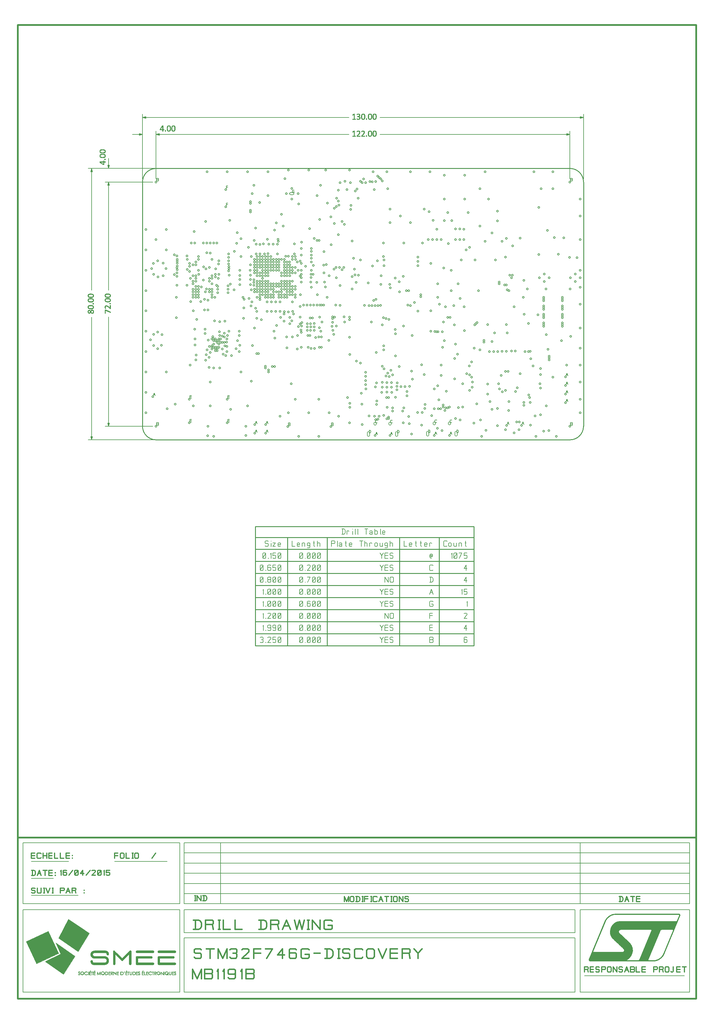
<source format=gbr>
G70*
%FSLAX55Y55*%
%ADD11C,0.00984*%
%ADD12C,0.00394*%
%ADD13C,0.00787*%
%ADD14C,0.01969*%
%ADD15C,0.00197*%
%ADD16C,0.01181*%
%ADD17C,0.01575*%
%AMUSER18*
1, 1, 0.02756, 0.0, 0.0*
1, 0, 0.01378, 0.0, 0.0*%
%ADD18USER18*%
%ADD19C,0.00591*%
%AMUSER20*
21, 1, 0.02756, 0.03443, 0.0, 0.0, 90.000*
1, 1, 0.03443, 0.00000, 0.01377*
1, 1, 0.03443, 0.00000, -0.01377*
21, 0, 0.02756, 0.02067, 0.0, 0.0, 90.000*
1, 0, 0.02067, 0.00000, 0.01377*
1, 0, 0.02067, 0.00000, -0.01377*%
%ADD20USER20*%
%AMUSER21*
21, 1, 0.00787, 0.03443, 0.0, 0.0, 90.000*
1, 1, 0.03443, 0.00000, 0.00393*
1, 1, 0.03443, 0.00000, -0.00393*
21, 0, 0.00787, 0.02067, 0.0, 0.0, 90.000*
1, 0, 0.02067, 0.00000, 0.00393*
1, 0, 0.02067, 0.00000, -0.00393*%
%ADD21USER21*%
%AMUSER22*
21, 1, 0.02362, 0.03443, 0.0, 0.0, 0.000*
1, 1, 0.03443, 0.01181, 0.00000*
1, 1, 0.03443, -0.01181, 0.00000*
21, 0, 0.02362, 0.02067, 0.0, 0.0, 0.000*
1, 0, 0.02067, 0.01181, 0.00000*
1, 0, 0.02067, -0.01181, 0.00000*%
%ADD22USER22*%
D11*
X164334Y684059D02*
G75*
G03X180082Y668311I15747J-00001D01*
G01X660397Y668311*
G75*
G03X676145Y684059I00001J15747*
G01X676145Y967524*
G75*
G03X660397Y983272I-15747J00001*
G01X180082Y983272*
G75*
G03X164334Y967524I-00001J-15747*
G01X164334Y684059*
D12*
X786435Y118429D02*
X714929Y118422D01*
X713871Y118422*
X713871Y118418*
X712656Y118365*
X711463Y118214*
X710296Y117968*
X709162Y117628*
X708065Y117199*
X707011Y116684*
X706004Y116085*
X705049Y115408*
X704152Y114653*
X703318Y113826*
X702552Y112928*
X701858Y111964*
X701243Y110937*
X700711Y109850*
X682632Y66320*
X682365Y65676*
X682345Y65630*
X682327Y65584*
X682311Y65537*
X682296Y65490*
X682282Y65443*
X682269Y65396*
X682259Y65348*
X682249Y65300*
X682241Y65251*
X682234Y65203*
X682229Y65154*
X682225Y65105*
X682223Y65056*
X682223Y65006*
X682234Y64810*
X682268Y64620*
X682322Y64437*
X682396Y64264*
X682489Y64102*
X682598Y63951*
X682723Y63813*
X682863Y63689*
X683016Y63581*
X683180Y63489*
X683355Y63416*
X683539Y63362*
X683731Y63329*
X683929Y63317*
X756021Y63324*
X757087Y63324*
X757099Y63325*
X757130Y63327*
X757178Y63330*
X757239Y63335*
X757311Y63339*
X757389Y63345*
X757471Y63350*
X757553Y63356*
X757631Y63361*
X757702Y63366*
X757764Y63370*
X757812Y63374*
X757843Y63376*
X757855Y63377*
X758977Y63523*
X760073Y63753*
X761141Y64064*
X762175Y64453*
X763173Y64919*
X764128Y65457*
X765039Y66066*
X765900Y66743*
X766707Y67484*
X767457Y68289*
X768145Y69153*
X768768Y70074*
X769320Y71050*
X769799Y72077*
X770065Y72719*
X788010Y116087*
X788028Y116131*
X788045Y116176*
X788060Y116220*
X788074Y116266*
X788086Y116311*
X788098Y116357*
X788108Y116404*
X788116Y116451*
X788123Y116498*
X788129Y116545*
X788134Y116593*
X788137Y116641*
X788139Y116690*
X788140Y116739*
X788128Y116936*
X788095Y117126*
X788040Y117308*
X787966Y117481*
X787874Y117644*
X787765Y117795*
X787640Y117933*
X787501Y118057*
X787349Y118165*
X787184Y118256*
X787010Y118330*
X786826Y118384*
X786634Y118417*
X786435Y118429*
X701584Y109491D02*
X702065Y110475D01*
X702624Y111411*
X703256Y112296*
X703958Y113126*
X704724Y113897*
X705552Y114604*
X706437Y115243*
X707375Y115811*
X708361Y116302*
X709392Y116714*
X710463Y117041*
X711570Y117280*
X712710Y117426*
X713871Y117481*
X786435Y117487*
X786609Y117467*
X786691Y117443*
X786769Y117411*
X786842Y117371*
X786972Y117268*
X787027Y117207*
X787075Y117140*
X787116Y117068*
X787149Y116991*
X787188Y116826*
X787192Y116717*
X787188Y116653*
X787175Y116570*
X787159Y116511*
X787146Y116473*
X787138Y116454*
X787101Y116365*
X786635Y115238*
X786139Y114040*
X785869Y113387*
X785340Y112109*
X785103Y111537*
X784637Y110410*
X784600Y110321*
X784576Y110259*
X784546Y110201*
X784511Y110145*
X784471Y110092*
X784427Y110044*
X784379Y109999*
X784327Y109958*
X784271Y109922*
X784213Y109891*
X784151Y109865*
X784087Y109844*
X784020Y109829*
X783952Y109819*
X783881Y109816*
X719739Y109816*
X717084Y109604*
X714744Y109002*
X712718Y108058*
X711001Y106822*
X709592Y105343*
X708486Y103670*
X707681Y101854*
X707174Y99942*
X706962Y97985*
X707042Y96031*
X707410Y94131*
X708064Y92333*
X709001Y90686*
X710217Y89241*
X720830Y79311*
X721585Y78605*
X722076Y78146*
X722251Y77982*
X722598Y77592*
X722861Y77195*
X723044Y76796*
X723150Y76400*
X723183Y76014*
X723146Y75644*
X723042Y75295*
X722875Y74974*
X722648Y74686*
X722364Y74437*
X722026Y74233*
X721638Y74080*
X721203Y73984*
X720725Y73951*
X687959Y73949*
X687785Y73969*
X687625Y74025*
X687484Y74113*
X687422Y74168*
X687366Y74229*
X687318Y74296*
X687277Y74368*
X687244Y74445*
X687219Y74525*
X687204Y74610*
X687199Y74697*
X687205Y74784*
X687220Y74867*
X687260Y74987*
X701584Y109491*
X725764Y64251D02*
X725743Y64255D01*
X725722Y64261*
X725702Y64269*
X725684Y64279*
X725667Y64291*
X725652Y64304*
X725638Y64320*
X725626Y64337*
X725616Y64355*
X725607Y64374*
X725602Y64394*
X725598Y64415*
X725597Y64437*
X725597Y64452*
X725602Y64481*
X725612Y64509*
X725626Y64535*
X725634Y64547*
X725654Y64569*
X725665Y64579*
X725690Y64597*
X725707Y64605*
X725711Y64606*
X726299Y64895*
X726910Y65249*
X727535Y65667*
X728167Y66151*
X728796Y66699*
X729415Y67312*
X730015Y67991*
X730587Y68733*
X731123Y69541*
X731615Y70413*
X732055Y71350*
X732433Y72351*
X732742Y73416*
X732973Y74547*
X733105Y75837*
X733086Y77066*
X732938Y78227*
X732684Y79316*
X732347Y80326*
X731949Y81252*
X731514Y82090*
X731063Y82833*
X730619Y83477*
X730206Y84016*
X729845Y84444*
X729559Y84756*
X729371Y84948*
X729303Y85013*
X729135Y85169*
X717932Y95593*
X717389Y96152*
X717119Y96562*
X716946Y96976*
X716862Y97385*
X716861Y97785*
X716935Y98168*
X717075Y98530*
X717276Y98863*
X717528Y99162*
X717825Y99420*
X718159Y99632*
X718523Y99791*
X718909Y99890*
X719310Y99925*
X754233Y99925*
X754322Y99920*
X754407Y99905*
X754489Y99881*
X754567Y99849*
X754640Y99809*
X754708Y99761*
X754770Y99707*
X754826Y99646*
X754875Y99579*
X754916Y99507*
X754949Y99430*
X754973Y99349*
X754988Y99264*
X754993Y99177*
X754993Y99157*
X754992Y99137*
X754991Y99118*
X754989Y99098*
X754986Y99079*
X754983Y99060*
X754980Y99041*
X754976Y99022*
X754972Y99003*
X754967Y98984*
X754961Y98966*
X754956Y98947*
X754949Y98929*
X754943Y98911*
X741292Y65955*
X741090Y65467*
X741020Y65317*
X740938Y65173*
X740844Y65038*
X740740Y64911*
X740626Y64793*
X740502Y64685*
X740369Y64588*
X740228Y64501*
X740079Y64426*
X739924Y64364*
X739762Y64314*
X739595Y64277*
X739422Y64255*
X739246Y64247*
X725983Y64250*
X725764Y64251*
X751244Y65343D02*
X751222Y65298D01*
X751195Y65227*
X751175Y65153*
X751162Y65076*
X751158Y64998*
X751163Y64911*
X751178Y64827*
X751202Y64746*
X751276Y64598*
X751325Y64531*
X751380Y64470*
X751442Y64415*
X751510Y64368*
X751583Y64327*
X751660Y64295*
X751742Y64271*
X751827Y64256*
X751915Y64251*
X756447Y64250*
X757696Y64305*
X758852Y64455*
X759976Y64700*
X761063Y65036*
X762109Y65458*
X763109Y65962*
X764058Y66544*
X764953Y67200*
X765789Y67924*
X766561Y68714*
X767265Y69564*
X767897Y70470*
X768451Y71428*
X768927Y72432*
X768939Y72423*
X775227Y87603*
X779909Y98900*
X779916Y98919*
X779923Y98938*
X779929Y98957*
X779934Y98976*
X779940Y98995*
X779944Y99015*
X779952Y99054*
X779956Y99074*
X779958Y99094*
X779961Y99115*
X779962Y99135*
X779963Y99156*
X779963Y99177*
X779958Y99264*
X779943Y99349*
X779919Y99430*
X779886Y99507*
X779845Y99579*
X779797Y99646*
X779741Y99707*
X779679Y99761*
X779611Y99809*
X779538Y99849*
X779461Y99881*
X779379Y99905*
X779294Y99920*
X779206Y99925*
X779026Y99925*
X767068Y99912*
X766888Y99912*
X766712Y99904*
X766540Y99882*
X766373Y99846*
X766212Y99796*
X766056Y99733*
X765908Y99658*
X765767Y99572*
X765634Y99474*
X765510Y99366*
X765396Y99248*
X765291Y99121*
X765198Y98986*
X765115Y98843*
X765045Y98692*
X764844Y98206*
X751244Y65343*
X683361Y63414D02*
X758143Y63414D01*
X682842Y63708D02*
X759860Y63708D01*
X682561Y64002D02*
X760928Y64002D01*
X682383Y64295D02*
X725662Y64295D01*
X739678Y64295D02*
X751659Y64295D01*
X757483Y64295D02*
X761756Y64295D01*
X682277Y64589D02*
X725679Y64589D01*
X740371Y64589D02*
X751282Y64589D01*
X759467Y64589D02*
X762466Y64589D01*
X682230Y64883D02*
X726274Y64883D01*
X740713Y64883D02*
X751168Y64883D01*
X760567Y64883D02*
X763096Y64883D01*
X682232Y65176D02*
X726785Y65176D01*
X740940Y65176D02*
X751181Y65176D01*
X761411Y65176D02*
X763630Y65176D01*
X682290Y65470D02*
X727241Y65470D01*
X741091Y65470D02*
X751297Y65470D01*
X762132Y65470D02*
X764148Y65470D01*
X682401Y65764D02*
X727661Y65764D01*
X741213Y65764D02*
X751418Y65764D01*
X762715Y65764D02*
X764587Y65764D01*
X682523Y66058D02*
X728045Y66058D01*
X741334Y66058D02*
X751540Y66058D01*
X763264Y66058D02*
X765026Y66058D01*
X682645Y66351D02*
X728397Y66351D01*
X741456Y66351D02*
X751661Y66351D01*
X763743Y66351D02*
X765402Y66351D01*
X682767Y66645D02*
X728734Y66645D01*
X741578Y66645D02*
X751783Y66645D01*
X764196Y66645D02*
X765775Y66645D01*
X682889Y66939D02*
X729038Y66939D01*
X741699Y66939D02*
X751904Y66939D01*
X764597Y66939D02*
X766113Y66939D01*
X683011Y67232D02*
X729334Y67232D01*
X741821Y67232D02*
X752026Y67232D01*
X764991Y67232D02*
X766433Y67232D01*
X683133Y67526D02*
X729604Y67526D01*
X741943Y67526D02*
X752148Y67526D01*
X765330Y67526D02*
X766746Y67526D01*
X683255Y67820D02*
X729864Y67820D01*
X742064Y67820D02*
X752269Y67820D01*
X765668Y67820D02*
X767020Y67820D01*
X683377Y68113D02*
X730109Y68113D01*
X742186Y68113D02*
X752391Y68113D01*
X765974Y68113D02*
X767294Y68113D01*
X683499Y68407D02*
X730336Y68407D01*
X742308Y68407D02*
X752512Y68407D01*
X766261Y68407D02*
X767551Y68407D01*
X683621Y68701D02*
X730562Y68701D01*
X742429Y68701D02*
X752634Y68701D01*
X766549Y68701D02*
X767785Y68701D01*
X683743Y68995D02*
X730761Y68995D01*
X742551Y68995D02*
X752755Y68995D01*
X766794Y68995D02*
X768019Y68995D01*
X683865Y69288D02*
X730956Y69288D01*
X742673Y69288D02*
X752877Y69288D01*
X767037Y69288D02*
X768237Y69288D01*
X683987Y69582D02*
X731147Y69582D01*
X742794Y69582D02*
X752998Y69582D01*
X767278Y69582D02*
X768435Y69582D01*
X684109Y69876D02*
X731312Y69876D01*
X742916Y69876D02*
X753120Y69876D01*
X767483Y69876D02*
X768634Y69876D01*
X684231Y70169D02*
X731478Y70169D01*
X743037Y70169D02*
X753241Y70169D01*
X767687Y70169D02*
X768822Y70169D01*
X684353Y70463D02*
X731639Y70463D01*
X743159Y70463D02*
X753363Y70463D01*
X767892Y70463D02*
X768988Y70463D01*
X684475Y70757D02*
X731777Y70757D01*
X743281Y70757D02*
X753484Y70757D01*
X768063Y70757D02*
X769154Y70757D01*
X684597Y71050D02*
X731915Y71050D01*
X743402Y71050D02*
X753606Y71050D01*
X768233Y71050D02*
X769321Y71050D01*
X684719Y71344D02*
X732052Y71344D01*
X743524Y71344D02*
X753728Y71344D01*
X768403Y71344D02*
X769458Y71344D01*
X684841Y71638D02*
X732164Y71638D01*
X743646Y71638D02*
X753849Y71638D01*
X768550Y71638D02*
X769595Y71638D01*
X684963Y71932D02*
X732275Y71932D01*
X743767Y71932D02*
X753971Y71932D01*
X768690Y71932D02*
X769732Y71932D01*
X685085Y72225D02*
X732386Y72225D01*
X743889Y72225D02*
X754092Y72225D01*
X768829Y72225D02*
X769861Y72225D01*
X685207Y72519D02*
X732482Y72519D01*
X744011Y72519D02*
X754214Y72519D01*
X768979Y72519D02*
X769982Y72519D01*
X685329Y72813D02*
X732567Y72813D01*
X744132Y72813D02*
X754335Y72813D01*
X769101Y72813D02*
X770104Y72813D01*
X685451Y73106D02*
X732652Y73106D01*
X744254Y73106D02*
X754457Y73106D01*
X769222Y73106D02*
X770225Y73106D01*
X685573Y73400D02*
X732737Y73400D01*
X744376Y73400D02*
X754578Y73400D01*
X769344Y73400D02*
X770347Y73400D01*
X685694Y73694D02*
X732799Y73694D01*
X744497Y73694D02*
X754700Y73694D01*
X769466Y73694D02*
X770468Y73694D01*
X685816Y73987D02*
X687731Y73987D01*
X721219Y73987D02*
X732859Y73987D01*
X744619Y73987D02*
X754821Y73987D01*
X769587Y73987D02*
X770590Y73987D01*
X685938Y74281D02*
X687328Y74281D01*
X722106Y74281D02*
X732919Y74281D01*
X744741Y74281D02*
X754943Y74281D01*
X769709Y74281D02*
X770711Y74281D01*
X686060Y74575D02*
X687211Y74575D01*
X722521Y74575D02*
X732976Y74575D01*
X744862Y74575D02*
X755065Y74575D01*
X769831Y74575D02*
X770833Y74575D01*
X686182Y74869D02*
X687220Y74869D01*
X722792Y74869D02*
X733006Y74869D01*
X744984Y74869D02*
X755186Y74869D01*
X769952Y74869D02*
X770954Y74869D01*
X686304Y75162D02*
X687333Y75162D01*
X722973Y75162D02*
X733036Y75162D01*
X745106Y75162D02*
X755308Y75162D01*
X770074Y75162D02*
X771076Y75162D01*
X686426Y75456D02*
X687455Y75456D01*
X723090Y75456D02*
X733066Y75456D01*
X745227Y75456D02*
X755429Y75456D01*
X770196Y75456D02*
X771197Y75456D01*
X686548Y75750D02*
X687577Y75750D01*
X723157Y75750D02*
X733096Y75750D01*
X745349Y75750D02*
X755551Y75750D01*
X770317Y75750D02*
X771319Y75750D01*
X686670Y76043D02*
X687699Y76043D01*
X723181Y76043D02*
X733102Y76043D01*
X745471Y76043D02*
X755672Y76043D01*
X770439Y76043D02*
X771441Y76043D01*
X686792Y76337D02*
X687821Y76337D01*
X723156Y76337D02*
X733097Y76337D01*
X745592Y76337D02*
X755794Y76337D01*
X770561Y76337D02*
X771562Y76337D01*
X686914Y76631D02*
X687943Y76631D01*
X723088Y76631D02*
X733092Y76631D01*
X745714Y76631D02*
X755915Y76631D01*
X770682Y76631D02*
X771684Y76631D01*
X687036Y76924D02*
X688065Y76924D01*
X722985Y76924D02*
X733088Y76924D01*
X745836Y76924D02*
X756037Y76924D01*
X770804Y76924D02*
X771805Y76924D01*
X687158Y77218D02*
X688187Y77218D01*
X722846Y77218D02*
X733066Y77218D01*
X745957Y77218D02*
X756158Y77218D01*
X770925Y77218D02*
X771927Y77218D01*
X687280Y77512D02*
X688309Y77512D01*
X722651Y77512D02*
X733029Y77512D01*
X746079Y77512D02*
X756280Y77512D01*
X771047Y77512D02*
X772048Y77512D01*
X687402Y77806D02*
X688431Y77806D01*
X722408Y77806D02*
X732991Y77806D01*
X746201Y77806D02*
X756401Y77806D01*
X771169Y77806D02*
X772170Y77806D01*
X687524Y78099D02*
X688552Y78099D01*
X722125Y78099D02*
X732954Y78099D01*
X746322Y78099D02*
X756523Y78099D01*
X771290Y78099D02*
X772291Y78099D01*
X687646Y78393D02*
X688674Y78393D01*
X721812Y78393D02*
X732899Y78393D01*
X746444Y78393D02*
X756645Y78393D01*
X771412Y78393D02*
X772413Y78393D01*
X687768Y78687D02*
X688796Y78687D01*
X721498Y78687D02*
X732831Y78687D01*
X746565Y78687D02*
X756766Y78687D01*
X771534Y78687D02*
X772534Y78687D01*
X687890Y78980D02*
X688918Y78980D01*
X721184Y78980D02*
X732762Y78980D01*
X746687Y78980D02*
X756888Y78980D01*
X771655Y78980D02*
X772656Y78980D01*
X688012Y79274D02*
X689040Y79274D01*
X720870Y79274D02*
X732694Y79274D01*
X746809Y79274D02*
X757009Y79274D01*
X771777Y79274D02*
X772777Y79274D01*
X688134Y79568D02*
X689162Y79568D01*
X720556Y79568D02*
X732600Y79568D01*
X746930Y79568D02*
X757131Y79568D01*
X771899Y79568D02*
X772899Y79568D01*
X688256Y79861D02*
X689284Y79861D01*
X720242Y79861D02*
X732502Y79861D01*
X747052Y79861D02*
X757252Y79861D01*
X772020Y79861D02*
X773020Y79861D01*
X688378Y80155D02*
X689406Y80155D01*
X719928Y80155D02*
X732404Y80155D01*
X747174Y80155D02*
X757374Y80155D01*
X772142Y80155D02*
X773142Y80155D01*
X688500Y80449D02*
X689528Y80449D01*
X719614Y80449D02*
X732294Y80449D01*
X747295Y80449D02*
X757495Y80449D01*
X772264Y80449D02*
X773263Y80449D01*
X688622Y80743D02*
X689650Y80743D01*
X719300Y80743D02*
X732168Y80743D01*
X747417Y80743D02*
X757617Y80743D01*
X772385Y80743D02*
X773385Y80743D01*
X688744Y81036D02*
X689772Y81036D01*
X718986Y81036D02*
X732042Y81036D01*
X747539Y81036D02*
X757738Y81036D01*
X772507Y81036D02*
X773507Y81036D01*
X688866Y81330D02*
X689894Y81330D01*
X718673Y81330D02*
X731909Y81330D01*
X747660Y81330D02*
X757860Y81330D01*
X772629Y81330D02*
X773628Y81330D01*
X688988Y81624D02*
X690015Y81624D01*
X718359Y81624D02*
X731756Y81624D01*
X747782Y81624D02*
X757981Y81624D01*
X772750Y81624D02*
X773750Y81624D01*
X689110Y81917D02*
X690137Y81917D01*
X718045Y81917D02*
X731604Y81917D01*
X747904Y81917D02*
X758103Y81917D01*
X772872Y81917D02*
X773871Y81917D01*
X689232Y82211D02*
X690259Y82211D01*
X717731Y82211D02*
X731440Y82211D01*
X748025Y82211D02*
X758225Y82211D01*
X772993Y82211D02*
X773993Y82211D01*
X689354Y82505D02*
X690381Y82505D01*
X717417Y82505D02*
X731262Y82505D01*
X748147Y82505D02*
X758346Y82505D01*
X773115Y82505D02*
X774114Y82505D01*
X689476Y82799D02*
X690503Y82799D01*
X717103Y82799D02*
X731084Y82799D01*
X748269Y82799D02*
X758468Y82799D01*
X773237Y82799D02*
X774236Y82799D01*
X689598Y83092D02*
X690625Y83092D01*
X716789Y83092D02*
X730885Y83092D01*
X748390Y83092D02*
X758589Y83092D01*
X773358Y83092D02*
X774357Y83092D01*
X689720Y83386D02*
X690747Y83386D01*
X716475Y83386D02*
X730682Y83386D01*
X748512Y83386D02*
X758711Y83386D01*
X773480Y83386D02*
X774479Y83386D01*
X689842Y83680D02*
X690869Y83680D01*
X716161Y83680D02*
X730464Y83680D01*
X748634Y83680D02*
X758832Y83680D01*
X773602Y83680D02*
X774600Y83680D01*
X689964Y83973D02*
X690991Y83973D01*
X715847Y83973D02*
X730238Y83973D01*
X748755Y83973D02*
X758954Y83973D01*
X773723Y83973D02*
X774722Y83973D01*
X690086Y84267D02*
X691113Y84267D01*
X715534Y84267D02*
X729994Y84267D01*
X748877Y84267D02*
X759075Y84267D01*
X773845Y84267D02*
X774843Y84267D01*
X690208Y84561D02*
X691235Y84561D01*
X715220Y84561D02*
X729738Y84561D01*
X748999Y84561D02*
X759197Y84561D01*
X773967Y84561D02*
X774965Y84561D01*
X690330Y84854D02*
X691357Y84854D01*
X714906Y84854D02*
X729462Y84854D01*
X749120Y84854D02*
X759318Y84854D01*
X774088Y84854D02*
X775086Y84854D01*
X690452Y85148D02*
X691479Y85148D01*
X714592Y85148D02*
X729157Y85148D01*
X749242Y85148D02*
X759440Y85148D01*
X774210Y85148D02*
X775208Y85148D01*
X690574Y85442D02*
X691600Y85442D01*
X714278Y85442D02*
X728842Y85442D01*
X749364Y85442D02*
X759562Y85442D01*
X774332Y85442D02*
X775329Y85442D01*
X690696Y85736D02*
X691722Y85736D01*
X713964Y85736D02*
X728526Y85736D01*
X749485Y85736D02*
X759683Y85736D01*
X774453Y85736D02*
X775451Y85736D01*
X690818Y86029D02*
X691844Y86029D01*
X713650Y86029D02*
X728211Y86029D01*
X749607Y86029D02*
X759805Y86029D01*
X774575Y86029D02*
X775572Y86029D01*
X690939Y86323D02*
X691966Y86323D01*
X713336Y86323D02*
X727895Y86323D01*
X749729Y86323D02*
X759926Y86323D01*
X774697Y86323D02*
X775694Y86323D01*
X691061Y86617D02*
X692088Y86617D01*
X713022Y86617D02*
X727579Y86617D01*
X749850Y86617D02*
X760048Y86617D01*
X774818Y86617D02*
X775816Y86617D01*
X691183Y86910D02*
X692210Y86910D01*
X712708Y86910D02*
X727264Y86910D01*
X749972Y86910D02*
X760169Y86910D01*
X774940Y86910D02*
X775937Y86910D01*
X691305Y87204D02*
X692332Y87204D01*
X712394Y87204D02*
X726948Y87204D01*
X750093Y87204D02*
X760291Y87204D01*
X775062Y87204D02*
X776059Y87204D01*
X691427Y87498D02*
X692454Y87498D01*
X712081Y87498D02*
X726632Y87498D01*
X750215Y87498D02*
X760412Y87498D01*
X775183Y87498D02*
X776180Y87498D01*
X691549Y87791D02*
X692576Y87791D01*
X711767Y87791D02*
X726317Y87791D01*
X750337Y87791D02*
X760534Y87791D01*
X775305Y87791D02*
X776302Y87791D01*
X691671Y88085D02*
X692698Y88085D01*
X711453Y88085D02*
X726001Y88085D01*
X750458Y88085D02*
X760655Y88085D01*
X775427Y88085D02*
X776423Y88085D01*
X691793Y88379D02*
X692820Y88379D01*
X711139Y88379D02*
X725685Y88379D01*
X750580Y88379D02*
X760777Y88379D01*
X775548Y88379D02*
X776545Y88379D01*
X691915Y88673D02*
X692942Y88673D01*
X710825Y88673D02*
X725370Y88673D01*
X750702Y88673D02*
X760899Y88673D01*
X775670Y88673D02*
X776666Y88673D01*
X692037Y88966D02*
X693064Y88966D01*
X710511Y88966D02*
X725054Y88966D01*
X750823Y88966D02*
X761020Y88966D01*
X775792Y88966D02*
X776788Y88966D01*
X692159Y89260D02*
X693185Y89260D01*
X710201Y89260D02*
X724738Y89260D01*
X750945Y89260D02*
X761142Y89260D01*
X775914Y89260D02*
X776909Y89260D01*
X692281Y89554D02*
X693307Y89554D01*
X709954Y89554D02*
X724423Y89554D01*
X751067Y89554D02*
X761263Y89554D01*
X776035Y89554D02*
X777031Y89554D01*
X692403Y89847D02*
X693429Y89847D01*
X709707Y89847D02*
X724107Y89847D01*
X751188Y89847D02*
X761385Y89847D01*
X776157Y89847D02*
X777152Y89847D01*
X692525Y90141D02*
X693551Y90141D01*
X709460Y90141D02*
X723792Y90141D01*
X751310Y90141D02*
X761506Y90141D01*
X776279Y90141D02*
X777274Y90141D01*
X692647Y90435D02*
X693673Y90435D01*
X709213Y90435D02*
X723476Y90435D01*
X751432Y90435D02*
X761628Y90435D01*
X776400Y90435D02*
X777395Y90435D01*
X692769Y90728D02*
X693795Y90728D01*
X708977Y90728D02*
X723160Y90728D01*
X751553Y90728D02*
X761749Y90728D01*
X776522Y90728D02*
X777517Y90728D01*
X692891Y91022D02*
X693917Y91022D01*
X708810Y91022D02*
X722845Y91022D01*
X751675Y91022D02*
X761871Y91022D01*
X776644Y91022D02*
X777638Y91022D01*
X693013Y91316D02*
X694039Y91316D01*
X708643Y91316D02*
X722529Y91316D01*
X751797Y91316D02*
X761992Y91316D01*
X776766Y91316D02*
X777760Y91316D01*
X693135Y91610D02*
X694161Y91610D01*
X708476Y91610D02*
X722213Y91610D01*
X751918Y91610D02*
X762114Y91610D01*
X776887Y91610D02*
X777881Y91610D01*
X693257Y91903D02*
X694283Y91903D01*
X708309Y91903D02*
X721898Y91903D01*
X752040Y91903D02*
X762235Y91903D01*
X777009Y91903D02*
X778003Y91903D01*
X693379Y92197D02*
X694405Y92197D01*
X708142Y92197D02*
X721582Y92197D01*
X752162Y92197D02*
X762357Y92197D01*
X777131Y92197D02*
X778125Y92197D01*
X693501Y92491D02*
X694527Y92491D01*
X708007Y92491D02*
X721266Y92491D01*
X752283Y92491D02*
X762479Y92491D01*
X777252Y92491D02*
X778246Y92491D01*
X693623Y92784D02*
X694648Y92784D01*
X707900Y92784D02*
X720951Y92784D01*
X752405Y92784D02*
X762600Y92784D01*
X777374Y92784D02*
X778368Y92784D01*
X693745Y93078D02*
X694770Y93078D01*
X707793Y93078D02*
X720635Y93078D01*
X752527Y93078D02*
X762722Y93078D01*
X777496Y93078D02*
X778489Y93078D01*
X693867Y93372D02*
X694892Y93372D01*
X707686Y93372D02*
X720319Y93372D01*
X752648Y93372D02*
X762843Y93372D01*
X777618Y93372D02*
X778611Y93372D01*
X693989Y93665D02*
X695014Y93665D01*
X707580Y93665D02*
X720004Y93665D01*
X752770Y93665D02*
X762965Y93665D01*
X777739Y93665D02*
X778732Y93665D01*
X694111Y93959D02*
X695136Y93959D01*
X707473Y93959D02*
X719688Y93959D01*
X752892Y93959D02*
X763086Y93959D01*
X777861Y93959D02*
X778854Y93959D01*
X694233Y94253D02*
X695258Y94253D01*
X707387Y94253D02*
X719373Y94253D01*
X753013Y94253D02*
X763208Y94253D01*
X777983Y94253D02*
X778975Y94253D01*
X694355Y94547D02*
X695380Y94547D01*
X707330Y94547D02*
X719057Y94547D01*
X753135Y94547D02*
X763329Y94547D01*
X778105Y94547D02*
X779097Y94547D01*
X694477Y94840D02*
X695502Y94840D01*
X707273Y94840D02*
X718741Y94840D01*
X753256Y94840D02*
X763451Y94840D01*
X778226Y94840D02*
X779218Y94840D01*
X694599Y95134D02*
X695624Y95134D01*
X707216Y95134D02*
X718426Y95134D01*
X753378Y95134D02*
X763572Y95134D01*
X778348Y95134D02*
X779340Y95134D01*
X694721Y95428D02*
X695746Y95428D01*
X707159Y95428D02*
X718110Y95428D01*
X753500Y95428D02*
X763694Y95428D01*
X778470Y95428D02*
X779461Y95428D01*
X694843Y95721D02*
X695868Y95721D01*
X707102Y95721D02*
X717808Y95721D01*
X753621Y95721D02*
X763816Y95721D01*
X778591Y95721D02*
X779583Y95721D01*
X694965Y96015D02*
X695990Y96015D01*
X707045Y96015D02*
X717522Y96015D01*
X753743Y96015D02*
X763937Y96015D01*
X778713Y96015D02*
X779704Y96015D01*
X695087Y96309D02*
X696112Y96309D01*
X707031Y96309D02*
X717286Y96309D01*
X753865Y96309D02*
X764059Y96309D01*
X778835Y96309D02*
X779826Y96309D01*
X695209Y96602D02*
X696233Y96602D01*
X707019Y96602D02*
X717102Y96602D01*
X753986Y96602D02*
X764180Y96602D01*
X778957Y96602D02*
X779947Y96602D01*
X695331Y96896D02*
X696355Y96896D01*
X707007Y96896D02*
X716979Y96896D01*
X754108Y96896D02*
X764302Y96896D01*
X779078Y96896D02*
X780069Y96896D01*
X695453Y97190D02*
X696477Y97190D01*
X706995Y97190D02*
X716902Y97190D01*
X754230Y97190D02*
X764423Y97190D01*
X779200Y97190D02*
X780191Y97190D01*
X695575Y97484D02*
X696599Y97484D01*
X706983Y97484D02*
X716862Y97484D01*
X754351Y97484D02*
X764545Y97484D01*
X779322Y97484D02*
X780312Y97484D01*
X695697Y97777D02*
X696721Y97777D01*
X706971Y97777D02*
X716861Y97777D01*
X754473Y97777D02*
X764666Y97777D01*
X779444Y97777D02*
X780434Y97777D01*
X695819Y98071D02*
X696843Y98071D01*
X706972Y98071D02*
X716916Y98071D01*
X754595Y98071D02*
X764788Y98071D01*
X779565Y98071D02*
X780555Y98071D01*
X695941Y98365D02*
X696965Y98365D01*
X707003Y98365D02*
X717011Y98365D01*
X754716Y98365D02*
X764909Y98365D01*
X779687Y98365D02*
X780677Y98365D01*
X696063Y98658D02*
X697087Y98658D01*
X707035Y98658D02*
X717153Y98658D01*
X754838Y98658D02*
X765031Y98658D01*
X779809Y98658D02*
X780798Y98658D01*
X696184Y98952D02*
X697209Y98952D01*
X707067Y98952D02*
X717351Y98952D01*
X754957Y98952D02*
X765178Y98952D01*
X779927Y98952D02*
X780920Y98952D01*
X696306Y99246D02*
X697331Y99246D01*
X707099Y99246D02*
X717624Y99246D01*
X754989Y99246D02*
X765394Y99246D01*
X779959Y99246D02*
X781041Y99246D01*
X696428Y99539D02*
X697453Y99539D01*
X707131Y99539D02*
X718013Y99539D01*
X754897Y99539D02*
X765723Y99539D01*
X779868Y99539D02*
X781163Y99539D01*
X696550Y99833D02*
X697575Y99833D01*
X707163Y99833D02*
X718688Y99833D01*
X754596Y99833D02*
X766332Y99833D01*
X779568Y99833D02*
X781284Y99833D01*
X696672Y100127D02*
X697696Y100127D01*
X707223Y100127D02*
X781406Y100127D01*
X696794Y100421D02*
X697818Y100421D01*
X707301Y100421D02*
X781527Y100421D01*
X696916Y100714D02*
X697940Y100714D01*
X707379Y100714D02*
X781649Y100714D01*
X697038Y101008D02*
X698062Y101008D01*
X707457Y101008D02*
X781770Y101008D01*
X697160Y101302D02*
X698184Y101302D01*
X707535Y101302D02*
X781892Y101302D01*
X697282Y101595D02*
X698306Y101595D01*
X707613Y101595D02*
X782013Y101595D01*
X697404Y101889D02*
X698428Y101889D01*
X707697Y101889D02*
X782135Y101889D01*
X697526Y102183D02*
X698550Y102183D01*
X707827Y102183D02*
X782256Y102183D01*
X697648Y102476D02*
X698672Y102476D01*
X707957Y102476D02*
X782378Y102476D01*
X697770Y102770D02*
X698794Y102770D01*
X708087Y102770D02*
X782500Y102770D01*
X697892Y103064D02*
X698916Y103064D01*
X708218Y103064D02*
X782621Y103064D01*
X698014Y103358D02*
X699038Y103358D01*
X708348Y103358D02*
X782743Y103358D01*
X698136Y103651D02*
X699160Y103651D01*
X708478Y103651D02*
X782864Y103651D01*
X698258Y103945D02*
X699281Y103945D01*
X708668Y103945D02*
X782986Y103945D01*
X698380Y104239D02*
X699403Y104239D01*
X708862Y104239D02*
X783107Y104239D01*
X698502Y104532D02*
X699525Y104532D01*
X709056Y104532D02*
X783229Y104532D01*
X698624Y104826D02*
X699647Y104826D01*
X709250Y104826D02*
X783350Y104826D01*
X698746Y105120D02*
X699769Y105120D01*
X709445Y105120D02*
X783472Y105120D01*
X698868Y105413D02*
X699891Y105413D01*
X709659Y105413D02*
X783593Y105413D01*
X698990Y105707D02*
X700013Y105707D01*
X709939Y105707D02*
X783715Y105707D01*
X699112Y106001D02*
X700135Y106001D01*
X710219Y106001D02*
X783836Y106001D01*
X699234Y106295D02*
X700257Y106295D01*
X710499Y106295D02*
X783958Y106295D01*
X699356Y106588D02*
X700379Y106588D01*
X710779Y106588D02*
X784079Y106588D01*
X699478Y106882D02*
X700501Y106882D01*
X711085Y106882D02*
X784201Y106882D01*
X699600Y107176D02*
X700623Y107176D01*
X711493Y107176D02*
X784322Y107176D01*
X699722Y107469D02*
X700744Y107469D01*
X711901Y107469D02*
X784444Y107469D01*
X699844Y107763D02*
X700866Y107763D01*
X712309Y107763D02*
X784566Y107763D01*
X699966Y108057D02*
X700988Y108057D01*
X712716Y108057D02*
X784687Y108057D01*
X700088Y108350D02*
X701110Y108350D01*
X713346Y108350D02*
X784809Y108350D01*
X700210Y108644D02*
X701232Y108644D01*
X713977Y108644D02*
X784930Y108644D01*
X700332Y108938D02*
X701354Y108938D01*
X714607Y108938D02*
X785052Y108938D01*
X700454Y109232D02*
X701476Y109232D01*
X715636Y109232D02*
X785173Y109232D01*
X700576Y109525D02*
X701600Y109525D01*
X716777Y109525D02*
X785295Y109525D01*
X700698Y109819D02*
X701744Y109819D01*
X783942Y109819D02*
X785416Y109819D01*
X700839Y110113D02*
X701888Y110113D01*
X784486Y110113D02*
X785538Y110113D01*
X700983Y110406D02*
X702031Y110406D01*
X784635Y110406D02*
X785659Y110406D01*
X701127Y110700D02*
X702199Y110700D01*
X784757Y110700D02*
X785781Y110700D01*
X701277Y110994D02*
X702375Y110994D01*
X784879Y110994D02*
X785902Y110994D01*
X701453Y111287D02*
X702550Y111287D01*
X785000Y111287D02*
X786024Y111287D01*
X701629Y111581D02*
X702745Y111581D01*
X785122Y111581D02*
X786145Y111581D01*
X701805Y111875D02*
X702955Y111875D01*
X785243Y111875D02*
X786267Y111875D01*
X702005Y112169D02*
X703165Y112169D01*
X785365Y112169D02*
X786388Y112169D01*
X702216Y112462D02*
X703396Y112462D01*
X785486Y112462D02*
X786510Y112462D01*
X702428Y112756D02*
X703644Y112756D01*
X785608Y112756D02*
X786631Y112756D01*
X702655Y113050D02*
X703893Y113050D01*
X785729Y113050D02*
X786753Y113050D01*
X702906Y113343D02*
X704173Y113343D01*
X785851Y113343D02*
X786875Y113343D01*
X703157Y113637D02*
X704466Y113637D01*
X785973Y113637D02*
X786996Y113637D01*
X703424Y113931D02*
X704764Y113931D01*
X786094Y113931D02*
X787118Y113931D01*
X703720Y114224D02*
X705108Y114224D01*
X786216Y114224D02*
X787239Y114224D01*
X704016Y114518D02*
X705452Y114518D01*
X786337Y114518D02*
X787361Y114518D01*
X704341Y114812D02*
X705840Y114812D01*
X786459Y114812D02*
X787482Y114812D01*
X704690Y115106D02*
X706247Y115106D01*
X786580Y115106D02*
X787604Y115106D01*
X705039Y115399D02*
X706695Y115399D01*
X786702Y115399D02*
X787725Y115399D01*
X705451Y115693D02*
X707180Y115693D01*
X786823Y115693D02*
X787847Y115693D01*
X705864Y115987D02*
X707728Y115987D01*
X786945Y115987D02*
X787968Y115987D01*
X706332Y116280D02*
X708317Y116280D01*
X787066Y116280D02*
X788078Y116280D01*
X706826Y116574D02*
X709042Y116574D01*
X787175Y116574D02*
X788132Y116574D01*
X707387Y116868D02*
X709896Y116868D01*
X787178Y116868D02*
X788132Y116868D01*
X707988Y117161D02*
X711022Y117161D01*
X787060Y117161D02*
X788084Y117161D01*
X708720Y117455D02*
X713322Y117455D01*
X786651Y117455D02*
X787977Y117455D01*
X709566Y117749D02*
X787798Y117749D01*
X710651Y118043D02*
X787517Y118043D01*
X712430Y118336D02*
X786988Y118336D01*
D13*
X212563Y177170D02*
X799177Y177170D01*
X799177Y188981*
X212563Y188981*
X212563Y177170*
X25555Y27563D02*
X207641Y27563D01*
X207641Y123036*
X25555Y123036*
X25555Y27563*
X212563Y188981D02*
X799177Y188981D01*
X799177Y200792*
X212563Y200792*
X212563Y188981*
X35397Y139768D02*
X89728Y139768D01*
X672208Y129926D02*
X254885Y129926D01*
X254885Y200792*
X672208Y200792*
X672208Y129926*
D14*
X807051Y206697D02*
X19649Y206697D01*
X19649Y19689*
X807051Y19689*
X807051Y206697*
X19649Y19689D02*
X807051Y19689D01*
X807051Y1149611*
X19649Y1149611*
X19649Y19689*
D13*
X212563Y141737D02*
X799177Y141737D01*
X799177Y153548*
X212563Y153548*
X212563Y141737*
X212563Y153548D02*
X799177Y153548D01*
X799177Y165359*
X212563Y165359*
X212563Y153548*
X799177Y123233D02*
X672208Y123233D01*
X672208Y27563*
X799177Y27563*
X799177Y123233*
X212563Y165359D02*
X799177Y165359D01*
X799177Y177170*
X212563Y177170*
X212563Y165359*
D15*
G36*
X189334Y51185D02*
X189707Y51185D01*
X189707Y47458*
X189334Y47458*
X189334Y51185*
G37*
X189707Y51185*
X189707Y47458*
X189334Y47458*
X189334Y51185*
G36*
X198483Y51186D02*
X200619Y51186D01*
X200619Y50821*
X198855Y50821*
X198855Y49652*
X200604Y49652*
X200604Y49287*
X198855Y49287*
X198855Y47823*
X200604Y47823*
X200604Y47458*
X198483Y47458*
X198483Y51186*
G37*
X200619Y51186*
X200619Y50821*
X198855Y50821*
X198855Y49652*
X200604Y49652*
X200604Y49287*
X198855Y49287*
X198855Y47823*
X200604Y47823*
X200604Y47458*
X198483Y47458*
X198483Y51186*
G36*
X111498Y47458D02*
X112032Y51186D01*
X112046Y51186*
X113561Y48127*
X115062Y51186*
X115122Y51186*
X115658Y47458*
X115293Y47458*
X114925Y50124*
X113606Y47458*
X113511Y47458*
X112177Y50144*
X111811Y47458*
X111498Y47458*
G37*
X112032Y51186*
X112046Y51186*
X113561Y48127*
X115062Y51186*
X115122Y51186*
X115658Y47458*
X115293Y47458*
X114925Y50124*
X113606Y47458*
X113511Y47458*
X112177Y50144*
X111811Y47458*
X111498Y47458*
G36*
X134538Y51186D02*
X136674Y51186D01*
X136674Y50821*
X134910Y50821*
X134910Y49652*
X136659Y49652*
X136659Y49287*
X134910Y49287*
X134910Y47823*
X136659Y47823*
X136659Y47458*
X134538Y47458*
X134538Y51186*
G37*
X136674Y51186*
X136674Y50821*
X134910Y50821*
X134910Y49652*
X136659Y49652*
X136659Y49287*
X134910Y49287*
X134910Y47823*
X136659Y47823*
X136659Y47458*
X134538Y47458*
X134538Y51186*
G36*
X130699Y47458D02*
X130699Y51186D01*
X130780Y51186*
X133261Y48328*
X133261Y51186*
X133628Y51186*
X133628Y47458*
X133544Y47458*
X131084Y50280*
X131084Y47458*
X130699Y47458*
G37*
X130699Y51186*
X130780Y51186*
X133261Y48328*
X133261Y51186*
X133628Y51186*
X133628Y47458*
X133544Y47458*
X131084Y50280*
X131084Y47458*
X130699Y47458*
G36*
X146851Y50821D02*
X146851Y51186D01*
X148894Y51186*
X148894Y50821*
X148063Y50821*
X148063Y47458*
X147683Y47458*
X147683Y50821*
X146851Y50821*
G37*
X146851Y51186*
X148894Y51186*
X148894Y50821*
X148063Y50821*
X148063Y47458*
X147683Y47458*
X147683Y50821*
X146851Y50821*
G36*
X156694Y51186D02*
X158830Y51186D01*
X158830Y50821*
X157067Y50821*
X157067Y49652*
X158815Y49652*
X158815Y49287*
X157067Y49287*
X157067Y47823*
X158815Y47823*
X158815Y47458*
X156694Y47458*
X156694Y51186*
G37*
X158830Y51186*
X158830Y50821*
X157067Y50821*
X157067Y49652*
X158815Y49652*
X158815Y49287*
X157067Y49287*
X157067Y47823*
X158815Y47823*
X158815Y47458*
X156694Y47458*
X156694Y51186*
G36*
X185551Y47458D02*
X185551Y51186D01*
X185632Y51186*
X188113Y48328*
X188113Y51186*
X188480Y51186*
X188480Y47458*
X188397Y47458*
X185936Y50280*
X185936Y47458*
X185551Y47458*
G37*
X185551Y51186*
X185632Y51186*
X188113Y48328*
X188113Y51186*
X188480Y51186*
X188480Y47458*
X188397Y47458*
X185936Y50280*
X185936Y47458*
X185551Y47458*
G36*
X195467Y51186D02*
X195467Y48879D01*
X195467Y48827*
X195468Y48777*
X195468Y48731*
X195469Y48687*
X195470Y48647*
X195471Y48610*
X195472Y48576*
X195473Y48545*
X195475Y48517*
X195476Y48492*
X195478Y48470*
X195480Y48451*
X195482Y48436*
X195487Y48404*
X195492Y48374*
X195497Y48344*
X195504Y48316*
X195511Y48287*
X195520Y48260*
X195528Y48233*
X195538Y48207*
X195548Y48182*
X195559Y48158*
X195571Y48134*
X195584Y48111*
X195597Y48089*
X195611Y48067*
X195626Y48046*
X195643Y48026*
X195660Y48006*
X195678Y47986*
X195698Y47967*
X195718Y47949*
X195740Y47931*
X195763Y47913*
X195787Y47896*
X195812Y47880*
X195838Y47864*
X195865Y47848*
X195894Y47833*
X195923Y47819*
X195953Y47805*
X195983Y47792*
X196013Y47780*
X196043Y47770*
X196074Y47760*
X196104Y47751*
X196134Y47744*
X196164Y47737*
X196194Y47731*
X196225Y47727*
X196255Y47723*
X196285Y47721*
X196316Y47719*
X196346Y47719*
X196373Y47719*
X196399Y47720*
X196425Y47722*
X196451Y47725*
X196476Y47729*
X196502Y47733*
X196528Y47738*
X196553Y47744*
X196578Y47751*
X196603Y47759*
X196628Y47767*
X196652Y47776*
X196677Y47786*
X196701Y47797*
X196725Y47809*
X196749Y47821*
X196771Y47834*
X196794Y47847*
X196815Y47861*
X196836Y47876*
X196857Y47891*
X196877Y47907*
X196896Y47923*
X196915Y47940*
X196934Y47958*
X196951Y47976*
X196968Y47995*
X196985Y48015*
X197001Y48035*
X197016Y48056*
X197031Y48077*
X197045Y48099*
X197059Y48122*
X197071Y48145*
X197084Y48169*
X197095Y48193*
X197106Y48218*
X197117Y48244*
X197126Y48270*
X197136Y48297*
X197144Y48324*
X197152Y48352*
X197157Y48374*
X197162Y48399*
X197167Y48427*
X197171Y48458*
X197174Y48492*
X197178Y48529*
X197181Y48569*
X197183Y48612*
X197185Y48658*
X197187Y48707*
X197188Y48760*
X197189Y48815*
X197190Y48874*
X197190Y48935*
X197190Y51186*
X197563Y51186*
X197563Y48935*
X197562Y48865*
X197561Y48796*
X197558Y48730*
X197555Y48665*
X197550Y48603*
X197545Y48542*
X197538Y48484*
X197531Y48427*
X197522Y48372*
X197513Y48319*
X197502Y48269*
X197491Y48220*
X197479Y48173*
X197465Y48128*
X197450Y48084*
X197433Y48041*
X197414Y48000*
X197393Y47958*
X197371Y47918*
X197346Y47879*
X197319Y47840*
X197290Y47802*
X197259Y47765*
X197226Y47729*
X197191Y47693*
X197154Y47659*
X197116Y47625*
X197075Y47592*
X197032Y47560*
X196989Y47531*
X196944Y47505*
X196898Y47480*
X196850Y47458*
X196801Y47438*
X196751Y47421*
X196700Y47406*
X196648Y47393*
X196594Y47382*
X196539Y47374*
X196483Y47368*
X196425Y47365*
X196367Y47364*
X196303Y47365*
X196240Y47368*
X196179Y47374*
X196119Y47381*
X196061Y47391*
X196004Y47403*
X195948Y47418*
X195893Y47434*
X195840Y47453*
X195788Y47474*
X195738Y47497*
X195688Y47522*
X195640Y47550*
X195594Y47579*
X195549Y47611*
X195506Y47644*
X195465Y47678*
X195427Y47714*
X195391Y47751*
X195357Y47789*
X195325Y47829*
X195295Y47871*
X195268Y47914*
X195243Y47958*
X195219Y48004*
X195198Y48051*
X195180Y48099*
X195163Y48149*
X195153Y48182*
X195145Y48219*
X195137Y48259*
X195129Y48302*
X195123Y48350*
X195117Y48400*
X195112Y48455*
X195107Y48513*
X195103Y48574*
X195100Y48639*
X195098Y48708*
X195096Y48780*
X195095Y48856*
X195095Y48935*
X195095Y51186*
X195467Y51186*
G37*
X195467Y48879*
X195467Y48827*
X195468Y48777*
X195468Y48731*
X195469Y48687*
X195470Y48647*
X195471Y48610*
X195472Y48576*
X195473Y48545*
X195475Y48517*
X195476Y48492*
X195478Y48470*
X195480Y48451*
X195482Y48436*
X195487Y48404*
X195492Y48374*
X195497Y48344*
X195504Y48316*
X195511Y48287*
X195520Y48260*
X195528Y48233*
X195538Y48207*
X195548Y48182*
X195559Y48158*
X195571Y48134*
X195584Y48111*
X195597Y48089*
X195611Y48067*
X195626Y48046*
X195643Y48026*
X195660Y48006*
X195678Y47986*
X195698Y47967*
X195718Y47949*
X195740Y47931*
X195763Y47913*
X195787Y47896*
X195812Y47880*
X195838Y47864*
X195865Y47848*
X195894Y47833*
X195923Y47819*
X195953Y47805*
X195983Y47792*
X196013Y47780*
X196043Y47770*
X196074Y47760*
X196104Y47751*
X196134Y47744*
X196164Y47737*
X196194Y47731*
X196225Y47727*
X196255Y47723*
X196285Y47721*
X196316Y47719*
X196346Y47719*
X196373Y47719*
X196399Y47720*
X196425Y47722*
X196451Y47725*
X196476Y47729*
X196502Y47733*
X196528Y47738*
X196553Y47744*
X196578Y47751*
X196603Y47759*
X196628Y47767*
X196652Y47776*
X196677Y47786*
X196701Y47797*
X196725Y47809*
X196749Y47821*
X196771Y47834*
X196794Y47847*
X196815Y47861*
X196836Y47876*
X196857Y47891*
X196877Y47907*
X196896Y47923*
X196915Y47940*
X196934Y47958*
X196951Y47976*
X196968Y47995*
X196985Y48015*
X197001Y48035*
X197016Y48056*
X197031Y48077*
X197045Y48099*
X197059Y48122*
X197071Y48145*
X197084Y48169*
X197095Y48193*
X197106Y48218*
X197117Y48244*
X197126Y48270*
X197136Y48297*
X197144Y48324*
X197152Y48352*
X197157Y48374*
X197162Y48399*
X197167Y48427*
X197171Y48458*
X197174Y48492*
X197178Y48529*
X197181Y48569*
X197183Y48612*
X197185Y48658*
X197187Y48707*
X197188Y48760*
X197189Y48815*
X197190Y48874*
X197190Y48935*
X197190Y51186*
X197563Y51186*
X197563Y48935*
X197562Y48865*
X197561Y48796*
X197558Y48730*
X197555Y48665*
X197550Y48603*
X197545Y48542*
X197538Y48484*
X197531Y48427*
X197522Y48372*
X197513Y48319*
X197502Y48269*
X197491Y48220*
X197479Y48173*
X197465Y48128*
X197450Y48084*
X197433Y48041*
X197414Y48000*
X197393Y47958*
X197371Y47918*
X197346Y47879*
X197319Y47840*
X197290Y47802*
X197259Y47765*
X197226Y47729*
X197191Y47693*
X197154Y47659*
X197116Y47625*
X197075Y47592*
X197032Y47560*
X196989Y47531*
X196944Y47505*
X196898Y47480*
X196850Y47458*
X196801Y47438*
X196751Y47421*
X196700Y47406*
X196648Y47393*
X196594Y47382*
X196539Y47374*
X196483Y47368*
X196425Y47365*
X196367Y47364*
X196303Y47365*
X196240Y47368*
X196179Y47374*
X196119Y47381*
X196061Y47391*
X196004Y47403*
X195948Y47418*
X195893Y47434*
X195840Y47453*
X195788Y47474*
X195738Y47497*
X195688Y47522*
X195640Y47550*
X195594Y47579*
X195549Y47611*
X195506Y47644*
X195465Y47678*
X195427Y47714*
X195391Y47751*
X195357Y47789*
X195325Y47829*
X195295Y47871*
X195268Y47914*
X195243Y47958*
X195219Y48004*
X195198Y48051*
X195180Y48099*
X195163Y48149*
X195153Y48182*
X195145Y48219*
X195137Y48259*
X195129Y48302*
X195123Y48350*
X195117Y48400*
X195112Y48455*
X195107Y48513*
X195103Y48574*
X195100Y48639*
X195098Y48708*
X195096Y48780*
X195095Y48856*
X195095Y48935*
X195095Y51186*
X195467Y51186*
G36*
X201194Y48342D02*
X201243Y48257D01*
X201292Y48179*
X201342Y48106*
X201394Y48040*
X201446Y47981*
X201500Y47927*
X201555Y47880*
X201610Y47839*
X201667Y47805*
X201725Y47777*
X201784Y47755*
X201844Y47739*
X201905Y47729*
X201967Y47726*
X201994Y47727*
X202020Y47728*
X202046Y47730*
X202072Y47733*
X202098Y47737*
X202124Y47742*
X202149Y47748*
X202174Y47755*
X202199Y47762*
X202223Y47771*
X202248Y47780*
X202272Y47790*
X202296Y47802*
X202319Y47814*
X202342Y47826*
X202365Y47840*
X202386Y47854*
X202407Y47868*
X202427Y47884*
X202446Y47900*
X202464Y47916*
X202482Y47933*
X202499Y47951*
X202514Y47969*
X202530Y47988*
X202544Y48007*
X202557Y48027*
X202570Y48048*
X202582Y48069*
X202593Y48090*
X202603Y48112*
X202612Y48134*
X202621Y48155*
X202628Y48177*
X202635Y48199*
X202641Y48222*
X202645Y48244*
X202649Y48267*
X202652Y48290*
X202655Y48313*
X202656Y48336*
X202656Y48360*
X202656Y48386*
X202654Y48413*
X202650Y48440*
X202646Y48466*
X202640Y48493*
X202633Y48519*
X202625Y48545*
X202615Y48572*
X202604Y48598*
X202592Y48624*
X202578Y48650*
X202563Y48676*
X202547Y48701*
X202530Y48727*
X202503Y48763*
X202474Y48800*
X202441Y48838*
X202406Y48877*
X202368Y48918*
X202327Y48959*
X202283Y49001*
X202236Y49044*
X202186Y49088*
X202133Y49134*
X202077Y49180*
X202018Y49227*
X201956Y49276*
X201891Y49325*
X201826Y49375*
X201765Y49422*
X201707Y49467*
X201653Y49511*
X201603Y49552*
X201556Y49591*
X201513Y49629*
X201473Y49664*
X201437Y49697*
X201405Y49729*
X201376Y49758*
X201350Y49786*
X201329Y49811*
X201311Y49835*
X201283Y49872*
X201258Y49911*
X201235Y49950*
X201214Y49989*
X201195Y50028*
X201177Y50068*
X201162Y50109*
X201149Y50150*
X201138Y50191*
X201129Y50233*
X201122Y50275*
X201117Y50318*
X201114Y50361*
X201113Y50405*
X201114Y50439*
X201115Y50473*
X201118Y50507*
X201122Y50540*
X201128Y50573*
X201134Y50605*
X201142Y50637*
X201151Y50669*
X201161Y50700*
X201173Y50730*
X201185Y50761*
X201199Y50790*
X201214Y50820*
X201230Y50848*
X201247Y50876*
X201265Y50904*
X201284Y50930*
X201304Y50956*
X201325Y50980*
X201347Y51004*
X201370Y51027*
X201394Y51049*
X201419Y51071*
X201445Y51091*
X201471Y51110*
X201499Y51129*
X201528Y51147*
X201558Y51164*
X201588Y51180*
X201619Y51194*
X201650Y51208*
X201682Y51220*
X201714Y51231*
X201746Y51241*
X201779Y51250*
X201812Y51258*
X201845Y51264*
X201879Y51270*
X201913Y51274*
X201948Y51277*
X201982Y51278*
X202018Y51279*
X202055Y51278*
X202092Y51276*
X202129Y51273*
X202166Y51268*
X202202Y51262*
X202237Y51255*
X202273Y51246*
X202308Y51236*
X202342Y51225*
X202377Y51212*
X202411Y51198*
X202444Y51183*
X202478Y51166*
X202511Y51149*
X202544Y51129*
X202577Y51107*
X202610Y51083*
X202644Y51056*
X202678Y51027*
X202712Y50997*
X202747Y50963*
X202782Y50928*
X202817Y50890*
X202852Y50850*
X202888Y50808*
X202923Y50764*
X202960Y50717*
X202996Y50668*
X202692Y50438*
X202662Y50477*
X202633Y50514*
X202604Y50549*
X202577Y50582*
X202549Y50613*
X202523Y50642*
X202497Y50669*
X202472Y50694*
X202447Y50718*
X202423Y50739*
X202400Y50759*
X202377Y50776*
X202355Y50792*
X202333Y50805*
X202312Y50818*
X202290Y50829*
X202268Y50839*
X202246Y50849*
X202224Y50857*
X202201Y50865*
X202178Y50872*
X202155Y50878*
X202132Y50883*
X202108Y50887*
X202084Y50890*
X202060Y50892*
X202035Y50894*
X202010Y50894*
X201978Y50893*
X201947Y50891*
X201917Y50888*
X201888Y50883*
X201860Y50877*
X201832Y50869*
X201805Y50860*
X201779Y50849*
X201754Y50837*
X201730Y50824*
X201707Y50809*
X201684Y50793*
X201662Y50776*
X201642Y50757*
X201622Y50737*
X201603Y50717*
X201587Y50695*
X201571Y50674*
X201557Y50651*
X201545Y50628*
X201534Y50604*
X201524Y50580*
X201516Y50555*
X201510Y50529*
X201505Y50503*
X201501Y50476*
X201499Y50448*
X201498Y50420*
X201498Y50403*
X201499Y50385*
X201500Y50368*
X201502Y50351*
X201505Y50334*
X201507Y50317*
X201511Y50300*
X201515Y50283*
X201519Y50267*
X201524Y50250*
X201529Y50234*
X201535Y50217*
X201542Y50201*
X201549Y50184*
X201557Y50168*
X201565Y50151*
X201574Y50135*
X201585Y50118*
X201596Y50100*
X201608Y50083*
X201620Y50065*
X201634Y50047*
X201649Y50029*
X201664Y50011*
X201680Y49993*
X201697Y49974*
X201715Y49955*
X201734Y49936*
X201746Y49925*
X201762Y49911*
X201781Y49895*
X201803Y49877*
X201829Y49856*
X201858Y49833*
X201891Y49807*
X201927Y49780*
X201967Y49749*
X202009Y49717*
X202056Y49682*
X202106Y49645*
X202159Y49605*
X202216Y49564*
X202283Y49513*
X202347Y49463*
X202409Y49414*
X202467Y49366*
X202522Y49318*
X202574Y49272*
X202623Y49226*
X202669Y49181*
X202712Y49136*
X202752Y49093*
X202788Y49050*
X202822Y49009*
X202852Y48968*
X202879Y48927*
X202904Y48888*
X202927Y48848*
X202948Y48808*
X202967Y48768*
X202985Y48728*
X203001Y48688*
X203014Y48648*
X203026Y48608*
X203036Y48568*
X203045Y48528*
X203051Y48488*
X203056Y48448*
X203058Y48407*
X203059Y48367*
X203058Y48310*
X203053Y48254*
X203045Y48198*
X203034Y48144*
X203020Y48091*
X203003Y48039*
X202982Y47988*
X202959Y47939*
X202932Y47890*
X202902Y47842*
X202869Y47796*
X202833Y47750*
X202794Y47706*
X202751Y47663*
X202707Y47622*
X202661Y47583*
X202613Y47548*
X202565Y47516*
X202514Y47487*
X202463Y47461*
X202410Y47439*
X202356Y47419*
X202301Y47402*
X202244Y47388*
X202185Y47377*
X202126Y47370*
X202065Y47365*
X202003Y47364*
X201954Y47365*
X201907Y47367*
X201860Y47372*
X201814Y47379*
X201768Y47387*
X201723Y47397*
X201679Y47409*
X201635Y47423*
X201592Y47439*
X201550Y47456*
X201508Y47476*
X201467Y47497*
X201426Y47520*
X201387Y47545*
X201347Y47572*
X201309Y47602*
X201270Y47634*
X201232Y47668*
X201195Y47706*
X201158Y47745*
X201121Y47787*
X201085Y47832*
X201049Y47879*
X201014Y47929*
X200979Y47981*
X200945Y48035*
X200911Y48092*
X200877Y48152*
X201194Y48342*
G37*
X201243Y48257*
X201292Y48179*
X201342Y48106*
X201394Y48040*
X201446Y47981*
X201500Y47927*
X201555Y47880*
X201610Y47839*
X201667Y47805*
X201725Y47777*
X201784Y47755*
X201844Y47739*
X201905Y47729*
X201967Y47726*
X201994Y47727*
X202020Y47728*
X202046Y47730*
X202072Y47733*
X202098Y47737*
X202124Y47742*
X202149Y47748*
X202174Y47755*
X202199Y47762*
X202223Y47771*
X202248Y47780*
X202272Y47790*
X202296Y47802*
X202319Y47814*
X202342Y47826*
X202365Y47840*
X202386Y47854*
X202407Y47868*
X202427Y47884*
X202446Y47900*
X202464Y47916*
X202482Y47933*
X202499Y47951*
X202514Y47969*
X202530Y47988*
X202544Y48007*
X202557Y48027*
X202570Y48048*
X202582Y48069*
X202593Y48090*
X202603Y48112*
X202612Y48134*
X202621Y48155*
X202628Y48177*
X202635Y48199*
X202641Y48222*
X202645Y48244*
X202649Y48267*
X202652Y48290*
X202655Y48313*
X202656Y48336*
X202656Y48360*
X202656Y48386*
X202654Y48413*
X202650Y48440*
X202646Y48466*
X202640Y48493*
X202633Y48519*
X202625Y48545*
X202615Y48572*
X202604Y48598*
X202592Y48624*
X202578Y48650*
X202563Y48676*
X202547Y48701*
X202530Y48727*
X202503Y48763*
X202474Y48800*
X202441Y48838*
X202406Y48877*
X202368Y48918*
X202327Y48959*
X202283Y49001*
X202236Y49044*
X202186Y49088*
X202133Y49134*
X202077Y49180*
X202018Y49227*
X201956Y49276*
X201891Y49325*
X201826Y49375*
X201765Y49422*
X201707Y49467*
X201653Y49511*
X201603Y49552*
X201556Y49591*
X201513Y49629*
X201473Y49664*
X201437Y49697*
X201405Y49729*
X201376Y49758*
X201350Y49786*
X201329Y49811*
X201311Y49835*
X201283Y49872*
X201258Y49911*
X201235Y49950*
X201214Y49989*
X201195Y50028*
X201177Y50068*
X201162Y50109*
X201149Y50150*
X201138Y50191*
X201129Y50233*
X201122Y50275*
X201117Y50318*
X201114Y50361*
X201113Y50405*
X201114Y50439*
X201115Y50473*
X201118Y50507*
X201122Y50540*
X201128Y50573*
X201134Y50605*
X201142Y50637*
X201151Y50669*
X201161Y50700*
X201173Y50730*
X201185Y50761*
X201199Y50790*
X201214Y50820*
X201230Y50848*
X201247Y50876*
X201265Y50904*
X201284Y50930*
X201304Y50956*
X201325Y50980*
X201347Y51004*
X201370Y51027*
X201394Y51049*
X201419Y51071*
X201445Y51091*
X201471Y51110*
X201499Y51129*
X201528Y51147*
X201558Y51164*
X201588Y51180*
X201619Y51194*
X201650Y51208*
X201682Y51220*
X201714Y51231*
X201746Y51241*
X201779Y51250*
X201812Y51258*
X201845Y51264*
X201879Y51270*
X201913Y51274*
X201948Y51277*
X201982Y51278*
X202018Y51279*
X202055Y51278*
X202092Y51276*
X202129Y51273*
X202166Y51268*
X202202Y51262*
X202237Y51255*
X202273Y51246*
X202308Y51236*
X202342Y51225*
X202377Y51212*
X202411Y51198*
X202444Y51183*
X202478Y51166*
X202511Y51149*
X202544Y51129*
X202577Y51107*
X202610Y51083*
X202644Y51056*
X202678Y51027*
X202712Y50997*
X202747Y50963*
X202782Y50928*
X202817Y50890*
X202852Y50850*
X202888Y50808*
X202923Y50764*
X202960Y50717*
X202996Y50668*
X202692Y50438*
X202662Y50477*
X202633Y50514*
X202604Y50549*
X202577Y50582*
X202549Y50613*
X202523Y50642*
X202497Y50669*
X202472Y50694*
X202447Y50718*
X202423Y50739*
X202400Y50759*
X202377Y50776*
X202355Y50792*
X202333Y50805*
X202312Y50818*
X202290Y50829*
X202268Y50839*
X202246Y50849*
X202224Y50857*
X202201Y50865*
X202178Y50872*
X202155Y50878*
X202132Y50883*
X202108Y50887*
X202084Y50890*
X202060Y50892*
X202035Y50894*
X202010Y50894*
X201978Y50893*
X201947Y50891*
X201917Y50888*
X201888Y50883*
X201860Y50877*
X201832Y50869*
X201805Y50860*
X201779Y50849*
X201754Y50837*
X201730Y50824*
X201707Y50809*
X201684Y50793*
X201662Y50776*
X201642Y50757*
X201622Y50737*
X201603Y50717*
X201587Y50695*
X201571Y50674*
X201557Y50651*
X201545Y50628*
X201534Y50604*
X201524Y50580*
X201516Y50555*
X201510Y50529*
X201505Y50503*
X201501Y50476*
X201499Y50448*
X201498Y50420*
X201498Y50403*
X201499Y50385*
X201500Y50368*
X201502Y50351*
X201505Y50334*
X201507Y50317*
X201511Y50300*
X201515Y50283*
X201519Y50267*
X201524Y50250*
X201529Y50234*
X201535Y50217*
X201542Y50201*
X201549Y50184*
X201557Y50168*
X201565Y50151*
X201574Y50135*
X201585Y50118*
X201596Y50100*
X201608Y50083*
X201620Y50065*
X201634Y50047*
X201649Y50029*
X201664Y50011*
X201680Y49993*
X201697Y49974*
X201715Y49955*
X201734Y49936*
X201746Y49925*
X201762Y49911*
X201781Y49895*
X201803Y49877*
X201829Y49856*
X201858Y49833*
X201891Y49807*
X201927Y49780*
X201967Y49749*
X202009Y49717*
X202056Y49682*
X202106Y49645*
X202159Y49605*
X202216Y49564*
X202283Y49513*
X202347Y49463*
X202409Y49414*
X202467Y49366*
X202522Y49318*
X202574Y49272*
X202623Y49226*
X202669Y49181*
X202712Y49136*
X202752Y49093*
X202788Y49050*
X202822Y49009*
X202852Y48968*
X202879Y48927*
X202904Y48888*
X202927Y48848*
X202948Y48808*
X202967Y48768*
X202985Y48728*
X203001Y48688*
X203014Y48648*
X203026Y48608*
X203036Y48568*
X203045Y48528*
X203051Y48488*
X203056Y48448*
X203058Y48407*
X203059Y48367*
X203058Y48310*
X203053Y48254*
X203045Y48198*
X203034Y48144*
X203020Y48091*
X203003Y48039*
X202982Y47988*
X202959Y47939*
X202932Y47890*
X202902Y47842*
X202869Y47796*
X202833Y47750*
X202794Y47706*
X202751Y47663*
X202707Y47622*
X202661Y47583*
X202613Y47548*
X202565Y47516*
X202514Y47487*
X202463Y47461*
X202410Y47439*
X202356Y47419*
X202301Y47402*
X202244Y47388*
X202185Y47377*
X202126Y47370*
X202065Y47365*
X202003Y47364*
X201954Y47365*
X201907Y47367*
X201860Y47372*
X201814Y47379*
X201768Y47387*
X201723Y47397*
X201679Y47409*
X201635Y47423*
X201592Y47439*
X201550Y47456*
X201508Y47476*
X201467Y47497*
X201426Y47520*
X201387Y47545*
X201347Y47572*
X201309Y47602*
X201270Y47634*
X201232Y47668*
X201195Y47706*
X201158Y47745*
X201121Y47787*
X201085Y47832*
X201049Y47879*
X201014Y47929*
X200979Y47981*
X200945Y48035*
X200911Y48092*
X200877Y48152*
X201194Y48342*
X127566Y51186D02*
X128395Y51186D01*
X128478Y51185*
X128556Y51184*
X128631Y51182*
X128701Y51180*
X128767Y51177*
X128829Y51174*
X128888Y51170*
X128942Y51165*
X128991Y51160*
X129037Y51155*
X129079Y51149*
X129117Y51142*
X129150Y51135*
X129197Y51124*
X129242Y51110*
X129287Y51095*
X129330Y51078*
X129371Y51059*
X129412Y51038*
X129451Y51016*
X129489Y50992*
X129526Y50966*
X129561Y50938*
X129595Y50909*
X129628Y50877*
X129659Y50844*
X129690Y50809*
X129718Y50773*
X129745Y50736*
X129769Y50697*
X129792Y50657*
X129812Y50616*
X129830Y50574*
X129846Y50531*
X129859Y50486*
X129871Y50440*
X129881Y50394*
X129888Y50345*
X129893Y50296*
X129897Y50246*
X129898Y50194*
X129897Y50151*
X129895Y50109*
X129891Y50067*
X129886Y50026*
X129879Y49986*
X129871Y49947*
X129862Y49908*
X129851Y49870*
X129838Y49833*
X129825Y49797*
X129809Y49761*
X129792Y49726*
X129774Y49692*
X129755Y49659*
X129733Y49626*
X129711Y49595*
X129688Y49565*
X129663Y49536*
X129637Y49508*
X129609Y49482*
X129581Y49456*
X129551Y49432*
X129520Y49409*
X129487Y49387*
X129453Y49366*
X129419Y49346*
X129382Y49327*
X129345Y49310*
X129306Y49294*
X129265Y49279*
X129222Y49265*
X129176Y49252*
X129129Y49240*
X129080Y49230*
X129028Y49221*
X128975Y49213*
X128919Y49206*
X128862Y49200*
X128802Y49196*
X128740Y49192*
X128676Y49190*
X128610Y49189*
X129951Y47459*
X129490Y47459*
X128149Y49189*
X127939Y49189*
X127939Y47459*
X127566Y47459*
X127566Y51186*
X127940Y49560D02*
X128716Y49560D01*
X128865Y49562*
X128980Y49578*
X129133Y49620*
X129272Y49696*
X129330Y49746*
X129397Y49825*
X129439Y49892*
X129480Y49987*
X129504Y50088*
X129512Y50222*
X129504Y50300*
X129487Y50374*
X129450Y50469*
X129396Y50558*
X129271Y50686*
X129141Y50756*
X129032Y50788*
X128884Y50809*
X128716Y50819*
X127940Y50819*
X127940Y49560*
X127566Y47557D02*
X127939Y47557D01*
X129414Y47557D02*
X129875Y47557D01*
X127566Y47754D02*
X127939Y47754D01*
X129261Y47754D02*
X129722Y47754D01*
X127566Y47951D02*
X127939Y47951D01*
X129109Y47951D02*
X129570Y47951D01*
X127566Y48148D02*
X127939Y48148D01*
X128956Y48148D02*
X129417Y48148D01*
X127566Y48344D02*
X127939Y48344D01*
X128804Y48344D02*
X129265Y48344D01*
X127566Y48541D02*
X127939Y48541D01*
X128651Y48541D02*
X129112Y48541D01*
X127566Y48738D02*
X127939Y48738D01*
X128499Y48738D02*
X128960Y48738D01*
X127566Y48935D02*
X127939Y48935D01*
X128346Y48935D02*
X128807Y48935D01*
X127566Y49132D02*
X127939Y49132D01*
X128194Y49132D02*
X128655Y49132D01*
X127566Y49329D02*
X129385Y49329D01*
X127566Y49525D02*
X129653Y49525D01*
X127566Y49722D02*
X127940Y49722D01*
X129302Y49722D02*
X129790Y49722D01*
X127566Y49919D02*
X127940Y49919D01*
X129450Y49919D02*
X129865Y49919D01*
X127566Y50116D02*
X127940Y50116D01*
X129506Y50116D02*
X129895Y50116D01*
X127566Y50313D02*
X127940Y50313D01*
X129501Y50313D02*
X129892Y50313D01*
X127566Y50510D02*
X127940Y50510D01*
X129425Y50510D02*
X129852Y50510D01*
X127566Y50707D02*
X127940Y50707D01*
X129232Y50707D02*
X129763Y50707D01*
X127566Y50903D02*
X129600Y50903D01*
X127566Y51100D02*
X129271Y51100D01*
G36*
X100195Y50268D02*
X100159Y50312D01*
X100123Y50355*
X100086Y50397*
X100048Y50436*
X100008Y50475*
X99968Y50511*
X99927Y50546*
X99885Y50580*
X99841Y50612*
X99797Y50642*
X99752Y50671*
X99706Y50698*
X99659Y50724*
X99610Y50748*
X99561Y50771*
X99512Y50791*
X99461Y50811*
X99410Y50828*
X99358Y50844*
X99306Y50858*
X99253Y50871*
X99199Y50881*
X99144Y50891*
X99089Y50898*
X99033Y50904*
X98977Y50908*
X98920Y50911*
X98862Y50912*
X98798Y50910*
X98736Y50907*
X98673Y50902*
X98612Y50894*
X98551Y50884*
X98491Y50872*
X98432Y50858*
X98373Y50842*
X98315Y50823*
X98258Y50802*
X98201Y50779*
X98145Y50754*
X98090Y50727*
X98035Y50698*
X97982Y50666*
X97930Y50633*
X97880Y50599*
X97832Y50563*
X97786Y50526*
X97741Y50487*
X97698Y50447*
X97657Y50405*
X97617Y50361*
X97580Y50317*
X97544Y50270*
X97509Y50222*
X97477Y50173*
X97446Y50122*
X97417Y50070*
X97391Y50017*
X97366Y49963*
X97344Y49909*
X97324Y49853*
X97305Y49796*
X97289Y49739*
X97276Y49680*
X97264Y49621*
X97254Y49560*
X97247Y49499*
X97241Y49437*
X97238Y49374*
X97237Y49310*
X97240Y49214*
X97247Y49120*
X97259Y49028*
X97275Y48939*
X97297Y48852*
X97323Y48767*
X97354Y48685*
X97390Y48605*
X97430Y48527*
X97476Y48451*
X97526Y48378*
X97581Y48307*
X97640Y48239*
X97705Y48172*
X97773Y48109*
X97843Y48051*
X97916Y47998*
X97992Y47949*
X98070Y47905*
X98150Y47865*
X98233Y47830*
X98319Y47800*
X98407Y47774*
X98497Y47753*
X98590Y47737*
X98686Y47725*
X98784Y47718*
X98884Y47716*
X98995Y47719*
X99103Y47729*
X99208Y47744*
X99311Y47766*
X99411Y47794*
X99509Y47829*
X99603Y47869*
X99696Y47916*
X99785Y47970*
X99872Y48029*
X99957Y48095*
X100039Y48167*
X100118Y48245*
X100195Y48329*
X100489Y48106*
X100448Y48056*
X100406Y48008*
X100363Y47962*
X100318Y47917*
X100272Y47873*
X100224Y47832*
X100175Y47792*
X100125Y47753*
X100073Y47717*
X100020Y47682*
X99965Y47648*
X99909Y47616*
X99852Y47586*
X99793Y47558*
X99733Y47531*
X99672Y47506*
X99610Y47483*
X99547Y47463*
X99483Y47444*
X99418Y47427*
X99352Y47412*
X99285Y47399*
X99217Y47388*
X99148Y47380*
X99078Y47373*
X99007Y47368*
X98935Y47365*
X98862Y47364*
X98724Y47367*
X98591Y47377*
X98461Y47394*
X98336Y47417*
X98216Y47447*
X98099Y47483*
X97987Y47527*
X97878Y47576*
X97775Y47633*
X97675Y47696*
X97579Y47766*
X97488Y47842*
X97401Y47925*
X97318Y48015*
X97253Y48095*
X97193Y48177*
X97137Y48261*
X97086Y48348*
X97040Y48437*
X96999Y48528*
X96963Y48622*
X96931Y48718*
X96905Y48816*
X96883Y48917*
X96866Y49020*
X96854Y49125*
X96847Y49233*
X96845Y49343*
X96847Y49459*
X96856Y49572*
X96871Y49682*
X96891Y49790*
X96918Y49895*
X96950Y49997*
X96988Y50097*
X97032Y50194*
X97082Y50288*
X97137Y50380*
X97199Y50469*
X97266Y50555*
X97339Y50639*
X97418Y50720*
X97502Y50797*
X97588Y50869*
X97678Y50934*
X97770Y50994*
X97865Y51048*
X97964Y51097*
X98065Y51139*
X98169Y51176*
X98276Y51208*
X98386Y51233*
X98499Y51253*
X98616Y51268*
X98735Y51276*
X98857Y51279*
X98931Y51278*
X99004Y51275*
X99076Y51270*
X99146Y51262*
X99216Y51253*
X99285Y51241*
X99353Y51227*
X99420Y51212*
X99486Y51194*
X99551Y51174*
X99614Y51152*
X99677Y51127*
X99739Y51101*
X99799Y51073*
X99859Y51042*
X99916Y51010*
X99972Y50976*
X100027Y50941*
X100080Y50904*
X100132Y50865*
X100182Y50824*
X100230Y50782*
X100277Y50738*
X100323Y50693*
X100366Y50645*
X100409Y50597*
X100449Y50546*
X100489Y50494*
X100195Y50268*
G37*
X100159Y50312*
X100123Y50355*
X100086Y50397*
X100048Y50436*
X100008Y50475*
X99968Y50511*
X99927Y50546*
X99885Y50580*
X99841Y50612*
X99797Y50642*
X99752Y50671*
X99706Y50698*
X99659Y50724*
X99610Y50748*
X99561Y50771*
X99512Y50791*
X99461Y50811*
X99410Y50828*
X99358Y50844*
X99306Y50858*
X99253Y50871*
X99199Y50881*
X99144Y50891*
X99089Y50898*
X99033Y50904*
X98977Y50908*
X98920Y50911*
X98862Y50912*
X98798Y50910*
X98736Y50907*
X98673Y50902*
X98612Y50894*
X98551Y50884*
X98491Y50872*
X98432Y50858*
X98373Y50842*
X98315Y50823*
X98258Y50802*
X98201Y50779*
X98145Y50754*
X98090Y50727*
X98035Y50698*
X97982Y50666*
X97930Y50633*
X97880Y50599*
X97832Y50563*
X97786Y50526*
X97741Y50487*
X97698Y50447*
X97657Y50405*
X97617Y50361*
X97580Y50317*
X97544Y50270*
X97509Y50222*
X97477Y50173*
X97446Y50122*
X97417Y50070*
X97391Y50017*
X97366Y49963*
X97344Y49909*
X97324Y49853*
X97305Y49796*
X97289Y49739*
X97276Y49680*
X97264Y49621*
X97254Y49560*
X97247Y49499*
X97241Y49437*
X97238Y49374*
X97237Y49310*
X97240Y49214*
X97247Y49120*
X97259Y49028*
X97275Y48939*
X97297Y48852*
X97323Y48767*
X97354Y48685*
X97390Y48605*
X97430Y48527*
X97476Y48451*
X97526Y48378*
X97581Y48307*
X97640Y48239*
X97705Y48172*
X97773Y48109*
X97843Y48051*
X97916Y47998*
X97992Y47949*
X98070Y47905*
X98150Y47865*
X98233Y47830*
X98319Y47800*
X98407Y47774*
X98497Y47753*
X98590Y47737*
X98686Y47725*
X98784Y47718*
X98884Y47716*
X98995Y47719*
X99103Y47729*
X99208Y47744*
X99311Y47766*
X99411Y47794*
X99509Y47829*
X99603Y47869*
X99696Y47916*
X99785Y47970*
X99872Y48029*
X99957Y48095*
X100039Y48167*
X100118Y48245*
X100195Y48329*
X100489Y48106*
X100448Y48056*
X100406Y48008*
X100363Y47962*
X100318Y47917*
X100272Y47873*
X100224Y47832*
X100175Y47792*
X100125Y47753*
X100073Y47717*
X100020Y47682*
X99965Y47648*
X99909Y47616*
X99852Y47586*
X99793Y47558*
X99733Y47531*
X99672Y47506*
X99610Y47483*
X99547Y47463*
X99483Y47444*
X99418Y47427*
X99352Y47412*
X99285Y47399*
X99217Y47388*
X99148Y47380*
X99078Y47373*
X99007Y47368*
X98935Y47365*
X98862Y47364*
X98724Y47367*
X98591Y47377*
X98461Y47394*
X98336Y47417*
X98216Y47447*
X98099Y47483*
X97987Y47527*
X97878Y47576*
X97775Y47633*
X97675Y47696*
X97579Y47766*
X97488Y47842*
X97401Y47925*
X97318Y48015*
X97253Y48095*
X97193Y48177*
X97137Y48261*
X97086Y48348*
X97040Y48437*
X96999Y48528*
X96963Y48622*
X96931Y48718*
X96905Y48816*
X96883Y48917*
X96866Y49020*
X96854Y49125*
X96847Y49233*
X96845Y49343*
X96847Y49459*
X96856Y49572*
X96871Y49682*
X96891Y49790*
X96918Y49895*
X96950Y49997*
X96988Y50097*
X97032Y50194*
X97082Y50288*
X97137Y50380*
X97199Y50469*
X97266Y50555*
X97339Y50639*
X97418Y50720*
X97502Y50797*
X97588Y50869*
X97678Y50934*
X97770Y50994*
X97865Y51048*
X97964Y51097*
X98065Y51139*
X98169Y51176*
X98276Y51208*
X98386Y51233*
X98499Y51253*
X98616Y51268*
X98735Y51276*
X98857Y51279*
X98931Y51278*
X99004Y51275*
X99076Y51270*
X99146Y51262*
X99216Y51253*
X99285Y51241*
X99353Y51227*
X99420Y51212*
X99486Y51194*
X99551Y51174*
X99614Y51152*
X99677Y51127*
X99739Y51101*
X99799Y51073*
X99859Y51042*
X99916Y51010*
X99972Y50976*
X100027Y50941*
X100080Y50904*
X100132Y50865*
X100182Y50824*
X100230Y50782*
X100277Y50738*
X100323Y50693*
X100366Y50645*
X100409Y50597*
X100449Y50546*
X100489Y50494*
X100195Y50268*
G36*
X104822Y50821D02*
X104822Y51186D01*
X106864Y51186*
X106864Y50821*
X106033Y50821*
X106033Y47458*
X105653Y47458*
X105653Y50821*
X104822Y50821*
G37*
X104822Y51186*
X106864Y51186*
X106864Y50821*
X106033Y50821*
X106033Y47458*
X105653Y47458*
X105653Y50821*
X104822Y50821*
G36*
X108666Y52260D02*
X109211Y52260D01*
X108464Y51479*
X108114Y51479*
X108666Y52260*
G37*
X109211Y52260*
X108464Y51479*
X108114Y51479*
X108666Y52260*
G36*
X124766Y51186D02*
X126902Y51186D01*
X126902Y50821*
X125138Y50821*
X125138Y49652*
X126887Y49652*
X126887Y49287*
X125138Y49287*
X125138Y47823*
X126887Y47823*
X126887Y47458*
X124766Y47458*
X124766Y51186*
G37*
X126902Y51186*
X126902Y50821*
X125138Y50821*
X125138Y49652*
X126887Y49652*
X126887Y49287*
X125138Y49287*
X125138Y47823*
X126887Y47823*
X126887Y47458*
X124766Y47458*
X124766Y51186*
G36*
X149816Y51186D02*
X149816Y48879D01*
X149817Y48827*
X149817Y48777*
X149817Y48731*
X149818Y48687*
X149819Y48647*
X149820Y48610*
X149821Y48576*
X149823Y48545*
X149824Y48517*
X149826Y48492*
X149828Y48470*
X149829Y48451*
X149832Y48436*
X149836Y48404*
X149841Y48374*
X149847Y48344*
X149854Y48316*
X149861Y48287*
X149869Y48260*
X149878Y48233*
X149887Y48207*
X149898Y48182*
X149909Y48158*
X149921Y48134*
X149933Y48111*
X149947Y48089*
X149961Y48067*
X149976Y48046*
X149992Y48026*
X150009Y48006*
X150028Y47986*
X150047Y47967*
X150068Y47949*
X150089Y47931*
X150112Y47913*
X150136Y47896*
X150161Y47880*
X150187Y47864*
X150215Y47848*
X150243Y47833*
X150273Y47819*
X150303Y47805*
X150333Y47792*
X150363Y47780*
X150393Y47770*
X150423Y47760*
X150453Y47751*
X150483Y47744*
X150514Y47737*
X150544Y47731*
X150574Y47727*
X150605Y47723*
X150635Y47721*
X150665Y47719*
X150696Y47719*
X150722Y47719*
X150748Y47720*
X150774Y47722*
X150800Y47725*
X150826Y47729*
X150851Y47733*
X150877Y47738*
X150902Y47744*
X150927Y47751*
X150952Y47759*
X150977Y47767*
X151002Y47776*
X151026Y47786*
X151051Y47797*
X151075Y47809*
X151098Y47821*
X151121Y47834*
X151143Y47847*
X151165Y47861*
X151186Y47876*
X151206Y47891*
X151226Y47907*
X151246Y47923*
X151265Y47940*
X151283Y47958*
X151301Y47976*
X151318Y47995*
X151335Y48015*
X151350Y48035*
X151366Y48056*
X151380Y48077*
X151395Y48099*
X151408Y48122*
X151421Y48145*
X151433Y48169*
X151445Y48193*
X151456Y48218*
X151466Y48244*
X151476Y48270*
X151485Y48297*
X151494Y48324*
X151502Y48352*
X151507Y48374*
X151512Y48399*
X151516Y48427*
X151520Y48458*
X151524Y48492*
X151527Y48529*
X151530Y48569*
X151533Y48612*
X151535Y48658*
X151536Y48707*
X151538Y48760*
X151539Y48815*
X151539Y48874*
X151540Y48935*
X151540Y51186*
X151912Y51186*
X151912Y48935*
X151912Y48865*
X151910Y48796*
X151907Y48730*
X151904Y48665*
X151900Y48603*
X151894Y48542*
X151888Y48484*
X151880Y48427*
X151872Y48372*
X151862Y48319*
X151852Y48269*
X151840Y48220*
X151828Y48173*
X151815Y48128*
X151800Y48084*
X151783Y48041*
X151764Y48000*
X151743Y47958*
X151720Y47918*
X151695Y47879*
X151668Y47840*
X151639Y47802*
X151608Y47765*
X151576Y47729*
X151541Y47693*
X151504Y47659*
X151465Y47625*
X151424Y47592*
X151382Y47560*
X151338Y47531*
X151293Y47505*
X151247Y47480*
X151200Y47458*
X151151Y47438*
X151101Y47421*
X151050Y47406*
X150997Y47393*
X150943Y47382*
X150889Y47374*
X150832Y47368*
X150775Y47365*
X150716Y47364*
X150652Y47365*
X150590Y47368*
X150529Y47374*
X150469Y47381*
X150410Y47391*
X150353Y47403*
X150297Y47418*
X150243Y47434*
X150189Y47453*
X150138Y47474*
X150087Y47497*
X150038Y47522*
X149990Y47550*
X149943Y47579*
X149898Y47611*
X149855Y47644*
X149815Y47678*
X149777Y47714*
X149740Y47751*
X149706Y47789*
X149674Y47829*
X149645Y47871*
X149617Y47914*
X149592Y47958*
X149569Y48004*
X149548Y48051*
X149529Y48099*
X149512Y48149*
X149503Y48182*
X149494Y48219*
X149486Y48259*
X149479Y48302*
X149472Y48350*
X149466Y48400*
X149461Y48455*
X149456Y48513*
X149453Y48574*
X149449Y48639*
X149447Y48708*
X149445Y48780*
X149444Y48856*
X149444Y48935*
X149444Y51186*
X149816Y51186*
G37*
X149816Y48879*
X149817Y48827*
X149817Y48777*
X149817Y48731*
X149818Y48687*
X149819Y48647*
X149820Y48610*
X149821Y48576*
X149823Y48545*
X149824Y48517*
X149826Y48492*
X149828Y48470*
X149829Y48451*
X149832Y48436*
X149836Y48404*
X149841Y48374*
X149847Y48344*
X149854Y48316*
X149861Y48287*
X149869Y48260*
X149878Y48233*
X149887Y48207*
X149898Y48182*
X149909Y48158*
X149921Y48134*
X149933Y48111*
X149947Y48089*
X149961Y48067*
X149976Y48046*
X149992Y48026*
X150009Y48006*
X150028Y47986*
X150047Y47967*
X150068Y47949*
X150089Y47931*
X150112Y47913*
X150136Y47896*
X150161Y47880*
X150187Y47864*
X150215Y47848*
X150243Y47833*
X150273Y47819*
X150303Y47805*
X150333Y47792*
X150363Y47780*
X150393Y47770*
X150423Y47760*
X150453Y47751*
X150483Y47744*
X150514Y47737*
X150544Y47731*
X150574Y47727*
X150605Y47723*
X150635Y47721*
X150665Y47719*
X150696Y47719*
X150722Y47719*
X150748Y47720*
X150774Y47722*
X150800Y47725*
X150826Y47729*
X150851Y47733*
X150877Y47738*
X150902Y47744*
X150927Y47751*
X150952Y47759*
X150977Y47767*
X151002Y47776*
X151026Y47786*
X151051Y47797*
X151075Y47809*
X151098Y47821*
X151121Y47834*
X151143Y47847*
X151165Y47861*
X151186Y47876*
X151206Y47891*
X151226Y47907*
X151246Y47923*
X151265Y47940*
X151283Y47958*
X151301Y47976*
X151318Y47995*
X151335Y48015*
X151350Y48035*
X151366Y48056*
X151380Y48077*
X151395Y48099*
X151408Y48122*
X151421Y48145*
X151433Y48169*
X151445Y48193*
X151456Y48218*
X151466Y48244*
X151476Y48270*
X151485Y48297*
X151494Y48324*
X151502Y48352*
X151507Y48374*
X151512Y48399*
X151516Y48427*
X151520Y48458*
X151524Y48492*
X151527Y48529*
X151530Y48569*
X151533Y48612*
X151535Y48658*
X151536Y48707*
X151538Y48760*
X151539Y48815*
X151539Y48874*
X151540Y48935*
X151540Y51186*
X151912Y51186*
X151912Y48935*
X151912Y48865*
X151910Y48796*
X151907Y48730*
X151904Y48665*
X151900Y48603*
X151894Y48542*
X151888Y48484*
X151880Y48427*
X151872Y48372*
X151862Y48319*
X151852Y48269*
X151840Y48220*
X151828Y48173*
X151815Y48128*
X151800Y48084*
X151783Y48041*
X151764Y48000*
X151743Y47958*
X151720Y47918*
X151695Y47879*
X151668Y47840*
X151639Y47802*
X151608Y47765*
X151576Y47729*
X151541Y47693*
X151504Y47659*
X151465Y47625*
X151424Y47592*
X151382Y47560*
X151338Y47531*
X151293Y47505*
X151247Y47480*
X151200Y47458*
X151151Y47438*
X151101Y47421*
X151050Y47406*
X150997Y47393*
X150943Y47382*
X150889Y47374*
X150832Y47368*
X150775Y47365*
X150716Y47364*
X150652Y47365*
X150590Y47368*
X150529Y47374*
X150469Y47381*
X150410Y47391*
X150353Y47403*
X150297Y47418*
X150243Y47434*
X150189Y47453*
X150138Y47474*
X150087Y47497*
X150038Y47522*
X149990Y47550*
X149943Y47579*
X149898Y47611*
X149855Y47644*
X149815Y47678*
X149777Y47714*
X149740Y47751*
X149706Y47789*
X149674Y47829*
X149645Y47871*
X149617Y47914*
X149592Y47958*
X149569Y48004*
X149548Y48051*
X149529Y48099*
X149512Y48149*
X149503Y48182*
X149494Y48219*
X149486Y48259*
X149479Y48302*
X149472Y48350*
X149466Y48400*
X149461Y48455*
X149456Y48513*
X149453Y48574*
X149449Y48639*
X149447Y48708*
X149445Y48780*
X149444Y48856*
X149444Y48935*
X149444Y51186*
X149816Y51186*
G36*
X164760Y52260D02*
X165305Y52260D01*
X164558Y51479*
X164208Y51479*
X164760Y52260*
G37*
X165305Y52260*
X164558Y51479*
X164208Y51479*
X164760Y52260*
G36*
X174636Y50268D02*
X174601Y50312D01*
X174564Y50355*
X174527Y50397*
X174489Y50436*
X174450Y50475*
X174409Y50511*
X174368Y50546*
X174326Y50580*
X174283Y50612*
X174239Y50642*
X174193Y50671*
X174147Y50698*
X174100Y50724*
X174052Y50748*
X174003Y50771*
X173953Y50791*
X173902Y50811*
X173851Y50828*
X173800Y50844*
X173747Y50858*
X173694Y50871*
X173640Y50881*
X173586Y50891*
X173531Y50898*
X173475Y50904*
X173418Y50908*
X173361Y50911*
X173303Y50912*
X173240Y50910*
X173177Y50907*
X173115Y50902*
X173053Y50894*
X172993Y50884*
X172933Y50872*
X172873Y50858*
X172815Y50842*
X172757Y50823*
X172699Y50802*
X172643Y50779*
X172587Y50754*
X172531Y50727*
X172477Y50698*
X172423Y50666*
X172372Y50633*
X172322Y50599*
X172274Y50563*
X172227Y50526*
X172182Y50487*
X172139Y50447*
X172098Y50405*
X172059Y50361*
X172021Y50317*
X171985Y50270*
X171951Y50222*
X171918Y50173*
X171888Y50122*
X171859Y50070*
X171832Y50017*
X171808Y49963*
X171785Y49909*
X171765Y49853*
X171747Y49796*
X171731Y49739*
X171717Y49680*
X171705Y49621*
X171696Y49560*
X171688Y49499*
X171683Y49437*
X171680Y49374*
X171679Y49310*
X171681Y49214*
X171688Y49120*
X171700Y49028*
X171717Y48939*
X171738Y48852*
X171764Y48767*
X171795Y48685*
X171831Y48605*
X171872Y48527*
X171917Y48451*
X171967Y48378*
X172022Y48307*
X172082Y48239*
X172146Y48172*
X172214Y48109*
X172285Y48051*
X172358Y47998*
X172433Y47949*
X172511Y47905*
X172592Y47865*
X172675Y47830*
X172760Y47800*
X172848Y47774*
X172939Y47753*
X173032Y47737*
X173127Y47725*
X173225Y47718*
X173326Y47716*
X173436Y47719*
X173544Y47729*
X173650Y47744*
X173752Y47766*
X173853Y47794*
X173950Y47829*
X174045Y47869*
X174137Y47916*
X174227Y47970*
X174314Y48029*
X174398Y48095*
X174480Y48167*
X174559Y48245*
X174636Y48329*
X174930Y48106*
X174889Y48056*
X174847Y48008*
X174804Y47962*
X174759Y47917*
X174713Y47873*
X174666Y47832*
X174617Y47792*
X174566Y47753*
X174514Y47717*
X174461Y47682*
X174407Y47648*
X174351Y47616*
X174293Y47586*
X174234Y47558*
X174174Y47531*
X174113Y47506*
X174051Y47483*
X173988Y47463*
X173924Y47444*
X173859Y47427*
X173793Y47412*
X173726Y47399*
X173658Y47388*
X173589Y47380*
X173519Y47373*
X173448Y47368*
X173376Y47365*
X173303Y47364*
X173165Y47367*
X173032Y47377*
X172903Y47394*
X172778Y47417*
X172657Y47447*
X172540Y47483*
X172428Y47527*
X172320Y47576*
X172216Y47633*
X172116Y47696*
X172021Y47766*
X171929Y47842*
X171842Y47925*
X171760Y48015*
X171694Y48095*
X171634Y48177*
X171578Y48261*
X171527Y48348*
X171482Y48437*
X171440Y48528*
X171404Y48622*
X171373Y48718*
X171346Y48816*
X171324Y48917*
X171307Y49020*
X171295Y49125*
X171288Y49233*
X171286Y49343*
X171289Y49459*
X171297Y49572*
X171312Y49682*
X171333Y49790*
X171359Y49895*
X171391Y49997*
X171429Y50097*
X171473Y50194*
X171523Y50288*
X171579Y50380*
X171640Y50469*
X171707Y50555*
X171781Y50639*
X171860Y50720*
X171943Y50797*
X172030Y50869*
X172119Y50934*
X172211Y50994*
X172307Y51048*
X172405Y51097*
X172506Y51139*
X172611Y51176*
X172718Y51208*
X172828Y51233*
X172941Y51253*
X173057Y51268*
X173176Y51276*
X173298Y51279*
X173372Y51278*
X173445Y51275*
X173517Y51270*
X173588Y51262*
X173658Y51253*
X173727Y51241*
X173795Y51227*
X173861Y51212*
X173927Y51194*
X173992Y51174*
X174056Y51152*
X174118Y51127*
X174180Y51101*
X174241Y51073*
X174300Y51042*
X174358Y51010*
X174414Y50976*
X174468Y50941*
X174522Y50904*
X174573Y50865*
X174623Y50824*
X174672Y50782*
X174719Y50738*
X174764Y50693*
X174808Y50645*
X174850Y50597*
X174891Y50546*
X174930Y50494*
X174636Y50268*
G37*
X174601Y50312*
X174564Y50355*
X174527Y50397*
X174489Y50436*
X174450Y50475*
X174409Y50511*
X174368Y50546*
X174326Y50580*
X174283Y50612*
X174239Y50642*
X174193Y50671*
X174147Y50698*
X174100Y50724*
X174052Y50748*
X174003Y50771*
X173953Y50791*
X173902Y50811*
X173851Y50828*
X173800Y50844*
X173747Y50858*
X173694Y50871*
X173640Y50881*
X173586Y50891*
X173531Y50898*
X173475Y50904*
X173418Y50908*
X173361Y50911*
X173303Y50912*
X173240Y50910*
X173177Y50907*
X173115Y50902*
X173053Y50894*
X172993Y50884*
X172933Y50872*
X172873Y50858*
X172815Y50842*
X172757Y50823*
X172699Y50802*
X172643Y50779*
X172587Y50754*
X172531Y50727*
X172477Y50698*
X172423Y50666*
X172372Y50633*
X172322Y50599*
X172274Y50563*
X172227Y50526*
X172182Y50487*
X172139Y50447*
X172098Y50405*
X172059Y50361*
X172021Y50317*
X171985Y50270*
X171951Y50222*
X171918Y50173*
X171888Y50122*
X171859Y50070*
X171832Y50017*
X171808Y49963*
X171785Y49909*
X171765Y49853*
X171747Y49796*
X171731Y49739*
X171717Y49680*
X171705Y49621*
X171696Y49560*
X171688Y49499*
X171683Y49437*
X171680Y49374*
X171679Y49310*
X171681Y49214*
X171688Y49120*
X171700Y49028*
X171717Y48939*
X171738Y48852*
X171764Y48767*
X171795Y48685*
X171831Y48605*
X171872Y48527*
X171917Y48451*
X171967Y48378*
X172022Y48307*
X172082Y48239*
X172146Y48172*
X172214Y48109*
X172285Y48051*
X172358Y47998*
X172433Y47949*
X172511Y47905*
X172592Y47865*
X172675Y47830*
X172760Y47800*
X172848Y47774*
X172939Y47753*
X173032Y47737*
X173127Y47725*
X173225Y47718*
X173326Y47716*
X173436Y47719*
X173544Y47729*
X173650Y47744*
X173752Y47766*
X173853Y47794*
X173950Y47829*
X174045Y47869*
X174137Y47916*
X174227Y47970*
X174314Y48029*
X174398Y48095*
X174480Y48167*
X174559Y48245*
X174636Y48329*
X174930Y48106*
X174889Y48056*
X174847Y48008*
X174804Y47962*
X174759Y47917*
X174713Y47873*
X174666Y47832*
X174617Y47792*
X174566Y47753*
X174514Y47717*
X174461Y47682*
X174407Y47648*
X174351Y47616*
X174293Y47586*
X174234Y47558*
X174174Y47531*
X174113Y47506*
X174051Y47483*
X173988Y47463*
X173924Y47444*
X173859Y47427*
X173793Y47412*
X173726Y47399*
X173658Y47388*
X173589Y47380*
X173519Y47373*
X173448Y47368*
X173376Y47365*
X173303Y47364*
X173165Y47367*
X173032Y47377*
X172903Y47394*
X172778Y47417*
X172657Y47447*
X172540Y47483*
X172428Y47527*
X172320Y47576*
X172216Y47633*
X172116Y47696*
X172021Y47766*
X171929Y47842*
X171842Y47925*
X171760Y48015*
X171694Y48095*
X171634Y48177*
X171578Y48261*
X171527Y48348*
X171482Y48437*
X171440Y48528*
X171404Y48622*
X171373Y48718*
X171346Y48816*
X171324Y48917*
X171307Y49020*
X171295Y49125*
X171288Y49233*
X171286Y49343*
X171289Y49459*
X171297Y49572*
X171312Y49682*
X171333Y49790*
X171359Y49895*
X171391Y49997*
X171429Y50097*
X171473Y50194*
X171523Y50288*
X171579Y50380*
X171640Y50469*
X171707Y50555*
X171781Y50639*
X171860Y50720*
X171943Y50797*
X172030Y50869*
X172119Y50934*
X172211Y50994*
X172307Y51048*
X172405Y51097*
X172506Y51139*
X172611Y51176*
X172718Y51208*
X172828Y51233*
X172941Y51253*
X173057Y51268*
X173176Y51276*
X173298Y51279*
X173372Y51278*
X173445Y51275*
X173517Y51270*
X173588Y51262*
X173658Y51253*
X173727Y51241*
X173795Y51227*
X173861Y51212*
X173927Y51194*
X173992Y51174*
X174056Y51152*
X174118Y51127*
X174180Y51101*
X174241Y51073*
X174300Y51042*
X174358Y51010*
X174414Y50976*
X174468Y50941*
X174522Y50904*
X174573Y50865*
X174623Y50824*
X174672Y50782*
X174719Y50738*
X174764Y50693*
X174808Y50645*
X174850Y50597*
X174891Y50546*
X174930Y50494*
X174636Y50268*
G36*
X163498Y51186D02*
X165635Y51186D01*
X165635Y50821*
X163871Y50821*
X163871Y49652*
X165620Y49652*
X165620Y49287*
X163871Y49287*
X163871Y47823*
X165620Y47823*
X165620Y47458*
X163498Y47458*
X163498Y51186*
G37*
X165635Y51186*
X165635Y50821*
X163871Y50821*
X163871Y49652*
X165620Y49652*
X165620Y49287*
X163871Y49287*
X163871Y47823*
X165620Y47823*
X165620Y47458*
X163498Y47458*
X163498Y51186*
G36*
X175308Y50821D02*
X175308Y51186D01*
X177350Y51186*
X177350Y50821*
X176519Y50821*
X176519Y47458*
X176139Y47458*
X176139Y50821*
X175308Y50821*
G37*
X175308Y51186*
X177350Y51186*
X177350Y50821*
X176519Y50821*
X176519Y47458*
X176139Y47458*
X176139Y50821*
X175308Y50821*
X121674Y51185D02*
X121791Y51185D01*
X121904Y51183*
X122012Y51179*
X122115Y51174*
X122213Y51168*
X122307Y51161*
X122396Y51152*
X122480Y51141*
X122560Y51130*
X122635Y51117*
X122705Y51102*
X122771Y51087*
X122832Y51070*
X122888Y51051*
X122964Y51022*
X123038Y50991*
X123110Y50957*
X123179Y50920*
X123245Y50880*
X123309Y50837*
X123371Y50791*
X123431Y50743*
X123487Y50691*
X123542Y50637*
X123594Y50580*
X123644Y50520*
X123691Y50458*
X123736Y50392*
X123778Y50324*
X123817Y50254*
X123853Y50183*
X123885Y50110*
X123915Y50034*
X123941Y49957*
X123965Y49878*
X123985Y49798*
X124002Y49715*
X124016Y49631*
X124027Y49544*
X124035Y49456*
X124040Y49366*
X124041Y49275*
X124040Y49195*
X124036Y49117*
X124030Y49041*
X124021Y48965*
X124010Y48892*
X123997Y48819*
X123981Y48748*
X123962Y48678*
X123941Y48610*
X123918Y48543*
X123892Y48477*
X123863Y48413*
X123832Y48350*
X123799Y48289*
X123764Y48229*
X123727Y48172*
X123689Y48117*
X123649Y48064*
X123608Y48013*
X123565Y47965*
X123521Y47919*
X123475Y47875*
X123428Y47834*
X123380Y47794*
X123330Y47757*
X123278Y47723*
X123225Y47690*
X123171Y47660*
X123114Y47632*
X123054Y47606*
X122991Y47583*
X122924Y47561*
X122855Y47541*
X122782Y47524*
X122706Y47508*
X122628Y47495*
X122545Y47483*
X122460Y47474*
X122372Y47467*
X122280Y47462*
X122185Y47459*
X122087Y47458*
X120901Y47458*
X120901Y51185*
X121674Y51185*
X121257Y50819D02*
X121846Y50816D01*
X122127Y50801*
X122368Y50777*
X122623Y50729*
X122804Y50669*
X122925Y50613*
X123090Y50512*
X123237Y50389*
X123364Y50243*
X123472Y50077*
X123530Y49959*
X123616Y49702*
X123651Y49492*
X123664Y49268*
X123652Y49055*
X123603Y48794*
X123515Y48558*
X123387Y48349*
X123271Y48213*
X123137Y48098*
X122987Y48002*
X122878Y47950*
X122761Y47906*
X122611Y47869*
X122344Y47834*
X121901Y47812*
X121259Y47810*
X121257Y50819*
X120901Y47556D02*
X122907Y47556D01*
X120901Y47753D02*
X123323Y47753D01*
X120901Y47950D02*
X121259Y47950D01*
X122878Y47950D02*
X123551Y47950D01*
X120901Y48147D02*
X121258Y48147D01*
X123194Y48147D02*
X123709Y48147D01*
X120901Y48343D02*
X121258Y48343D01*
X123383Y48343D02*
X123829Y48343D01*
X120901Y48540D02*
X121258Y48540D01*
X123504Y48540D02*
X123916Y48540D01*
X120901Y48737D02*
X121258Y48737D01*
X123582Y48737D02*
X123978Y48737D01*
X120901Y48934D02*
X121258Y48934D01*
X123630Y48934D02*
X124017Y48934D01*
X120901Y49131D02*
X121258Y49131D01*
X123656Y49131D02*
X124037Y49131D01*
X120901Y49328D02*
X121258Y49328D01*
X123660Y49328D02*
X124040Y49328D01*
X120901Y49524D02*
X121258Y49524D01*
X123646Y49524D02*
X124029Y49524D01*
X120901Y49721D02*
X121258Y49721D01*
X123609Y49721D02*
X124001Y49721D01*
X120901Y49918D02*
X121258Y49918D01*
X123544Y49918D02*
X123953Y49918D01*
X120901Y50115D02*
X121257Y50115D01*
X123447Y50115D02*
X123883Y50115D01*
X120901Y50312D02*
X121257Y50312D01*
X123304Y50312D02*
X123785Y50312D01*
X120901Y50509D02*
X121257Y50509D01*
X123094Y50509D02*
X123652Y50509D01*
X120901Y50706D02*
X121257Y50706D01*
X122693Y50706D02*
X123472Y50706D01*
X120901Y50902D02*
X123207Y50902D01*
X120901Y51099D02*
X122718Y51099D01*
X153602Y51185D02*
X153719Y51185D01*
X153832Y51183*
X153940Y51179*
X154043Y51174*
X154141Y51168*
X154235Y51161*
X154324Y51152*
X154408Y51141*
X154488Y51130*
X154563Y51117*
X154633Y51102*
X154699Y51087*
X154760Y51070*
X154816Y51051*
X154892Y51022*
X154966Y50991*
X155038Y50957*
X155107Y50920*
X155173Y50880*
X155237Y50837*
X155299Y50791*
X155359Y50743*
X155415Y50691*
X155470Y50637*
X155522Y50580*
X155572Y50520*
X155619Y50458*
X155664Y50392*
X155706Y50324*
X155745Y50254*
X155781Y50183*
X155813Y50110*
X155843Y50034*
X155869Y49957*
X155893Y49878*
X155913Y49798*
X155930Y49715*
X155944Y49631*
X155955Y49544*
X155963Y49456*
X155968Y49366*
X155969Y49275*
X155968Y49195*
X155964Y49117*
X155958Y49041*
X155949Y48965*
X155938Y48892*
X155925Y48819*
X155909Y48748*
X155890Y48678*
X155869Y48610*
X155846Y48543*
X155820Y48477*
X155791Y48413*
X155760Y48350*
X155727Y48289*
X155692Y48229*
X155655Y48172*
X155617Y48117*
X155577Y48064*
X155536Y48013*
X155493Y47965*
X155449Y47919*
X155403Y47875*
X155356Y47834*
X155308Y47794*
X155258Y47757*
X155206Y47723*
X155153Y47690*
X155099Y47660*
X155042Y47632*
X154982Y47606*
X154919Y47583*
X154852Y47561*
X154783Y47541*
X154710Y47524*
X154634Y47508*
X154556Y47495*
X154473Y47483*
X154388Y47474*
X154300Y47467*
X154208Y47462*
X154113Y47459*
X154015Y47458*
X152829Y47458*
X152829Y51185*
X153602Y51185*
X153185Y50819D02*
X153774Y50816D01*
X154055Y50801*
X154296Y50777*
X154551Y50729*
X154732Y50669*
X154853Y50613*
X155018Y50512*
X155165Y50389*
X155292Y50243*
X155400Y50077*
X155458Y49959*
X155544Y49702*
X155579Y49492*
X155592Y49268*
X155580Y49055*
X155531Y48794*
X155443Y48558*
X155315Y48349*
X155199Y48213*
X155065Y48098*
X154915Y48002*
X154806Y47950*
X154689Y47906*
X154539Y47869*
X154272Y47834*
X153829Y47812*
X153187Y47810*
X153185Y50819*
X152829Y47556D02*
X154835Y47556D01*
X152829Y47753D02*
X155251Y47753D01*
X152829Y47950D02*
X153187Y47950D01*
X154806Y47950D02*
X155479Y47950D01*
X152829Y48147D02*
X153186Y48147D01*
X155122Y48147D02*
X155637Y48147D01*
X152829Y48343D02*
X153186Y48343D01*
X155311Y48343D02*
X155757Y48343D01*
X152829Y48540D02*
X153186Y48540D01*
X155432Y48540D02*
X155844Y48540D01*
X152829Y48737D02*
X153186Y48737D01*
X155510Y48737D02*
X155906Y48737D01*
X152829Y48934D02*
X153186Y48934D01*
X155558Y48934D02*
X155945Y48934D01*
X152829Y49131D02*
X153186Y49131D01*
X155584Y49131D02*
X155965Y49131D01*
X152829Y49328D02*
X153186Y49328D01*
X155588Y49328D02*
X155968Y49328D01*
X152829Y49524D02*
X153186Y49524D01*
X155574Y49524D02*
X155957Y49524D01*
X152829Y49721D02*
X153186Y49721D01*
X155537Y49721D02*
X155929Y49721D01*
X152829Y49918D02*
X153186Y49918D01*
X155472Y49918D02*
X155881Y49918D01*
X152829Y50115D02*
X153185Y50115D01*
X155375Y50115D02*
X155811Y50115D01*
X152829Y50312D02*
X153185Y50312D01*
X155232Y50312D02*
X155713Y50312D01*
X152829Y50509D02*
X153185Y50509D01*
X155022Y50509D02*
X155580Y50509D01*
X152829Y50706D02*
X153185Y50706D01*
X154621Y50706D02*
X155400Y50706D01*
X152829Y50902D02*
X155135Y50902D01*
X152829Y51099D02*
X154646Y51099D01*
G36*
X107634Y59169D02*
X107398Y59192D01*
X107167Y59227*
X106943Y59274*
X106724Y59333*
X106511Y59404*
X106304Y59487*
X106104Y59582*
X105909Y59690*
X105720Y59809*
X105537Y59941*
X105360Y60085*
X105188Y60241*
X105023Y60409*
X104864Y60589*
X104767Y60723*
X104675Y60860*
X104589Y60999*
X104509Y61140*
X104433Y61284*
X104364Y61430*
X104299Y61578*
X104241Y61729*
X104187Y61882*
X104139Y62038*
X104097Y62196*
X104060Y62356*
X104029Y62519*
X104003Y62684*
X104003Y63476*
X104043Y63563*
X104083Y63646*
X104123Y63725*
X104163Y63799*
X104204Y63868*
X104244Y63933*
X104285Y63994*
X104326Y64050*
X104367Y64101*
X104408Y64148*
X104449Y64190*
X104490Y64228*
X104532Y64262*
X104573Y64291*
X104616Y64316*
X104663Y64339*
X104712Y64359*
X104765Y64376*
X104821Y64391*
X104880Y64403*
X104943Y64413*
X105008Y64420*
X105077Y64424*
X105149Y64426*
X105224Y64425*
X105303Y64422*
X105384Y64416*
X105469Y64407*
X105594Y64368*
X105710Y64325*
X105817Y64278*
X105914Y64226*
X106002Y64170*
X106081Y64110*
X106150Y64046*
X106210Y63977*
X106261Y63904*
X106303Y63827*
X106335Y63746*
X106359Y63660*
X106373Y63570*
X106377Y63476*
X106379Y63380*
X106384Y63287*
X106392Y63195*
X106403Y63105*
X106417Y63017*
X106435Y62931*
X106456Y62847*
X106480Y62765*
X106507Y62685*
X106538Y62606*
X106571Y62530*
X106608Y62455*
X106648Y62383*
X106691Y62312*
X106738Y62244*
X106788Y62178*
X106841Y62116*
X106897Y62057*
X106956Y62001*
X107019Y61948*
X107084Y61899*
X107153Y61852*
X107225Y61808*
X107301Y61768*
X107379Y61730*
X107461Y61696*
X107546Y61665*
X107634Y61637*
X120438Y61637*
X120576Y61666*
X120712Y61701*
X120846Y61742*
X120977Y61789*
X121106Y61841*
X121233Y61899*
X121357Y61963*
X121479Y62032*
X121598Y62107*
X121715Y62188*
X121830Y62274*
X121943Y62366*
X122053Y62464*
X122160Y62568*
X122202Y62638*
X122243Y62710*
X122281Y62783*
X122318Y62857*
X122352Y62932*
X122385Y63008*
X122416Y63086*
X122445Y63164*
X122472Y63244*
X122497Y63325*
X122521Y63408*
X122542Y63491*
X122562Y63576*
X122579Y63662*
X122579Y64593*
X122569Y64715*
X122552Y64834*
X122527Y64951*
X122496Y65064*
X122457Y65176*
X122411Y65284*
X122358Y65390*
X122298Y65494*
X122231Y65595*
X122156Y65693*
X122075Y65788*
X121986Y65881*
X121891Y65972*
X121788Y66060*
X121707Y66121*
X121624Y66179*
X121540Y66234*
X121453Y66286*
X121365Y66334*
X121275Y66379*
X121183Y66420*
X121088Y66459*
X120992Y66494*
X120895Y66525*
X120795Y66554*
X120693Y66579*
X120590Y66600*
X120484Y66619*
X108682Y66619*
X108375Y66643*
X108075Y66682*
X107780Y66737*
X107490Y66807*
X107207Y66892*
X106929Y66992*
X106657Y67107*
X106390Y67238*
X106129Y67384*
X105874Y67545*
X105625Y67721*
X105381Y67912*
X105143Y68119*
X104911Y68341*
X104807Y68475*
X104710Y68610*
X104618Y68747*
X104532Y68886*
X104453Y69027*
X104379Y69169*
X104311Y69313*
X104249Y69458*
X104193Y69605*
X104143Y69754*
X104099Y69905*
X104061Y70057*
X104029Y70211*
X104003Y70366*
X104003Y71856*
X104041Y72064*
X104090Y72268*
X104148Y72469*
X104217Y72666*
X104297Y72859*
X104386Y73049*
X104486Y73235*
X104596Y73418*
X104716Y73597*
X104846Y73773*
X104986Y73945*
X105137Y74114*
X105298Y74279*
X105469Y74440*
X105680Y74585*
X105894Y74720*
X106111Y74846*
X106330Y74963*
X106553Y75069*
X106778Y75167*
X107006Y75255*
X107237Y75333*
X107470Y75402*
X107707Y75461*
X107946Y75511*
X108189Y75552*
X108434Y75582*
X108682Y75604*
X121183Y75604*
X121416Y75582*
X121645Y75550*
X121868Y75508*
X122087Y75456*
X122301Y75393*
X122509Y75320*
X122713Y75237*
X122912Y75144*
X123105Y75041*
X123294Y74927*
X123478Y74803*
X123657Y74669*
X123831Y74525*
X124000Y74370*
X124144Y74195*
X124277Y74015*
X124400Y73830*
X124512Y73640*
X124614Y73446*
X124705Y73247*
X124785Y73043*
X124854Y72835*
X124913Y72621*
X124961Y72403*
X124999Y72181*
X125025Y71953*
X125041Y71721*
X125047Y71484*
X125038Y71414*
X125025Y71346*
X125009Y71279*
X124988Y71214*
X124963Y71149*
X124934Y71086*
X124901Y71024*
X124864Y70963*
X124823Y70903*
X124778Y70845*
X124729Y70787*
X124676Y70731*
X124619Y70676*
X124558Y70622*
X124497Y70581*
X124434Y70543*
X124369Y70509*
X124301Y70478*
X124232Y70451*
X124160Y70427*
X124087Y70407*
X124011Y70390*
X123933Y70377*
X123852Y70368*
X123770Y70362*
X123686Y70360*
X123599Y70361*
X123510Y70366*
X123426Y70407*
X123346Y70448*
X123271Y70490*
X123200Y70534*
X123134Y70578*
X123073Y70623*
X123015Y70669*
X122963Y70716*
X122915Y70764*
X122871Y70813*
X122832Y70863*
X122798Y70914*
X122768Y70965*
X122742Y71018*
X122719Y71073*
X122698Y71131*
X122677Y71193*
X122658Y71258*
X122639Y71327*
X122622Y71399*
X122605Y71475*
X122590Y71554*
X122576Y71636*
X122563Y71722*
X122551Y71812*
X122540Y71904*
X122530Y72001*
X122521Y72101*
X122507Y72200*
X122482Y72296*
X122445Y72388*
X122397Y72477*
X122338Y72562*
X122268Y72643*
X122186Y72720*
X122093Y72794*
X121989Y72864*
X121874Y72931*
X121747Y72994*
X121609Y73053*
X121459Y73108*
X121299Y73160*
X108542Y73160*
X108394Y73137*
X108249Y73108*
X108108Y73072*
X107970Y73031*
X107835Y72983*
X107704Y72929*
X107576Y72869*
X107451Y72802*
X107330Y72730*
X107212Y72651*
X107097Y72567*
X106986Y72476*
X106878Y72379*
X106773Y72275*
X106722Y72188*
X106674Y72099*
X106630Y72009*
X106591Y71918*
X106554Y71825*
X106522Y71731*
X106494Y71635*
X106469Y71538*
X106448Y71439*
X106431Y71339*
X106418Y71238*
X106408Y71135*
X106402Y71031*
X106401Y70925*
X106404Y70823*
X106413Y70723*
X106428Y70625*
X106450Y70530*
X106478Y70436*
X106512Y70345*
X106552Y70256*
X106598Y70169*
X106651Y70084*
X106709Y70001*
X106774Y69920*
X106845Y69842*
X106922Y69765*
X107006Y69691*
X107103Y69623*
X107202Y69559*
X107304Y69499*
X107407Y69442*
X107512Y69389*
X107619Y69341*
X107727Y69295*
X107838Y69254*
X107951Y69216*
X108065Y69183*
X108181Y69153*
X108300Y69127*
X108420Y69104*
X108542Y69086*
X120438Y69086*
X120724Y69052*
X121006Y69004*
X121283Y68941*
X121555Y68863*
X121822Y68772*
X122084Y68665*
X122341Y68545*
X122593Y68409*
X122840Y68260*
X123082Y68095*
X123318Y67917*
X123550Y67723*
X123777Y67516*
X124000Y67294*
X124128Y67116*
X124249Y66935*
X124361Y66751*
X124465Y66564*
X124560Y66374*
X124648Y66180*
X124726Y65984*
X124797Y65785*
X124860Y65582*
X124914Y65377*
X124959Y65168*
X124997Y64956*
X125026Y64741*
X125047Y64523*
X125047Y63732*
X125023Y63452*
X124984Y63178*
X124932Y62909*
X124864Y62647*
X124782Y62390*
X124686Y62138*
X124575Y61893*
X124450Y61653*
X124310Y61419*
X124156Y61190*
X123987Y60967*
X123804Y60750*
X123606Y60539*
X123394Y60333*
X123190Y60188*
X122982Y60053*
X122771Y59927*
X122558Y59811*
X122341Y59704*
X122121Y59606*
X121898Y59519*
X121672Y59440*
X121443Y59371*
X121211Y59312*
X120976Y59262*
X120737Y59222*
X120496Y59191*
X120251Y59169*
X107634Y59169*
G37*
X107398Y59192*
X107167Y59227*
X106943Y59274*
X106724Y59333*
X106511Y59404*
X106304Y59487*
X106104Y59582*
X105909Y59690*
X105720Y59809*
X105537Y59941*
X105360Y60085*
X105188Y60241*
X105023Y60409*
X104864Y60589*
X104767Y60723*
X104675Y60860*
X104589Y60999*
X104509Y61140*
X104433Y61284*
X104364Y61430*
X104299Y61578*
X104241Y61729*
X104187Y61882*
X104139Y62038*
X104097Y62196*
X104060Y62356*
X104029Y62519*
X104003Y62684*
X104003Y63476*
X104043Y63563*
X104083Y63646*
X104123Y63725*
X104163Y63799*
X104204Y63868*
X104244Y63933*
X104285Y63994*
X104326Y64050*
X104367Y64101*
X104408Y64148*
X104449Y64190*
X104490Y64228*
X104532Y64262*
X104573Y64291*
X104616Y64316*
X104663Y64339*
X104712Y64359*
X104765Y64376*
X104821Y64391*
X104880Y64403*
X104943Y64413*
X105008Y64420*
X105077Y64424*
X105149Y64426*
X105224Y64425*
X105303Y64422*
X105384Y64416*
X105469Y64407*
X105594Y64368*
X105710Y64325*
X105817Y64278*
X105914Y64226*
X106002Y64170*
X106081Y64110*
X106150Y64046*
X106210Y63977*
X106261Y63904*
X106303Y63827*
X106335Y63746*
X106359Y63660*
X106373Y63570*
X106377Y63476*
X106379Y63380*
X106384Y63287*
X106392Y63195*
X106403Y63105*
X106417Y63017*
X106435Y62931*
X106456Y62847*
X106480Y62765*
X106507Y62685*
X106538Y62606*
X106571Y62530*
X106608Y62455*
X106648Y62383*
X106691Y62312*
X106738Y62244*
X106788Y62178*
X106841Y62116*
X106897Y62057*
X106956Y62001*
X107019Y61948*
X107084Y61899*
X107153Y61852*
X107225Y61808*
X107301Y61768*
X107379Y61730*
X107461Y61696*
X107546Y61665*
X107634Y61637*
X120438Y61637*
X120576Y61666*
X120712Y61701*
X120846Y61742*
X120977Y61789*
X121106Y61841*
X121233Y61899*
X121357Y61963*
X121479Y62032*
X121598Y62107*
X121715Y62188*
X121830Y62274*
X121943Y62366*
X122053Y62464*
X122160Y62568*
X122202Y62638*
X122243Y62710*
X122281Y62783*
X122318Y62857*
X122352Y62932*
X122385Y63008*
X122416Y63086*
X122445Y63164*
X122472Y63244*
X122497Y63325*
X122521Y63408*
X122542Y63491*
X122562Y63576*
X122579Y63662*
X122579Y64593*
X122569Y64715*
X122552Y64834*
X122527Y64951*
X122496Y65064*
X122457Y65176*
X122411Y65284*
X122358Y65390*
X122298Y65494*
X122231Y65595*
X122156Y65693*
X122075Y65788*
X121986Y65881*
X121891Y65972*
X121788Y66060*
X121707Y66121*
X121624Y66179*
X121540Y66234*
X121453Y66286*
X121365Y66334*
X121275Y66379*
X121183Y66420*
X121088Y66459*
X120992Y66494*
X120895Y66525*
X120795Y66554*
X120693Y66579*
X120590Y66600*
X120484Y66619*
X108682Y66619*
X108375Y66643*
X108075Y66682*
X107780Y66737*
X107490Y66807*
X107207Y66892*
X106929Y66992*
X106657Y67107*
X106390Y67238*
X106129Y67384*
X105874Y67545*
X105625Y67721*
X105381Y67912*
X105143Y68119*
X104911Y68341*
X104807Y68475*
X104710Y68610*
X104618Y68747*
X104532Y68886*
X104453Y69027*
X104379Y69169*
X104311Y69313*
X104249Y69458*
X104193Y69605*
X104143Y69754*
X104099Y69905*
X104061Y70057*
X104029Y70211*
X104003Y70366*
X104003Y71856*
X104041Y72064*
X104090Y72268*
X104148Y72469*
X104217Y72666*
X104297Y72859*
X104386Y73049*
X104486Y73235*
X104596Y73418*
X104716Y73597*
X104846Y73773*
X104986Y73945*
X105137Y74114*
X105298Y74279*
X105469Y74440*
X105680Y74585*
X105894Y74720*
X106111Y74846*
X106330Y74963*
X106553Y75069*
X106778Y75167*
X107006Y75255*
X107237Y75333*
X107470Y75402*
X107707Y75461*
X107946Y75511*
X108189Y75552*
X108434Y75582*
X108682Y75604*
X121183Y75604*
X121416Y75582*
X121645Y75550*
X121868Y75508*
X122087Y75456*
X122301Y75393*
X122509Y75320*
X122713Y75237*
X122912Y75144*
X123105Y75041*
X123294Y74927*
X123478Y74803*
X123657Y74669*
X123831Y74525*
X124000Y74370*
X124144Y74195*
X124277Y74015*
X124400Y73830*
X124512Y73640*
X124614Y73446*
X124705Y73247*
X124785Y73043*
X124854Y72835*
X124913Y72621*
X124961Y72403*
X124999Y72181*
X125025Y71953*
X125041Y71721*
X125047Y71484*
X125038Y71414*
X125025Y71346*
X125009Y71279*
X124988Y71214*
X124963Y71149*
X124934Y71086*
X124901Y71024*
X124864Y70963*
X124823Y70903*
X124778Y70845*
X124729Y70787*
X124676Y70731*
X124619Y70676*
X124558Y70622*
X124497Y70581*
X124434Y70543*
X124369Y70509*
X124301Y70478*
X124232Y70451*
X124160Y70427*
X124087Y70407*
X124011Y70390*
X123933Y70377*
X123852Y70368*
X123770Y70362*
X123686Y70360*
X123599Y70361*
X123510Y70366*
X123426Y70407*
X123346Y70448*
X123271Y70490*
X123200Y70534*
X123134Y70578*
X123073Y70623*
X123015Y70669*
X122963Y70716*
X122915Y70764*
X122871Y70813*
X122832Y70863*
X122798Y70914*
X122768Y70965*
X122742Y71018*
X122719Y71073*
X122698Y71131*
X122677Y71193*
X122658Y71258*
X122639Y71327*
X122622Y71399*
X122605Y71475*
X122590Y71554*
X122576Y71636*
X122563Y71722*
X122551Y71812*
X122540Y71904*
X122530Y72001*
X122521Y72101*
X122507Y72200*
X122482Y72296*
X122445Y72388*
X122397Y72477*
X122338Y72562*
X122268Y72643*
X122186Y72720*
X122093Y72794*
X121989Y72864*
X121874Y72931*
X121747Y72994*
X121609Y73053*
X121459Y73108*
X121299Y73160*
X108542Y73160*
X108394Y73137*
X108249Y73108*
X108108Y73072*
X107970Y73031*
X107835Y72983*
X107704Y72929*
X107576Y72869*
X107451Y72802*
X107330Y72730*
X107212Y72651*
X107097Y72567*
X106986Y72476*
X106878Y72379*
X106773Y72275*
X106722Y72188*
X106674Y72099*
X106630Y72009*
X106591Y71918*
X106554Y71825*
X106522Y71731*
X106494Y71635*
X106469Y71538*
X106448Y71439*
X106431Y71339*
X106418Y71238*
X106408Y71135*
X106402Y71031*
X106401Y70925*
X106404Y70823*
X106413Y70723*
X106428Y70625*
X106450Y70530*
X106478Y70436*
X106512Y70345*
X106552Y70256*
X106598Y70169*
X106651Y70084*
X106709Y70001*
X106774Y69920*
X106845Y69842*
X106922Y69765*
X107006Y69691*
X107103Y69623*
X107202Y69559*
X107304Y69499*
X107407Y69442*
X107512Y69389*
X107619Y69341*
X107727Y69295*
X107838Y69254*
X107951Y69216*
X108065Y69183*
X108181Y69153*
X108300Y69127*
X108420Y69104*
X108542Y69086*
X120438Y69086*
X120724Y69052*
X121006Y69004*
X121283Y68941*
X121555Y68863*
X121822Y68772*
X122084Y68665*
X122341Y68545*
X122593Y68409*
X122840Y68260*
X123082Y68095*
X123318Y67917*
X123550Y67723*
X123777Y67516*
X124000Y67294*
X124128Y67116*
X124249Y66935*
X124361Y66751*
X124465Y66564*
X124560Y66374*
X124648Y66180*
X124726Y65984*
X124797Y65785*
X124860Y65582*
X124914Y65377*
X124959Y65168*
X124997Y64956*
X125026Y64741*
X125047Y64523*
X125047Y63732*
X125023Y63452*
X124984Y63178*
X124932Y62909*
X124864Y62647*
X124782Y62390*
X124686Y62138*
X124575Y61893*
X124450Y61653*
X124310Y61419*
X124156Y61190*
X123987Y60967*
X123804Y60750*
X123606Y60539*
X123394Y60333*
X123190Y60188*
X122982Y60053*
X122771Y59927*
X122558Y59811*
X122341Y59704*
X122121Y59606*
X121898Y59519*
X121672Y59440*
X121443Y59371*
X121211Y59312*
X120976Y59262*
X120737Y59222*
X120496Y59191*
X120251Y59169*
X107634Y59169*
G36*
X131203Y59169D02*
X131134Y59181D01*
X131066Y59196*
X130999Y59215*
X130933Y59238*
X130869Y59264*
X130805Y59293*
X130743Y59326*
X130682Y59363*
X130623Y59403*
X130564Y59447*
X130507Y59495*
X130450Y59545*
X130396Y59600*
X130342Y59658*
X130109Y60101*
X130109Y74696*
X130157Y74870*
X130215Y75027*
X130282Y75167*
X130360Y75289*
X130447Y75394*
X130544Y75481*
X130650Y75552*
X130766Y75604*
X130892Y75640*
X131028Y75658*
X131174Y75659*
X131329Y75642*
X131494Y75609*
X131669Y75557*
X140631Y66805*
X149430Y75744*
X149617Y75790*
X150245Y75790*
X150781Y75488*
X150826Y75434*
X150868Y75380*
X150907Y75326*
X150944Y75271*
X150978Y75216*
X151008Y75160*
X151036Y75104*
X151062Y75047*
X151084Y74989*
X151103Y74932*
X151120Y74874*
X151134Y74815*
X151145Y74756*
X151153Y74696*
X151153Y60333*
X151121Y60176*
X151080Y60030*
X151028Y59896*
X150967Y59773*
X150895Y59661*
X150814Y59561*
X150722Y59472*
X150621Y59394*
X150509Y59328*
X150388Y59274*
X150257Y59231*
X150115Y59199*
X149964Y59178*
X149803Y59169*
X149733Y59181*
X149665Y59196*
X149599Y59215*
X149533Y59238*
X149468Y59264*
X149405Y59293*
X149343Y59326*
X149282Y59363*
X149222Y59403*
X149164Y59447*
X149106Y59495*
X149050Y59545*
X148995Y59600*
X148942Y59658*
X148685Y60217*
X148685Y71484*
X141050Y63872*
X141003Y63844*
X140956Y63820*
X140909Y63800*
X140862Y63784*
X140814Y63772*
X140766Y63765*
X140718Y63761*
X140670Y63761*
X140621Y63766*
X140572Y63774*
X140523Y63786*
X140474Y63803*
X140425Y63824*
X140375Y63848*
X132553Y71367*
X132507Y71298*
X132507Y60101*
X132479Y60031*
X132447Y59964*
X132413Y59898*
X132375Y59834*
X132335Y59772*
X132291Y59711*
X132245Y59652*
X132195Y59595*
X132142Y59539*
X132086Y59485*
X132027Y59433*
X131965Y59382*
X131900Y59333*
X131832Y59286*
X131203Y59169*
G37*
X131134Y59181*
X131066Y59196*
X130999Y59215*
X130933Y59238*
X130869Y59264*
X130805Y59293*
X130743Y59326*
X130682Y59363*
X130623Y59403*
X130564Y59447*
X130507Y59495*
X130450Y59545*
X130396Y59600*
X130342Y59658*
X130109Y60101*
X130109Y74696*
X130157Y74870*
X130215Y75027*
X130282Y75167*
X130360Y75289*
X130447Y75394*
X130544Y75481*
X130650Y75552*
X130766Y75604*
X130892Y75640*
X131028Y75658*
X131174Y75659*
X131329Y75642*
X131494Y75609*
X131669Y75557*
X140631Y66805*
X149430Y75744*
X149617Y75790*
X150245Y75790*
X150781Y75488*
X150826Y75434*
X150868Y75380*
X150907Y75326*
X150944Y75271*
X150978Y75216*
X151008Y75160*
X151036Y75104*
X151062Y75047*
X151084Y74989*
X151103Y74932*
X151120Y74874*
X151134Y74815*
X151145Y74756*
X151153Y74696*
X151153Y60333*
X151121Y60176*
X151080Y60030*
X151028Y59896*
X150967Y59773*
X150895Y59661*
X150814Y59561*
X150722Y59472*
X150621Y59394*
X150509Y59328*
X150388Y59274*
X150257Y59231*
X150115Y59199*
X149964Y59178*
X149803Y59169*
X149733Y59181*
X149665Y59196*
X149599Y59215*
X149533Y59238*
X149468Y59264*
X149405Y59293*
X149343Y59326*
X149282Y59363*
X149222Y59403*
X149164Y59447*
X149106Y59495*
X149050Y59545*
X148995Y59600*
X148942Y59658*
X148685Y60217*
X148685Y71484*
X141050Y63872*
X141003Y63844*
X140956Y63820*
X140909Y63800*
X140862Y63784*
X140814Y63772*
X140766Y63765*
X140718Y63761*
X140670Y63761*
X140621Y63766*
X140572Y63774*
X140523Y63786*
X140474Y63803*
X140425Y63824*
X140375Y63848*
X132553Y71367*
X132507Y71298*
X132507Y60101*
X132479Y60031*
X132447Y59964*
X132413Y59898*
X132375Y59834*
X132335Y59772*
X132291Y59711*
X132245Y59652*
X132195Y59595*
X132142Y59539*
X132086Y59485*
X132027Y59433*
X131965Y59382*
X131900Y59333*
X131832Y59286*
X131203Y59169*
G36*
X157588Y59169D02*
X157555Y59179D01*
X157522Y59190*
X157489Y59200*
X157456Y59211*
X157423Y59222*
X157391Y59233*
X157358Y59245*
X157326Y59257*
X157294Y59269*
X157262Y59281*
X157230Y59294*
X157198Y59306*
X157166Y59319*
X157134Y59332*
X157103Y59346*
X157072Y59362*
X157041Y59378*
X157011Y59397*
X156981Y59416*
X156951Y59438*
X156922Y59460*
X156893Y59484*
X156864Y59510*
X156836Y59536*
X156808Y59565*
X156781Y59594*
X156754Y59626*
X156727Y59658*
X156494Y60101*
X156494Y68155*
X156530Y68262*
X156572Y68362*
X156620Y68456*
X156673Y68544*
X156732Y68626*
X156796Y68702*
X156867Y68772*
X156943Y68835*
X157024Y68892*
X157112Y68943*
X157205Y68988*
X157304Y69027*
X157408Y69060*
X157519Y69086*
X174652Y69086*
X175327Y68714*
X175353Y68677*
X175378Y68640*
X175402Y68603*
X175425Y68566*
X175448Y68529*
X175469Y68492*
X175490Y68454*
X175509Y68417*
X175528Y68379*
X175545Y68342*
X175562Y68304*
X175577Y68266*
X175592Y68228*
X175606Y68190*
X175618Y68151*
X175629Y68111*
X175638Y68070*
X175646Y68028*
X175652Y67985*
X175656Y67941*
X175658Y67896*
X175659Y67850*
X175658Y67802*
X175656Y67754*
X175652Y67704*
X175646Y67654*
X175638Y67602*
X175629Y67550*
X175327Y66991*
X175300Y66974*
X175273Y66958*
X175247Y66942*
X175220Y66926*
X175194Y66911*
X175167Y66895*
X175140Y66880*
X175114Y66865*
X175087Y66851*
X175061Y66836*
X175034Y66822*
X175007Y66808*
X174981Y66795*
X174954Y66781*
X174927Y66768*
X174900Y66755*
X174872Y66742*
X174844Y66730*
X174815Y66718*
X174786Y66706*
X174756Y66694*
X174726Y66683*
X174695Y66671*
X174664Y66660*
X174633Y66650*
X174601Y66639*
X174568Y66629*
X174535Y66619*
X158892Y66619*
X158892Y61637*
X176491Y61637*
X176629Y61608*
X176757Y61570*
X176876Y61522*
X176985Y61464*
X177084Y61396*
X177173Y61317*
X177253Y61229*
X177323Y61131*
X177383Y61023*
X177434Y60905*
X177474Y60777*
X177505Y60639*
X177527Y60491*
X177538Y60333*
X177507Y60194*
X177469Y60064*
X177422Y59943*
X177367Y59830*
X177304Y59725*
X177233Y59629*
X177154Y59542*
X177067Y59463*
X176971Y59393*
X176868Y59331*
X176757Y59278*
X176637Y59233*
X176510Y59197*
X176374Y59169*
X157588Y59169*
G37*
X157555Y59179*
X157522Y59190*
X157489Y59200*
X157456Y59211*
X157423Y59222*
X157391Y59233*
X157358Y59245*
X157326Y59257*
X157294Y59269*
X157262Y59281*
X157230Y59294*
X157198Y59306*
X157166Y59319*
X157134Y59332*
X157103Y59346*
X157072Y59362*
X157041Y59378*
X157011Y59397*
X156981Y59416*
X156951Y59438*
X156922Y59460*
X156893Y59484*
X156864Y59510*
X156836Y59536*
X156808Y59565*
X156781Y59594*
X156754Y59626*
X156727Y59658*
X156494Y60101*
X156494Y68155*
X156530Y68262*
X156572Y68362*
X156620Y68456*
X156673Y68544*
X156732Y68626*
X156796Y68702*
X156867Y68772*
X156943Y68835*
X157024Y68892*
X157112Y68943*
X157205Y68988*
X157304Y69027*
X157408Y69060*
X157519Y69086*
X174652Y69086*
X175327Y68714*
X175353Y68677*
X175378Y68640*
X175402Y68603*
X175425Y68566*
X175448Y68529*
X175469Y68492*
X175490Y68454*
X175509Y68417*
X175528Y68379*
X175545Y68342*
X175562Y68304*
X175577Y68266*
X175592Y68228*
X175606Y68190*
X175618Y68151*
X175629Y68111*
X175638Y68070*
X175646Y68028*
X175652Y67985*
X175656Y67941*
X175658Y67896*
X175659Y67850*
X175658Y67802*
X175656Y67754*
X175652Y67704*
X175646Y67654*
X175638Y67602*
X175629Y67550*
X175327Y66991*
X175300Y66974*
X175273Y66958*
X175247Y66942*
X175220Y66926*
X175194Y66911*
X175167Y66895*
X175140Y66880*
X175114Y66865*
X175087Y66851*
X175061Y66836*
X175034Y66822*
X175007Y66808*
X174981Y66795*
X174954Y66781*
X174927Y66768*
X174900Y66755*
X174872Y66742*
X174844Y66730*
X174815Y66718*
X174786Y66706*
X174756Y66694*
X174726Y66683*
X174695Y66671*
X174664Y66660*
X174633Y66650*
X174601Y66639*
X174568Y66629*
X174535Y66619*
X158892Y66619*
X158892Y61637*
X176491Y61637*
X176629Y61608*
X176757Y61570*
X176876Y61522*
X176985Y61464*
X177084Y61396*
X177173Y61317*
X177253Y61229*
X177323Y61131*
X177383Y61023*
X177434Y60905*
X177474Y60777*
X177505Y60639*
X177527Y60491*
X177538Y60333*
X177507Y60194*
X177469Y60064*
X177422Y59943*
X177367Y59830*
X177304Y59725*
X177233Y59629*
X177154Y59542*
X177067Y59463*
X176971Y59393*
X176868Y59331*
X176757Y59278*
X176637Y59233*
X176510Y59197*
X176374Y59169*
X157588Y59169*
G36*
X156797Y73509D02*
X156771Y73546D01*
X156746Y73583*
X156722Y73620*
X156699Y73657*
X156677Y73695*
X156656Y73733*
X156637Y73771*
X156618Y73809*
X156601Y73848*
X156584Y73887*
X156569Y73926*
X156555Y73965*
X156541Y74005*
X156529Y74045*
X156518Y74085*
X156508Y74126*
X156500Y74168*
X156493Y74212*
X156487Y74256*
X156483Y74301*
X156479Y74347*
X156478Y74394*
X156477Y74442*
X156478Y74491*
X156480Y74541*
X156483Y74592*
X156488Y74643*
X156494Y74696*
X156549Y74806*
X156608Y74908*
X156670Y75004*
X156735Y75093*
X156805Y75175*
X156877Y75250*
X156954Y75319*
X157034Y75380*
X157117Y75435*
X157204Y75482*
X157295Y75523*
X157389Y75557*
X157487Y75584*
X157588Y75604*
X176444Y75604*
X176589Y75576*
X176723Y75538*
X176847Y75490*
X176961Y75433*
X177065Y75366*
X177158Y75289*
X177241Y75202*
X177314Y75106*
X177377Y75000*
X177430Y74884*
X177472Y74759*
X177504Y74624*
X177526Y74479*
X177538Y74324*
X177531Y74287*
X177524Y74251*
X177516Y74216*
X177508Y74181*
X177499Y74147*
X177489Y74113*
X177480Y74079*
X177469Y74046*
X177459Y74014*
X177448Y73982*
X177436Y73950*
X177424Y73919*
X177411Y73888*
X177399Y73858*
X177385Y73828*
X177370Y73799*
X177354Y73769*
X177338Y73740*
X177320Y73711*
X177302Y73683*
X177282Y73654*
X177262Y73626*
X177240Y73598*
X177218Y73571*
X177195Y73543*
X177170Y73516*
X177145Y73489*
X177119Y73463*
X176491Y73160*
X157519Y73160*
X156797Y73509*
G37*
X156771Y73546*
X156746Y73583*
X156722Y73620*
X156699Y73657*
X156677Y73695*
X156656Y73733*
X156637Y73771*
X156618Y73809*
X156601Y73848*
X156584Y73887*
X156569Y73926*
X156555Y73965*
X156541Y74005*
X156529Y74045*
X156518Y74085*
X156508Y74126*
X156500Y74168*
X156493Y74212*
X156487Y74256*
X156483Y74301*
X156479Y74347*
X156478Y74394*
X156477Y74442*
X156478Y74491*
X156480Y74541*
X156483Y74592*
X156488Y74643*
X156494Y74696*
X156549Y74806*
X156608Y74908*
X156670Y75004*
X156735Y75093*
X156805Y75175*
X156877Y75250*
X156954Y75319*
X157034Y75380*
X157117Y75435*
X157204Y75482*
X157295Y75523*
X157389Y75557*
X157487Y75584*
X157588Y75604*
X176444Y75604*
X176589Y75576*
X176723Y75538*
X176847Y75490*
X176961Y75433*
X177065Y75366*
X177158Y75289*
X177241Y75202*
X177314Y75106*
X177377Y75000*
X177430Y74884*
X177472Y74759*
X177504Y74624*
X177526Y74479*
X177538Y74324*
X177531Y74287*
X177524Y74251*
X177516Y74216*
X177508Y74181*
X177499Y74147*
X177489Y74113*
X177480Y74079*
X177469Y74046*
X177459Y74014*
X177448Y73982*
X177436Y73950*
X177424Y73919*
X177411Y73888*
X177399Y73858*
X177385Y73828*
X177370Y73799*
X177354Y73769*
X177338Y73740*
X177320Y73711*
X177302Y73683*
X177282Y73654*
X177262Y73626*
X177240Y73598*
X177218Y73571*
X177195Y73543*
X177170Y73516*
X177145Y73489*
X177119Y73463*
X176491Y73160*
X157519Y73160*
X156797Y73509*
G36*
X183043Y59169D02*
X183009Y59179D01*
X182976Y59190*
X182943Y59200*
X182911Y59211*
X182878Y59222*
X182845Y59233*
X182813Y59245*
X182780Y59257*
X182748Y59269*
X182716Y59281*
X182684Y59294*
X182652Y59306*
X182620Y59319*
X182589Y59332*
X182557Y59346*
X182526Y59362*
X182495Y59378*
X182465Y59397*
X182435Y59416*
X182405Y59438*
X182376Y59460*
X182347Y59484*
X182319Y59510*
X182290Y59536*
X182263Y59565*
X182235Y59594*
X182208Y59626*
X182181Y59658*
X181949Y60101*
X181949Y68155*
X181985Y68262*
X182026Y68362*
X182074Y68456*
X182127Y68544*
X182186Y68626*
X182251Y68702*
X182321Y68772*
X182397Y68835*
X182479Y68892*
X182566Y68943*
X182659Y68988*
X182758Y69027*
X182863Y69060*
X182973Y69086*
X200106Y69086*
X200781Y68714*
X200807Y68677*
X200832Y68640*
X200856Y68603*
X200880Y68566*
X200902Y68529*
X200923Y68492*
X200944Y68454*
X200963Y68417*
X200982Y68379*
X201000Y68342*
X201016Y68304*
X201032Y68266*
X201047Y68228*
X201060Y68190*
X201073Y68151*
X201084Y68111*
X201093Y68070*
X201100Y68028*
X201106Y67985*
X201110Y67941*
X201113Y67896*
X201113Y67850*
X201113Y67802*
X201110Y67754*
X201106Y67704*
X201100Y67654*
X201093Y67602*
X201084Y67550*
X200781Y66991*
X200754Y66974*
X200728Y66958*
X200701Y66942*
X200675Y66926*
X200648Y66911*
X200621Y66895*
X200595Y66880*
X200568Y66865*
X200542Y66851*
X200515Y66836*
X200488Y66822*
X200462Y66808*
X200435Y66795*
X200409Y66781*
X200382Y66768*
X200354Y66755*
X200327Y66742*
X200298Y66730*
X200270Y66718*
X200240Y66706*
X200211Y66694*
X200180Y66683*
X200150Y66671*
X200119Y66660*
X200087Y66650*
X200055Y66639*
X200022Y66629*
X199990Y66619*
X184346Y66619*
X184346Y61637*
X201945Y61637*
X202083Y61608*
X202211Y61570*
X202330Y61522*
X202439Y61464*
X202538Y61396*
X202628Y61317*
X202707Y61229*
X202777Y61131*
X202837Y61023*
X202888Y60905*
X202929Y60777*
X202960Y60639*
X202981Y60491*
X202993Y60333*
X202962Y60194*
X202923Y60064*
X202876Y59943*
X202821Y59830*
X202758Y59725*
X202687Y59629*
X202608Y59542*
X202521Y59463*
X202426Y59393*
X202323Y59331*
X202211Y59278*
X202092Y59233*
X201964Y59197*
X201829Y59169*
X183043Y59169*
G37*
X183009Y59179*
X182976Y59190*
X182943Y59200*
X182911Y59211*
X182878Y59222*
X182845Y59233*
X182813Y59245*
X182780Y59257*
X182748Y59269*
X182716Y59281*
X182684Y59294*
X182652Y59306*
X182620Y59319*
X182589Y59332*
X182557Y59346*
X182526Y59362*
X182495Y59378*
X182465Y59397*
X182435Y59416*
X182405Y59438*
X182376Y59460*
X182347Y59484*
X182319Y59510*
X182290Y59536*
X182263Y59565*
X182235Y59594*
X182208Y59626*
X182181Y59658*
X181949Y60101*
X181949Y68155*
X181985Y68262*
X182026Y68362*
X182074Y68456*
X182127Y68544*
X182186Y68626*
X182251Y68702*
X182321Y68772*
X182397Y68835*
X182479Y68892*
X182566Y68943*
X182659Y68988*
X182758Y69027*
X182863Y69060*
X182973Y69086*
X200106Y69086*
X200781Y68714*
X200807Y68677*
X200832Y68640*
X200856Y68603*
X200880Y68566*
X200902Y68529*
X200923Y68492*
X200944Y68454*
X200963Y68417*
X200982Y68379*
X201000Y68342*
X201016Y68304*
X201032Y68266*
X201047Y68228*
X201060Y68190*
X201073Y68151*
X201084Y68111*
X201093Y68070*
X201100Y68028*
X201106Y67985*
X201110Y67941*
X201113Y67896*
X201113Y67850*
X201113Y67802*
X201110Y67754*
X201106Y67704*
X201100Y67654*
X201093Y67602*
X201084Y67550*
X200781Y66991*
X200754Y66974*
X200728Y66958*
X200701Y66942*
X200675Y66926*
X200648Y66911*
X200621Y66895*
X200595Y66880*
X200568Y66865*
X200542Y66851*
X200515Y66836*
X200488Y66822*
X200462Y66808*
X200435Y66795*
X200409Y66781*
X200382Y66768*
X200354Y66755*
X200327Y66742*
X200298Y66730*
X200270Y66718*
X200240Y66706*
X200211Y66694*
X200180Y66683*
X200150Y66671*
X200119Y66660*
X200087Y66650*
X200055Y66639*
X200022Y66629*
X199990Y66619*
X184346Y66619*
X184346Y61637*
X201945Y61637*
X202083Y61608*
X202211Y61570*
X202330Y61522*
X202439Y61464*
X202538Y61396*
X202628Y61317*
X202707Y61229*
X202777Y61131*
X202837Y61023*
X202888Y60905*
X202929Y60777*
X202960Y60639*
X202981Y60491*
X202993Y60333*
X202962Y60194*
X202923Y60064*
X202876Y59943*
X202821Y59830*
X202758Y59725*
X202687Y59629*
X202608Y59542*
X202521Y59463*
X202426Y59393*
X202323Y59331*
X202211Y59278*
X202092Y59233*
X201964Y59197*
X201829Y59169*
X183043Y59169*
G36*
X182251Y73509D02*
X182225Y73546D01*
X182200Y73583*
X182176Y73620*
X182153Y73657*
X182131Y73695*
X182111Y73733*
X182091Y73771*
X182072Y73809*
X182055Y73848*
X182038Y73887*
X182023Y73926*
X182009Y73965*
X181996Y74005*
X181984Y74045*
X181972Y74085*
X181963Y74126*
X181954Y74168*
X181947Y74212*
X181941Y74256*
X181937Y74301*
X181934Y74347*
X181932Y74394*
X181931Y74442*
X181932Y74491*
X181934Y74541*
X181938Y74592*
X181943Y74643*
X181949Y74696*
X182004Y74806*
X182062Y74908*
X182124Y75004*
X182190Y75093*
X182259Y75175*
X182332Y75250*
X182408Y75319*
X182488Y75380*
X182572Y75435*
X182659Y75482*
X182749Y75523*
X182844Y75557*
X182941Y75584*
X183043Y75604*
X201899Y75604*
X202043Y75576*
X202177Y75538*
X202301Y75490*
X202415Y75433*
X202519Y75366*
X202612Y75289*
X202696Y75202*
X202769Y75106*
X202831Y75000*
X202884Y74884*
X202926Y74759*
X202959Y74624*
X202981Y74479*
X202993Y74324*
X202986Y74287*
X202978Y74251*
X202970Y74216*
X202962Y74181*
X202953Y74147*
X202944Y74113*
X202934Y74079*
X202924Y74046*
X202913Y74014*
X202902Y73982*
X202890Y73950*
X202878Y73919*
X202866Y73888*
X202853Y73858*
X202839Y73828*
X202824Y73799*
X202809Y73769*
X202792Y73740*
X202774Y73711*
X202756Y73683*
X202736Y73654*
X202716Y73626*
X202695Y73598*
X202672Y73571*
X202649Y73543*
X202625Y73516*
X202600Y73489*
X202574Y73463*
X201945Y73160*
X182973Y73160*
X182251Y73509*
G37*
X182225Y73546*
X182200Y73583*
X182176Y73620*
X182153Y73657*
X182131Y73695*
X182111Y73733*
X182091Y73771*
X182072Y73809*
X182055Y73848*
X182038Y73887*
X182023Y73926*
X182009Y73965*
X181996Y74005*
X181984Y74045*
X181972Y74085*
X181963Y74126*
X181954Y74168*
X181947Y74212*
X181941Y74256*
X181937Y74301*
X181934Y74347*
X181932Y74394*
X181931Y74442*
X181932Y74491*
X181934Y74541*
X181938Y74592*
X181943Y74643*
X181949Y74696*
X182004Y74806*
X182062Y74908*
X182124Y75004*
X182190Y75093*
X182259Y75175*
X182332Y75250*
X182408Y75319*
X182488Y75380*
X182572Y75435*
X182659Y75482*
X182749Y75523*
X182844Y75557*
X182941Y75584*
X183043Y75604*
X201899Y75604*
X202043Y75576*
X202177Y75538*
X202301Y75490*
X202415Y75433*
X202519Y75366*
X202612Y75289*
X202696Y75202*
X202769Y75106*
X202831Y75000*
X202884Y74884*
X202926Y74759*
X202959Y74624*
X202981Y74479*
X202993Y74324*
X202986Y74287*
X202978Y74251*
X202970Y74216*
X202962Y74181*
X202953Y74147*
X202944Y74113*
X202934Y74079*
X202924Y74046*
X202913Y74014*
X202902Y73982*
X202890Y73950*
X202878Y73919*
X202866Y73888*
X202853Y73858*
X202839Y73828*
X202824Y73799*
X202809Y73769*
X202792Y73740*
X202774Y73711*
X202756Y73683*
X202736Y73654*
X202716Y73626*
X202695Y73598*
X202672Y73571*
X202649Y73543*
X202625Y73516*
X202600Y73489*
X202574Y73463*
X201945Y73160*
X182973Y73160*
X182251Y73509*
X142847Y49999D02*
X142861Y50026D01*
X142873Y50053*
X142886Y50078*
X142897Y50103*
X142908Y50126*
X142918Y50149*
X142928Y50171*
X142937Y50192*
X142945Y50212*
X142952Y50232*
X142959Y50250*
X142966Y50268*
X142971Y50285*
X142977Y50301*
X142981Y50317*
X142985Y50333*
X142990Y50351*
X142994Y50368*
X142998Y50387*
X143001Y50406*
X143005Y50426*
X143008Y50446*
X143011Y50467*
X143014Y50489*
X143017Y50511*
X143020Y50534*
X143022Y50558*
X143025Y50582*
X142802Y50582*
X142802Y51279*
X143260Y51279*
X143260Y50843*
X143260Y50797*
X143260Y50753*
X143258Y50710*
X143257Y50668*
X143255Y50628*
X143252Y50589*
X143249Y50551*
X143246Y50515*
X143242Y50481*
X143238Y50448*
X143233Y50416*
X143228Y50386*
X143222Y50357*
X143216Y50330*
X143209Y50303*
X143202Y50275*
X143193Y50247*
X143184Y50218*
X143173Y50188*
X143162Y50158*
X143150Y50126*
X143138Y50094*
X143124Y50062*
X143109Y50028*
X143094Y49994*
X143078Y49960*
X143060Y49924*
X143042Y49888*
X142847Y49999*
G36*
X102412Y51186D02*
X104548Y51186D01*
X104548Y50821*
X102784Y50821*
X102784Y49652*
X104533Y49652*
X104533Y49287*
X102784Y49287*
X102784Y47823*
X104533Y47823*
X104533Y47458*
X102412Y47458*
X102412Y51186*
G37*
X104548Y51186*
X104548Y50821*
X102784Y50821*
X102784Y49652*
X104533Y49652*
X104533Y49287*
X102784Y49287*
X102784Y47823*
X104533Y47823*
X104533Y47458*
X102412Y47458*
X102412Y51186*
G36*
X107404Y51186D02*
X109541Y51186D01*
X109541Y50821*
X107777Y50821*
X107777Y49652*
X109525Y49652*
X109525Y49287*
X107777Y49287*
X107777Y47823*
X109525Y47823*
X109525Y47458*
X107404Y47458*
X107404Y51186*
G37*
X109541Y51186*
X109541Y50821*
X107777Y50821*
X107777Y49652*
X109525Y49652*
X109525Y49287*
X107777Y49287*
X107777Y47823*
X109525Y47823*
X109525Y47458*
X107404Y47458*
X107404Y51186*
G36*
X103674Y52260D02*
X104219Y52260D01*
X103471Y51479*
X103122Y51479*
X103674Y52260*
G37*
X104219Y52260*
X103471Y51479*
X103122Y51479*
X103674Y52260*
X139528Y51185D02*
X139645Y51185D01*
X139757Y51183*
X139865Y51179*
X139968Y51174*
X140066Y51168*
X140160Y51161*
X140249Y51152*
X140333Y51141*
X140413Y51130*
X140488Y51117*
X140558Y51102*
X140624Y51087*
X140685Y51070*
X140741Y51051*
X140818Y51022*
X140891Y50991*
X140963Y50957*
X141032Y50920*
X141098Y50880*
X141163Y50837*
X141224Y50791*
X141284Y50743*
X141341Y50691*
X141395Y50637*
X141447Y50580*
X141497Y50520*
X141544Y50458*
X141589Y50392*
X141631Y50324*
X141670Y50254*
X141706Y50183*
X141739Y50110*
X141768Y50034*
X141795Y49957*
X141818Y49878*
X141838Y49798*
X141855Y49715*
X141869Y49631*
X141880Y49544*
X141888Y49456*
X141893Y49366*
X141895Y49275*
X141893Y49195*
X141889Y49117*
X141883Y49041*
X141875Y48965*
X141864Y48892*
X141850Y48819*
X141834Y48748*
X141815Y48678*
X141794Y48610*
X141771Y48543*
X141745Y48477*
X141716Y48413*
X141686Y48350*
X141652Y48289*
X141617Y48229*
X141580Y48172*
X141542Y48117*
X141502Y48064*
X141461Y48013*
X141418Y47965*
X141374Y47919*
X141329Y47875*
X141281Y47834*
X141233Y47794*
X141183Y47757*
X141131Y47723*
X141078Y47690*
X141024Y47660*
X140967Y47632*
X140907Y47606*
X140844Y47583*
X140778Y47561*
X140708Y47541*
X140635Y47524*
X140560Y47508*
X140481Y47495*
X140399Y47483*
X140313Y47474*
X140225Y47467*
X140133Y47462*
X140038Y47459*
X139941Y47458*
X138755Y47458*
X138755Y51185*
X139528Y51185*
X139110Y50819D02*
X139699Y50816D01*
X139981Y50801*
X140221Y50777*
X140476Y50729*
X140658Y50669*
X140778Y50613*
X140943Y50512*
X141090Y50389*
X141217Y50243*
X141325Y50077*
X141384Y49959*
X141469Y49702*
X141505Y49492*
X141517Y49268*
X141506Y49055*
X141456Y48794*
X141368Y48558*
X141241Y48349*
X141124Y48213*
X140990Y48098*
X140840Y48002*
X140731Y47950*
X140615Y47906*
X140465Y47869*
X140197Y47834*
X139754Y47812*
X139112Y47810*
X139110Y50819*
X138755Y47556D02*
X140760Y47556D01*
X138755Y47753D02*
X141176Y47753D01*
X138755Y47950D02*
X139112Y47950D01*
X140731Y47950D02*
X141404Y47950D01*
X138755Y48147D02*
X139112Y48147D01*
X141047Y48147D02*
X141563Y48147D01*
X138755Y48343D02*
X139112Y48343D01*
X141236Y48343D02*
X141682Y48343D01*
X138755Y48540D02*
X139111Y48540D01*
X141357Y48540D02*
X141770Y48540D01*
X138755Y48737D02*
X139111Y48737D01*
X141435Y48737D02*
X141831Y48737D01*
X138755Y48934D02*
X139111Y48934D01*
X141483Y48934D02*
X141870Y48934D01*
X138755Y49131D02*
X139111Y49131D01*
X141510Y49131D02*
X141890Y49131D01*
X138755Y49328D02*
X139111Y49328D01*
X141514Y49328D02*
X141894Y49328D01*
X138755Y49524D02*
X139111Y49524D01*
X141499Y49524D02*
X141882Y49524D01*
X138755Y49721D02*
X139111Y49721D01*
X141462Y49721D02*
X141854Y49721D01*
X138755Y49918D02*
X139111Y49918D01*
X141397Y49918D02*
X141806Y49918D01*
X138755Y50115D02*
X139111Y50115D01*
X141301Y50115D02*
X141736Y50115D01*
X138755Y50312D02*
X139110Y50312D01*
X141157Y50312D02*
X141638Y50312D01*
X138755Y50509D02*
X139110Y50509D01*
X140947Y50509D02*
X141506Y50509D01*
X138755Y50706D02*
X139110Y50706D01*
X140546Y50706D02*
X141325Y50706D01*
X138755Y50902D02*
X141061Y50902D01*
X138755Y51099D02*
X140571Y51099D01*
G36*
X145703Y52260D02*
X146248Y52260D01*
X145501Y51479*
X145151Y51479*
X145703Y52260*
G37*
X146248Y52260*
X145501Y51479*
X145151Y51479*
X145703Y52260*
G36*
X144441Y51186D02*
X146578Y51186D01*
X146578Y50821*
X144814Y50821*
X144814Y49652*
X146562Y49652*
X146562Y49287*
X144814Y49287*
X144814Y47823*
X146562Y47823*
X146562Y47458*
X144441Y47458*
X144441Y51186*
G37*
X146578Y51186*
X146578Y50821*
X144814Y50821*
X144814Y49652*
X146562Y49652*
X146562Y49287*
X144814Y49287*
X144814Y47823*
X146562Y47823*
X146562Y47458*
X144441Y47458*
X144441Y51186*
G36*
X159406Y48342D02*
X159454Y48257D01*
X159503Y48179*
X159554Y48106*
X159605Y48040*
X159658Y47981*
X159711Y47927*
X159766Y47880*
X159822Y47839*
X159879Y47805*
X159936Y47777*
X159995Y47755*
X160055Y47739*
X160116Y47729*
X160178Y47726*
X160205Y47727*
X160231Y47728*
X160258Y47730*
X160284Y47733*
X160309Y47737*
X160335Y47742*
X160360Y47748*
X160385Y47755*
X160410Y47762*
X160435Y47771*
X160459Y47780*
X160483Y47790*
X160507Y47802*
X160531Y47814*
X160554Y47826*
X160576Y47840*
X160598Y47854*
X160618Y47868*
X160638Y47884*
X160657Y47900*
X160676Y47916*
X160693Y47933*
X160710Y47951*
X160726Y47969*
X160741Y47988*
X160755Y48007*
X160769Y48027*
X160782Y48048*
X160793Y48069*
X160804Y48090*
X160815Y48112*
X160824Y48134*
X160832Y48155*
X160840Y48177*
X160846Y48199*
X160852Y48222*
X160857Y48244*
X160861Y48267*
X160864Y48290*
X160866Y48313*
X160867Y48336*
X160868Y48360*
X160867Y48386*
X160865Y48413*
X160862Y48440*
X160857Y48466*
X160852Y48493*
X160844Y48519*
X160836Y48545*
X160826Y48572*
X160815Y48598*
X160803Y48624*
X160790Y48650*
X160775Y48676*
X160759Y48701*
X160741Y48727*
X160715Y48763*
X160685Y48800*
X160653Y48838*
X160617Y48877*
X160579Y48918*
X160538Y48959*
X160494Y49001*
X160447Y49044*
X160397Y49088*
X160344Y49134*
X160288Y49180*
X160229Y49227*
X160167Y49276*
X160103Y49325*
X160038Y49375*
X159976Y49422*
X159919Y49467*
X159865Y49511*
X159814Y49552*
X159767Y49591*
X159724Y49629*
X159684Y49664*
X159648Y49697*
X159616Y49729*
X159587Y49758*
X159562Y49786*
X159540Y49811*
X159522Y49835*
X159495Y49872*
X159470Y49911*
X159446Y49950*
X159425Y49989*
X159406Y50028*
X159389Y50068*
X159374Y50109*
X159361Y50150*
X159350Y50191*
X159341Y50233*
X159333Y50275*
X159328Y50318*
X159325Y50361*
X159324Y50405*
X159325Y50439*
X159327Y50473*
X159330Y50507*
X159334Y50540*
X159339Y50573*
X159346Y50605*
X159354Y50637*
X159362Y50669*
X159373Y50700*
X159384Y50730*
X159396Y50761*
X159410Y50790*
X159425Y50820*
X159441Y50848*
X159458Y50876*
X159476Y50904*
X159495Y50930*
X159515Y50956*
X159536Y50980*
X159558Y51004*
X159581Y51027*
X159605Y51049*
X159630Y51071*
X159656Y51091*
X159683Y51110*
X159711Y51129*
X159739Y51147*
X159769Y51164*
X159800Y51180*
X159830Y51194*
X159862Y51208*
X159893Y51220*
X159925Y51231*
X159957Y51241*
X159990Y51250*
X160023Y51258*
X160056Y51264*
X160090Y51270*
X160124Y51274*
X160159Y51277*
X160194Y51278*
X160229Y51279*
X160267Y51278*
X160304Y51276*
X160340Y51273*
X160377Y51268*
X160413Y51262*
X160449Y51255*
X160484Y51246*
X160519Y51236*
X160554Y51225*
X160588Y51212*
X160622Y51198*
X160656Y51183*
X160689Y51166*
X160722Y51149*
X160755Y51129*
X160788Y51107*
X160822Y51083*
X160855Y51056*
X160889Y51027*
X160924Y50997*
X160958Y50963*
X160993Y50928*
X161028Y50890*
X161063Y50850*
X161099Y50808*
X161135Y50764*
X161171Y50717*
X161207Y50668*
X160903Y50438*
X160873Y50477*
X160844Y50514*
X160816Y50549*
X160788Y50582*
X160761Y50613*
X160734Y50642*
X160708Y50669*
X160683Y50694*
X160658Y50718*
X160634Y50739*
X160611Y50759*
X160588Y50776*
X160566Y50792*
X160545Y50805*
X160523Y50818*
X160502Y50829*
X160480Y50839*
X160458Y50849*
X160435Y50857*
X160413Y50865*
X160390Y50872*
X160366Y50878*
X160343Y50883*
X160319Y50887*
X160295Y50890*
X160271Y50892*
X160246Y50894*
X160222Y50894*
X160190Y50893*
X160159Y50891*
X160129Y50888*
X160099Y50883*
X160071Y50877*
X160043Y50869*
X160017Y50860*
X159991Y50849*
X159966Y50837*
X159941Y50824*
X159918Y50809*
X159895Y50793*
X159874Y50776*
X159853Y50757*
X159833Y50737*
X159815Y50717*
X159798Y50695*
X159783Y50674*
X159769Y50651*
X159756Y50628*
X159745Y50604*
X159736Y50580*
X159728Y50555*
X159721Y50529*
X159716Y50503*
X159712Y50476*
X159710Y50448*
X159710Y50420*
X159710Y50403*
X159711Y50385*
X159712Y50368*
X159714Y50351*
X159716Y50334*
X159719Y50317*
X159722Y50300*
X159726Y50283*
X159730Y50267*
X159735Y50250*
X159741Y50234*
X159747Y50217*
X159753Y50201*
X159760Y50184*
X159768Y50168*
X159776Y50151*
X159786Y50135*
X159796Y50118*
X159807Y50100*
X159819Y50083*
X159832Y50065*
X159845Y50047*
X159860Y50029*
X159875Y50011*
X159891Y49993*
X159909Y49974*
X159926Y49955*
X159945Y49936*
X159957Y49925*
X159973Y49911*
X159992Y49895*
X160014Y49877*
X160040Y49856*
X160070Y49833*
X160102Y49807*
X160138Y49780*
X160178Y49749*
X160221Y49717*
X160267Y49682*
X160317Y49645*
X160370Y49605*
X160427Y49564*
X160494Y49513*
X160559Y49463*
X160620Y49414*
X160679Y49366*
X160734Y49318*
X160786Y49272*
X160835Y49226*
X160881Y49181*
X160923Y49136*
X160963Y49093*
X161000Y49050*
X161033Y49009*
X161063Y48968*
X161091Y48927*
X161115Y48888*
X161138Y48848*
X161160Y48808*
X161179Y48768*
X161196Y48728*
X161212Y48688*
X161226Y48648*
X161238Y48608*
X161248Y48568*
X161256Y48528*
X161262Y48488*
X161267Y48448*
X161270Y48407*
X161271Y48367*
X161269Y48310*
X161264Y48254*
X161257Y48198*
X161246Y48144*
X161231Y48091*
X161214Y48039*
X161194Y47988*
X161170Y47939*
X161143Y47890*
X161113Y47842*
X161081Y47796*
X161044Y47750*
X161005Y47706*
X160963Y47663*
X160918Y47622*
X160872Y47583*
X160825Y47548*
X160776Y47516*
X160726Y47487*
X160674Y47461*
X160622Y47439*
X160567Y47419*
X160512Y47402*
X160455Y47388*
X160397Y47377*
X160337Y47370*
X160276Y47365*
X160214Y47364*
X160166Y47365*
X160118Y47367*
X160071Y47372*
X160025Y47379*
X159979Y47387*
X159934Y47397*
X159890Y47409*
X159846Y47423*
X159803Y47439*
X159761Y47456*
X159719Y47476*
X159678Y47497*
X159638Y47520*
X159598Y47545*
X159559Y47572*
X159520Y47602*
X159482Y47634*
X159444Y47668*
X159406Y47706*
X159369Y47745*
X159333Y47787*
X159297Y47832*
X159261Y47879*
X159225Y47929*
X159191Y47981*
X159156Y48035*
X159122Y48092*
X159089Y48152*
X159406Y48342*
G37*
X159454Y48257*
X159503Y48179*
X159554Y48106*
X159605Y48040*
X159658Y47981*
X159711Y47927*
X159766Y47880*
X159822Y47839*
X159879Y47805*
X159936Y47777*
X159995Y47755*
X160055Y47739*
X160116Y47729*
X160178Y47726*
X160205Y47727*
X160231Y47728*
X160258Y47730*
X160284Y47733*
X160309Y47737*
X160335Y47742*
X160360Y47748*
X160385Y47755*
X160410Y47762*
X160435Y47771*
X160459Y47780*
X160483Y47790*
X160507Y47802*
X160531Y47814*
X160554Y47826*
X160576Y47840*
X160598Y47854*
X160618Y47868*
X160638Y47884*
X160657Y47900*
X160676Y47916*
X160693Y47933*
X160710Y47951*
X160726Y47969*
X160741Y47988*
X160755Y48007*
X160769Y48027*
X160782Y48048*
X160793Y48069*
X160804Y48090*
X160815Y48112*
X160824Y48134*
X160832Y48155*
X160840Y48177*
X160846Y48199*
X160852Y48222*
X160857Y48244*
X160861Y48267*
X160864Y48290*
X160866Y48313*
X160867Y48336*
X160868Y48360*
X160867Y48386*
X160865Y48413*
X160862Y48440*
X160857Y48466*
X160852Y48493*
X160844Y48519*
X160836Y48545*
X160826Y48572*
X160815Y48598*
X160803Y48624*
X160790Y48650*
X160775Y48676*
X160759Y48701*
X160741Y48727*
X160715Y48763*
X160685Y48800*
X160653Y48838*
X160617Y48877*
X160579Y48918*
X160538Y48959*
X160494Y49001*
X160447Y49044*
X160397Y49088*
X160344Y49134*
X160288Y49180*
X160229Y49227*
X160167Y49276*
X160103Y49325*
X160038Y49375*
X159976Y49422*
X159919Y49467*
X159865Y49511*
X159814Y49552*
X159767Y49591*
X159724Y49629*
X159684Y49664*
X159648Y49697*
X159616Y49729*
X159587Y49758*
X159562Y49786*
X159540Y49811*
X159522Y49835*
X159495Y49872*
X159470Y49911*
X159446Y49950*
X159425Y49989*
X159406Y50028*
X159389Y50068*
X159374Y50109*
X159361Y50150*
X159350Y50191*
X159341Y50233*
X159333Y50275*
X159328Y50318*
X159325Y50361*
X159324Y50405*
X159325Y50439*
X159327Y50473*
X159330Y50507*
X159334Y50540*
X159339Y50573*
X159346Y50605*
X159354Y50637*
X159362Y50669*
X159373Y50700*
X159384Y50730*
X159396Y50761*
X159410Y50790*
X159425Y50820*
X159441Y50848*
X159458Y50876*
X159476Y50904*
X159495Y50930*
X159515Y50956*
X159536Y50980*
X159558Y51004*
X159581Y51027*
X159605Y51049*
X159630Y51071*
X159656Y51091*
X159683Y51110*
X159711Y51129*
X159739Y51147*
X159769Y51164*
X159800Y51180*
X159830Y51194*
X159862Y51208*
X159893Y51220*
X159925Y51231*
X159957Y51241*
X159990Y51250*
X160023Y51258*
X160056Y51264*
X160090Y51270*
X160124Y51274*
X160159Y51277*
X160194Y51278*
X160229Y51279*
X160267Y51278*
X160304Y51276*
X160340Y51273*
X160377Y51268*
X160413Y51262*
X160449Y51255*
X160484Y51246*
X160519Y51236*
X160554Y51225*
X160588Y51212*
X160622Y51198*
X160656Y51183*
X160689Y51166*
X160722Y51149*
X160755Y51129*
X160788Y51107*
X160822Y51083*
X160855Y51056*
X160889Y51027*
X160924Y50997*
X160958Y50963*
X160993Y50928*
X161028Y50890*
X161063Y50850*
X161099Y50808*
X161135Y50764*
X161171Y50717*
X161207Y50668*
X160903Y50438*
X160873Y50477*
X160844Y50514*
X160816Y50549*
X160788Y50582*
X160761Y50613*
X160734Y50642*
X160708Y50669*
X160683Y50694*
X160658Y50718*
X160634Y50739*
X160611Y50759*
X160588Y50776*
X160566Y50792*
X160545Y50805*
X160523Y50818*
X160502Y50829*
X160480Y50839*
X160458Y50849*
X160435Y50857*
X160413Y50865*
X160390Y50872*
X160366Y50878*
X160343Y50883*
X160319Y50887*
X160295Y50890*
X160271Y50892*
X160246Y50894*
X160222Y50894*
X160190Y50893*
X160159Y50891*
X160129Y50888*
X160099Y50883*
X160071Y50877*
X160043Y50869*
X160017Y50860*
X159991Y50849*
X159966Y50837*
X159941Y50824*
X159918Y50809*
X159895Y50793*
X159874Y50776*
X159853Y50757*
X159833Y50737*
X159815Y50717*
X159798Y50695*
X159783Y50674*
X159769Y50651*
X159756Y50628*
X159745Y50604*
X159736Y50580*
X159728Y50555*
X159721Y50529*
X159716Y50503*
X159712Y50476*
X159710Y50448*
X159710Y50420*
X159710Y50403*
X159711Y50385*
X159712Y50368*
X159714Y50351*
X159716Y50334*
X159719Y50317*
X159722Y50300*
X159726Y50283*
X159730Y50267*
X159735Y50250*
X159741Y50234*
X159747Y50217*
X159753Y50201*
X159760Y50184*
X159768Y50168*
X159776Y50151*
X159786Y50135*
X159796Y50118*
X159807Y50100*
X159819Y50083*
X159832Y50065*
X159845Y50047*
X159860Y50029*
X159875Y50011*
X159891Y49993*
X159909Y49974*
X159926Y49955*
X159945Y49936*
X159957Y49925*
X159973Y49911*
X159992Y49895*
X160014Y49877*
X160040Y49856*
X160070Y49833*
X160102Y49807*
X160138Y49780*
X160178Y49749*
X160221Y49717*
X160267Y49682*
X160317Y49645*
X160370Y49605*
X160427Y49564*
X160494Y49513*
X160559Y49463*
X160620Y49414*
X160679Y49366*
X160734Y49318*
X160786Y49272*
X160835Y49226*
X160881Y49181*
X160923Y49136*
X160963Y49093*
X161000Y49050*
X161033Y49009*
X161063Y48968*
X161091Y48927*
X161115Y48888*
X161138Y48848*
X161160Y48808*
X161179Y48768*
X161196Y48728*
X161212Y48688*
X161226Y48648*
X161238Y48608*
X161248Y48568*
X161256Y48528*
X161262Y48488*
X161267Y48448*
X161270Y48407*
X161271Y48367*
X161269Y48310*
X161264Y48254*
X161257Y48198*
X161246Y48144*
X161231Y48091*
X161214Y48039*
X161194Y47988*
X161170Y47939*
X161143Y47890*
X161113Y47842*
X161081Y47796*
X161044Y47750*
X161005Y47706*
X160963Y47663*
X160918Y47622*
X160872Y47583*
X160825Y47548*
X160776Y47516*
X160726Y47487*
X160674Y47461*
X160622Y47439*
X160567Y47419*
X160512Y47402*
X160455Y47388*
X160397Y47377*
X160337Y47370*
X160276Y47365*
X160214Y47364*
X160166Y47365*
X160118Y47367*
X160071Y47372*
X160025Y47379*
X159979Y47387*
X159934Y47397*
X159890Y47409*
X159846Y47423*
X159803Y47439*
X159761Y47456*
X159719Y47476*
X159678Y47497*
X159638Y47520*
X159598Y47545*
X159559Y47572*
X159520Y47602*
X159482Y47634*
X159444Y47668*
X159406Y47706*
X159369Y47745*
X159333Y47787*
X159297Y47832*
X159261Y47879*
X159225Y47929*
X159191Y47981*
X159156Y48035*
X159122Y48092*
X159089Y48152*
X159406Y48342*
G36*
X166278Y51186D02*
X166651Y51186D01*
X166651Y47818*
X168085Y47818*
X168085Y47458*
X166278Y47458*
X166278Y51186*
G37*
X166651Y51186*
X166651Y47818*
X168085Y47818*
X168085Y47458*
X166278Y47458*
X166278Y51186*
G36*
X168678Y51186D02*
X170815Y51186D01*
X170815Y50821*
X169051Y50821*
X169051Y49652*
X170799Y49652*
X170799Y49287*
X169051Y49287*
X169051Y47823*
X170799Y47823*
X170799Y47458*
X168678Y47458*
X168678Y51186*
G37*
X170815Y51186*
X170815Y50821*
X169051Y50821*
X169051Y49652*
X170799Y49652*
X170799Y49287*
X169051Y49287*
X169051Y47823*
X170799Y47823*
X170799Y47458*
X168678Y47458*
X168678Y51186*
G36*
X101183Y51185D02*
X101555Y51185D01*
X101555Y47458*
X101183Y47458*
X101183Y51185*
G37*
X101555Y51185*
X101555Y47458*
X101183Y47458*
X101183Y51185*
X177908Y51185D02*
X178737Y51185D01*
X178819Y51184*
X178898Y51183*
X178972Y51181*
X179042Y51179*
X179109Y51176*
X179171Y51173*
X179229Y51169*
X179283Y51164*
X179333Y51159*
X179379Y51154*
X179420Y51148*
X179458Y51141*
X179491Y51135*
X179538Y51123*
X179584Y51109*
X179628Y51094*
X179671Y51077*
X179713Y51058*
X179753Y51037*
X179792Y51015*
X179830Y50991*
X179867Y50965*
X179902Y50937*
X179936Y50908*
X179969Y50876*
X180001Y50843*
X180031Y50809*
X180060Y50772*
X180086Y50735*
X180111Y50696*
X180133Y50656*
X180153Y50615*
X180171Y50573*
X180187Y50530*
X180201Y50485*
X180212Y50439*
X180222Y50393*
X180229Y50345*
X180235Y50295*
X180238Y50245*
X180239Y50193*
X180238Y50150*
X180236Y50108*
X180232Y50066*
X180227Y50025*
X180221Y49985*
X180213Y49946*
X180203Y49907*
X180192Y49869*
X180180Y49832*
X180166Y49796*
X180151Y49760*
X180134Y49725*
X180116Y49691*
X180096Y49658*
X180075Y49625*
X180052Y49594*
X180029Y49564*
X180004Y49535*
X179978Y49507*
X179951Y49481*
X179922Y49455*
X179892Y49431*
X179861Y49408*
X179829Y49386*
X179795Y49365*
X179760Y49345*
X179724Y49326*
X179686Y49309*
X179647Y49293*
X179606Y49278*
X179563Y49264*
X179518Y49251*
X179471Y49239*
X179421Y49229*
X179370Y49220*
X179316Y49212*
X179261Y49205*
X179203Y49199*
X179143Y49195*
X179081Y49191*
X179018Y49189*
X178952Y49188*
X180292Y47458*
X179832Y47458*
X178491Y49188*
X178280Y49188*
X178280Y47458*
X177908Y47458*
X177908Y51186*
X177908Y51185*
X178282Y49559D02*
X179057Y49559D01*
X179206Y49561*
X179322Y49578*
X179475Y49619*
X179613Y49696*
X179672Y49745*
X179739Y49824*
X179780Y49891*
X179821Y49986*
X179846Y50087*
X179853Y50221*
X179846Y50299*
X179828Y50373*
X179791Y50468*
X179737Y50557*
X179612Y50685*
X179483Y50755*
X179374Y50787*
X179226Y50808*
X179057Y50818*
X178282Y50818*
X178282Y49559*
X177908Y47556D02*
X178280Y47556D01*
X179755Y47556D02*
X180216Y47556D01*
X177908Y47753D02*
X178280Y47753D01*
X179603Y47753D02*
X180064Y47753D01*
X177908Y47950D02*
X178280Y47950D01*
X179450Y47950D02*
X179911Y47950D01*
X177908Y48147D02*
X178280Y48147D01*
X179298Y48147D02*
X179759Y48147D01*
X177908Y48343D02*
X178280Y48343D01*
X179145Y48343D02*
X179606Y48343D01*
X177908Y48540D02*
X178280Y48540D01*
X178993Y48540D02*
X179454Y48540D01*
X177908Y48737D02*
X178280Y48737D01*
X178840Y48737D02*
X179301Y48737D01*
X177908Y48934D02*
X178280Y48934D01*
X178688Y48934D02*
X179149Y48934D01*
X177908Y49131D02*
X178280Y49131D01*
X178535Y49131D02*
X178996Y49131D01*
X177908Y49328D02*
X179726Y49328D01*
X177908Y49525D02*
X179994Y49525D01*
X177908Y49721D02*
X178282Y49721D01*
X179644Y49721D02*
X180132Y49721D01*
X177908Y49918D02*
X178282Y49918D01*
X179792Y49918D02*
X180206Y49918D01*
X177908Y50115D02*
X178282Y50115D01*
X179847Y50115D02*
X180236Y50115D01*
X177908Y50312D02*
X178282Y50312D01*
X179843Y50312D02*
X180233Y50312D01*
X177908Y50509D02*
X178282Y50509D01*
X179766Y50509D02*
X180194Y50509D01*
X177908Y50706D02*
X178282Y50706D01*
X179574Y50706D02*
X180105Y50706D01*
X177908Y50903D02*
X179942Y50903D01*
X177908Y51099D02*
X179612Y51099D01*
X118191Y47393D02*
G75*
G02X118191Y51330I00000J01969D01*
G02X118191Y47393I00000J-01969*
G01X118191Y47787D02*
G75*
G02X118191Y50937I00000J01575D01*
G02X118191Y47787I00000J-01575*
G01X117577Y47492D02*
X118806Y47492D01*
X117154Y47689D02*
X119228Y47689D01*
X116889Y47885D02*
X117643Y47885D01*
X118739Y47885D02*
X119493Y47885D01*
X116695Y48082D02*
X117273Y48082D01*
X119109Y48082D02*
X119687Y48082D01*
X116547Y48279D02*
X117048Y48279D01*
X119335Y48279D02*
X119835Y48279D01*
X116433Y48476D02*
X116889Y48476D01*
X119493Y48476D02*
X119949Y48476D01*
X116347Y48673D02*
X116775Y48673D01*
X119607Y48673D02*
X120035Y48673D01*
X116285Y48870D02*
X116695Y48870D01*
X119687Y48870D02*
X120097Y48870D01*
X116245Y49066D02*
X116644Y49066D01*
X119738Y49066D02*
X120137Y49066D01*
X116225Y49263D02*
X116619Y49263D01*
X119763Y49263D02*
X120157Y49263D01*
X116225Y49460D02*
X116619Y49460D01*
X119763Y49460D02*
X120157Y49460D01*
X116245Y49657D02*
X116644Y49657D01*
X119738Y49657D02*
X120137Y49657D01*
X116285Y49854D02*
X116695Y49854D01*
X119687Y49854D02*
X120097Y49854D01*
X116347Y50051D02*
X116775Y50051D01*
X119607Y50051D02*
X120035Y50051D01*
X116433Y50248D02*
X116889Y50248D01*
X119493Y50248D02*
X119949Y50248D01*
X116547Y50444D02*
X117048Y50444D01*
X119335Y50444D02*
X119835Y50444D01*
X116695Y50641D02*
X117273Y50641D01*
X119109Y50641D02*
X119687Y50641D01*
X116889Y50838D02*
X117643Y50838D01*
X118739Y50838D02*
X119493Y50838D01*
X117154Y51035D02*
X119228Y51035D01*
X117577Y51232D02*
X118806Y51232D01*
X182797Y47354D02*
G75*
G02X182797Y51291I00000J01969D01*
G02X182797Y47354I00000J-01969*
G01X182797Y47748D02*
G75*
G02X182797Y50897I00000J01575D01*
G02X182797Y47748I00000J-01575*
G01X182183Y47452D02*
X183412Y47452D01*
X181761Y47649D02*
X183834Y47649D01*
X181495Y47846D02*
X182249Y47846D01*
X183345Y47846D02*
X184100Y47846D01*
X181302Y48043D02*
X181879Y48043D01*
X183716Y48043D02*
X184293Y48043D01*
X181153Y48240D02*
X181654Y48240D01*
X183941Y48240D02*
X184441Y48240D01*
X181040Y48437D02*
X181495Y48437D01*
X184100Y48437D02*
X184555Y48437D01*
X180954Y48633D02*
X181381Y48633D01*
X184214Y48633D02*
X184641Y48633D01*
X180891Y48830D02*
X181302Y48830D01*
X184293Y48830D02*
X184703Y48830D01*
X180851Y49027D02*
X181251Y49027D01*
X184344Y49027D02*
X184744Y49027D01*
X180831Y49224D02*
X181226Y49224D01*
X184369Y49224D02*
X184764Y49224D01*
X180831Y49421D02*
X181226Y49421D01*
X184369Y49421D02*
X184764Y49421D01*
X180851Y49618D02*
X181251Y49618D01*
X184344Y49618D02*
X184744Y49618D01*
X180891Y49815D02*
X181302Y49815D01*
X184293Y49815D02*
X184703Y49815D01*
X180954Y50011D02*
X181381Y50011D01*
X184214Y50011D02*
X184641Y50011D01*
X181040Y50208D02*
X181495Y50208D01*
X184100Y50208D02*
X184555Y50208D01*
X181153Y50405D02*
X181654Y50405D01*
X183941Y50405D02*
X184441Y50405D01*
X181302Y50602D02*
X181879Y50602D01*
X183716Y50602D02*
X184293Y50602D01*
X181495Y50799D02*
X182249Y50799D01*
X183345Y50799D02*
X184100Y50799D01*
X181761Y50996D02*
X183834Y50996D01*
X182183Y51192D02*
X183412Y51192D01*
G36*
X192336Y48996D02*
X192788Y48996D01*
X194238Y47164*
X193779Y47164*
X192336Y48996*
G37*
X192788Y48996*
X194238Y47164*
X193779Y47164*
X192336Y48996*
X192364Y47354D02*
G75*
G02X192364Y51291I00000J01969D01*
G02X192364Y47354I00000J-01969*
G01X192364Y47748D02*
G75*
G02X192364Y50897I00000J01575D01*
G02X192364Y47748I00000J-01575*
G01X191750Y47452D02*
X192979Y47452D01*
X191327Y47649D02*
X193401Y47649D01*
X191062Y47846D02*
X191816Y47846D01*
X192912Y47846D02*
X193666Y47846D01*
X190868Y48043D02*
X191446Y48043D01*
X193282Y48043D02*
X193860Y48043D01*
X190720Y48240D02*
X191221Y48240D01*
X193508Y48240D02*
X194008Y48240D01*
X190606Y48437D02*
X191062Y48437D01*
X193666Y48437D02*
X194122Y48437D01*
X190520Y48633D02*
X190948Y48633D01*
X193781Y48633D02*
X194208Y48633D01*
X190458Y48830D02*
X190868Y48830D01*
X193860Y48830D02*
X194270Y48830D01*
X190418Y49027D02*
X190818Y49027D01*
X193911Y49027D02*
X194311Y49027D01*
X190398Y49224D02*
X190793Y49224D01*
X193936Y49224D02*
X194330Y49224D01*
X190398Y49421D02*
X190793Y49421D01*
X193936Y49421D02*
X194330Y49421D01*
X190418Y49618D02*
X190818Y49618D01*
X193911Y49618D02*
X194311Y49618D01*
X190458Y49815D02*
X190868Y49815D01*
X193860Y49815D02*
X194270Y49815D01*
X190520Y50011D02*
X190948Y50011D01*
X193781Y50011D02*
X194208Y50011D01*
X190606Y50208D02*
X191062Y50208D01*
X193666Y50208D02*
X194122Y50208D01*
X190720Y50405D02*
X191221Y50405D01*
X193508Y50405D02*
X194008Y50405D01*
X190868Y50602D02*
X191446Y50602D01*
X193282Y50602D02*
X193860Y50602D01*
X191062Y50799D02*
X191816Y50799D01*
X192912Y50799D02*
X193666Y50799D01*
X191327Y50996D02*
X193401Y50996D01*
X191750Y51192D02*
X192979Y51192D01*
X94333Y47354D02*
G75*
G02X94333Y51291I00000J01969D01*
G02X94333Y47354I00000J-01969*
G01X94333Y47748D02*
G75*
G02X94333Y50897I00000J01575D01*
G02X94333Y47748I00000J-01575*
G01X93718Y47452D02*
X94948Y47452D01*
X93296Y47649D02*
X95370Y47649D01*
X93031Y47846D02*
X93785Y47846D01*
X94881Y47846D02*
X95635Y47846D01*
X92837Y48043D02*
X93415Y48043D01*
X95251Y48043D02*
X95829Y48043D01*
X92689Y48240D02*
X93189Y48240D01*
X95476Y48240D02*
X95977Y48240D01*
X92575Y48437D02*
X93031Y48437D01*
X95635Y48437D02*
X96091Y48437D01*
X92489Y48633D02*
X92917Y48633D01*
X95749Y48633D02*
X96177Y48633D01*
X92427Y48830D02*
X92837Y48830D01*
X95829Y48830D02*
X96239Y48830D01*
X92387Y49027D02*
X92786Y49027D01*
X95880Y49027D02*
X96279Y49027D01*
X92367Y49224D02*
X92761Y49224D01*
X95905Y49224D02*
X96299Y49224D01*
X92367Y49421D02*
X92761Y49421D01*
X95905Y49421D02*
X96299Y49421D01*
X92387Y49618D02*
X92786Y49618D01*
X95880Y49618D02*
X96279Y49618D01*
X92427Y49815D02*
X92837Y49815D01*
X95829Y49815D02*
X96239Y49815D01*
X92489Y50011D02*
X92917Y50011D01*
X95749Y50011D02*
X96177Y50011D01*
X92575Y50208D02*
X93031Y50208D01*
X95635Y50208D02*
X96091Y50208D01*
X92689Y50405D02*
X93189Y50405D01*
X95476Y50405D02*
X95977Y50405D01*
X92837Y50602D02*
X93415Y50602D01*
X95251Y50602D02*
X95829Y50602D01*
X93031Y50799D02*
X93785Y50799D01*
X94881Y50799D02*
X95635Y50799D01*
X93296Y50996D02*
X95370Y50996D01*
X93718Y51192D02*
X94948Y51192D01*
G36*
X89853Y48342D02*
X89901Y48257D01*
X89950Y48179*
X90001Y48106*
X90052Y48040*
X90105Y47981*
X90158Y47927*
X90213Y47880*
X90269Y47839*
X90326Y47805*
X90384Y47777*
X90442Y47755*
X90502Y47739*
X90563Y47729*
X90626Y47726*
X90652Y47727*
X90679Y47728*
X90705Y47730*
X90731Y47733*
X90757Y47737*
X90782Y47742*
X90807Y47748*
X90832Y47755*
X90857Y47762*
X90882Y47771*
X90906Y47780*
X90930Y47790*
X90954Y47802*
X90978Y47814*
X91001Y47826*
X91023Y47840*
X91045Y47854*
X91065Y47868*
X91085Y47884*
X91104Y47900*
X91123Y47916*
X91140Y47933*
X91157Y47951*
X91173Y47969*
X91188Y47988*
X91202Y48007*
X91216Y48027*
X91229Y48048*
X91241Y48069*
X91252Y48090*
X91262Y48112*
X91271Y48134*
X91279Y48155*
X91287Y48177*
X91293Y48199*
X91299Y48222*
X91304Y48244*
X91308Y48267*
X91311Y48290*
X91313Y48313*
X91314Y48336*
X91315Y48360*
X91314Y48386*
X91312Y48413*
X91309Y48440*
X91304Y48466*
X91299Y48493*
X91292Y48519*
X91283Y48545*
X91273Y48572*
X91262Y48598*
X91250Y48624*
X91237Y48650*
X91222Y48676*
X91206Y48701*
X91188Y48727*
X91162Y48763*
X91132Y48800*
X91100Y48838*
X91065Y48877*
X91026Y48918*
X90985Y48959*
X90941Y49001*
X90894Y49044*
X90844Y49088*
X90791Y49134*
X90735Y49180*
X90676Y49227*
X90614Y49276*
X90550Y49325*
X90485Y49375*
X90423Y49422*
X90366Y49467*
X90312Y49511*
X90261Y49552*
X90215Y49591*
X90171Y49629*
X90132Y49664*
X90096Y49697*
X90063Y49729*
X90034Y49758*
X90009Y49786*
X89987Y49811*
X89969Y49835*
X89942Y49872*
X89917Y49911*
X89894Y49950*
X89872Y49989*
X89853Y50028*
X89836Y50068*
X89821Y50109*
X89808Y50150*
X89797Y50191*
X89788Y50233*
X89781Y50275*
X89776Y50318*
X89773Y50361*
X89772Y50405*
X89772Y50439*
X89774Y50473*
X89777Y50507*
X89781Y50540*
X89786Y50573*
X89793Y50605*
X89801Y50637*
X89810Y50669*
X89820Y50700*
X89831Y50730*
X89844Y50761*
X89857Y50790*
X89872Y50820*
X89888Y50848*
X89905Y50876*
X89923Y50904*
X89942Y50930*
X89962Y50956*
X89983Y50980*
X90005Y51004*
X90028Y51027*
X90052Y51049*
X90077Y51071*
X90103Y51091*
X90130Y51110*
X90158Y51129*
X90186Y51147*
X90216Y51164*
X90247Y51180*
X90277Y51194*
X90309Y51208*
X90340Y51220*
X90372Y51231*
X90404Y51241*
X90437Y51250*
X90470Y51258*
X90504Y51264*
X90537Y51270*
X90571Y51274*
X90606Y51277*
X90641Y51278*
X90676Y51279*
X90714Y51278*
X90751Y51276*
X90788Y51273*
X90824Y51268*
X90860Y51262*
X90896Y51255*
X90931Y51246*
X90966Y51236*
X91001Y51225*
X91035Y51212*
X91069Y51198*
X91103Y51183*
X91136Y51166*
X91169Y51149*
X91202Y51129*
X91235Y51107*
X91269Y51083*
X91302Y51056*
X91336Y51027*
X91371Y50997*
X91405Y50963*
X91440Y50928*
X91475Y50890*
X91510Y50850*
X91546Y50808*
X91582Y50764*
X91618Y50717*
X91655Y50668*
X91350Y50438*
X91321Y50477*
X91292Y50514*
X91263Y50549*
X91235Y50582*
X91208Y50613*
X91181Y50642*
X91155Y50669*
X91130Y50694*
X91106Y50718*
X91082Y50739*
X91058Y50759*
X91035Y50776*
X91013Y50792*
X90992Y50805*
X90970Y50818*
X90949Y50829*
X90927Y50839*
X90905Y50849*
X90882Y50857*
X90860Y50865*
X90837Y50872*
X90814Y50878*
X90790Y50883*
X90766Y50887*
X90742Y50890*
X90718Y50892*
X90694Y50894*
X90669Y50894*
X90637Y50893*
X90606Y50891*
X90576Y50888*
X90546Y50883*
X90518Y50877*
X90490Y50869*
X90464Y50860*
X90438Y50849*
X90413Y50837*
X90388Y50824*
X90365Y50809*
X90342Y50793*
X90321Y50776*
X90300Y50757*
X90280Y50737*
X90262Y50717*
X90245Y50695*
X90230Y50674*
X90216Y50651*
X90203Y50628*
X90192Y50604*
X90183Y50580*
X90175Y50555*
X90168Y50529*
X90163Y50503*
X90160Y50476*
X90157Y50448*
X90157Y50420*
X90157Y50403*
X90158Y50385*
X90159Y50368*
X90161Y50351*
X90163Y50334*
X90166Y50317*
X90169Y50300*
X90173Y50283*
X90178Y50267*
X90183Y50250*
X90188Y50234*
X90194Y50217*
X90200Y50201*
X90208Y50184*
X90215Y50168*
X90224Y50151*
X90233Y50135*
X90243Y50118*
X90254Y50100*
X90266Y50083*
X90279Y50065*
X90293Y50047*
X90307Y50029*
X90322Y50011*
X90339Y49993*
X90356Y49974*
X90374Y49955*
X90392Y49936*
X90405Y49925*
X90420Y49911*
X90439Y49895*
X90462Y49877*
X90488Y49856*
X90517Y49833*
X90549Y49807*
X90586Y49780*
X90625Y49749*
X90668Y49717*
X90714Y49682*
X90764Y49645*
X90817Y49605*
X90874Y49564*
X90941Y49513*
X91006Y49463*
X91067Y49414*
X91126Y49366*
X91181Y49318*
X91233Y49272*
X91282Y49226*
X91328Y49181*
X91371Y49136*
X91410Y49093*
X91447Y49050*
X91480Y49009*
X91511Y48968*
X91538Y48927*
X91563Y48888*
X91586Y48848*
X91607Y48808*
X91626Y48768*
X91643Y48728*
X91659Y48688*
X91673Y48648*
X91685Y48608*
X91695Y48568*
X91703Y48528*
X91709Y48488*
X91714Y48448*
X91717Y48407*
X91718Y48367*
X91716Y48310*
X91711Y48254*
X91704Y48198*
X91693Y48144*
X91678Y48091*
X91661Y48039*
X91641Y47988*
X91617Y47939*
X91590Y47890*
X91561Y47842*
X91528Y47796*
X91491Y47750*
X91452Y47706*
X91410Y47663*
X91365Y47622*
X91319Y47583*
X91272Y47548*
X91223Y47516*
X91173Y47487*
X91121Y47461*
X91069Y47439*
X91014Y47419*
X90959Y47402*
X90902Y47388*
X90844Y47377*
X90784Y47370*
X90723Y47365*
X90661Y47364*
X90613Y47365*
X90565Y47367*
X90518Y47372*
X90472Y47379*
X90427Y47387*
X90382Y47397*
X90337Y47409*
X90294Y47423*
X90251Y47439*
X90208Y47456*
X90166Y47476*
X90125Y47497*
X90085Y47520*
X90045Y47545*
X90006Y47572*
X89967Y47602*
X89929Y47634*
X89891Y47668*
X89853Y47706*
X89816Y47745*
X89780Y47787*
X89744Y47832*
X89708Y47879*
X89673Y47929*
X89638Y47981*
X89603Y48035*
X89569Y48092*
X89536Y48152*
X89853Y48342*
G37*
X89901Y48257*
X89950Y48179*
X90001Y48106*
X90052Y48040*
X90105Y47981*
X90158Y47927*
X90213Y47880*
X90269Y47839*
X90326Y47805*
X90384Y47777*
X90442Y47755*
X90502Y47739*
X90563Y47729*
X90626Y47726*
X90652Y47727*
X90679Y47728*
X90705Y47730*
X90731Y47733*
X90757Y47737*
X90782Y47742*
X90807Y47748*
X90832Y47755*
X90857Y47762*
X90882Y47771*
X90906Y47780*
X90930Y47790*
X90954Y47802*
X90978Y47814*
X91001Y47826*
X91023Y47840*
X91045Y47854*
X91065Y47868*
X91085Y47884*
X91104Y47900*
X91123Y47916*
X91140Y47933*
X91157Y47951*
X91173Y47969*
X91188Y47988*
X91202Y48007*
X91216Y48027*
X91229Y48048*
X91241Y48069*
X91252Y48090*
X91262Y48112*
X91271Y48134*
X91279Y48155*
X91287Y48177*
X91293Y48199*
X91299Y48222*
X91304Y48244*
X91308Y48267*
X91311Y48290*
X91313Y48313*
X91314Y48336*
X91315Y48360*
X91314Y48386*
X91312Y48413*
X91309Y48440*
X91304Y48466*
X91299Y48493*
X91292Y48519*
X91283Y48545*
X91273Y48572*
X91262Y48598*
X91250Y48624*
X91237Y48650*
X91222Y48676*
X91206Y48701*
X91188Y48727*
X91162Y48763*
X91132Y48800*
X91100Y48838*
X91065Y48877*
X91026Y48918*
X90985Y48959*
X90941Y49001*
X90894Y49044*
X90844Y49088*
X90791Y49134*
X90735Y49180*
X90676Y49227*
X90614Y49276*
X90550Y49325*
X90485Y49375*
X90423Y49422*
X90366Y49467*
X90312Y49511*
X90261Y49552*
X90215Y49591*
X90171Y49629*
X90132Y49664*
X90096Y49697*
X90063Y49729*
X90034Y49758*
X90009Y49786*
X89987Y49811*
X89969Y49835*
X89942Y49872*
X89917Y49911*
X89894Y49950*
X89872Y49989*
X89853Y50028*
X89836Y50068*
X89821Y50109*
X89808Y50150*
X89797Y50191*
X89788Y50233*
X89781Y50275*
X89776Y50318*
X89773Y50361*
X89772Y50405*
X89772Y50439*
X89774Y50473*
X89777Y50507*
X89781Y50540*
X89786Y50573*
X89793Y50605*
X89801Y50637*
X89810Y50669*
X89820Y50700*
X89831Y50730*
X89844Y50761*
X89857Y50790*
X89872Y50820*
X89888Y50848*
X89905Y50876*
X89923Y50904*
X89942Y50930*
X89962Y50956*
X89983Y50980*
X90005Y51004*
X90028Y51027*
X90052Y51049*
X90077Y51071*
X90103Y51091*
X90130Y51110*
X90158Y51129*
X90186Y51147*
X90216Y51164*
X90247Y51180*
X90277Y51194*
X90309Y51208*
X90340Y51220*
X90372Y51231*
X90404Y51241*
X90437Y51250*
X90470Y51258*
X90504Y51264*
X90537Y51270*
X90571Y51274*
X90606Y51277*
X90641Y51278*
X90676Y51279*
X90714Y51278*
X90751Y51276*
X90788Y51273*
X90824Y51268*
X90860Y51262*
X90896Y51255*
X90931Y51246*
X90966Y51236*
X91001Y51225*
X91035Y51212*
X91069Y51198*
X91103Y51183*
X91136Y51166*
X91169Y51149*
X91202Y51129*
X91235Y51107*
X91269Y51083*
X91302Y51056*
X91336Y51027*
X91371Y50997*
X91405Y50963*
X91440Y50928*
X91475Y50890*
X91510Y50850*
X91546Y50808*
X91582Y50764*
X91618Y50717*
X91655Y50668*
X91350Y50438*
X91321Y50477*
X91292Y50514*
X91263Y50549*
X91235Y50582*
X91208Y50613*
X91181Y50642*
X91155Y50669*
X91130Y50694*
X91106Y50718*
X91082Y50739*
X91058Y50759*
X91035Y50776*
X91013Y50792*
X90992Y50805*
X90970Y50818*
X90949Y50829*
X90927Y50839*
X90905Y50849*
X90882Y50857*
X90860Y50865*
X90837Y50872*
X90814Y50878*
X90790Y50883*
X90766Y50887*
X90742Y50890*
X90718Y50892*
X90694Y50894*
X90669Y50894*
X90637Y50893*
X90606Y50891*
X90576Y50888*
X90546Y50883*
X90518Y50877*
X90490Y50869*
X90464Y50860*
X90438Y50849*
X90413Y50837*
X90388Y50824*
X90365Y50809*
X90342Y50793*
X90321Y50776*
X90300Y50757*
X90280Y50737*
X90262Y50717*
X90245Y50695*
X90230Y50674*
X90216Y50651*
X90203Y50628*
X90192Y50604*
X90183Y50580*
X90175Y50555*
X90168Y50529*
X90163Y50503*
X90160Y50476*
X90157Y50448*
X90157Y50420*
X90157Y50403*
X90158Y50385*
X90159Y50368*
X90161Y50351*
X90163Y50334*
X90166Y50317*
X90169Y50300*
X90173Y50283*
X90178Y50267*
X90183Y50250*
X90188Y50234*
X90194Y50217*
X90200Y50201*
X90208Y50184*
X90215Y50168*
X90224Y50151*
X90233Y50135*
X90243Y50118*
X90254Y50100*
X90266Y50083*
X90279Y50065*
X90293Y50047*
X90307Y50029*
X90322Y50011*
X90339Y49993*
X90356Y49974*
X90374Y49955*
X90392Y49936*
X90405Y49925*
X90420Y49911*
X90439Y49895*
X90462Y49877*
X90488Y49856*
X90517Y49833*
X90549Y49807*
X90586Y49780*
X90625Y49749*
X90668Y49717*
X90714Y49682*
X90764Y49645*
X90817Y49605*
X90874Y49564*
X90941Y49513*
X91006Y49463*
X91067Y49414*
X91126Y49366*
X91181Y49318*
X91233Y49272*
X91282Y49226*
X91328Y49181*
X91371Y49136*
X91410Y49093*
X91447Y49050*
X91480Y49009*
X91511Y48968*
X91538Y48927*
X91563Y48888*
X91586Y48848*
X91607Y48808*
X91626Y48768*
X91643Y48728*
X91659Y48688*
X91673Y48648*
X91685Y48608*
X91695Y48568*
X91703Y48528*
X91709Y48488*
X91714Y48448*
X91717Y48407*
X91718Y48367*
X91716Y48310*
X91711Y48254*
X91704Y48198*
X91693Y48144*
X91678Y48091*
X91661Y48039*
X91641Y47988*
X91617Y47939*
X91590Y47890*
X91561Y47842*
X91528Y47796*
X91491Y47750*
X91452Y47706*
X91410Y47663*
X91365Y47622*
X91319Y47583*
X91272Y47548*
X91223Y47516*
X91173Y47487*
X91121Y47461*
X91069Y47439*
X91014Y47419*
X90959Y47402*
X90902Y47388*
X90844Y47377*
X90784Y47370*
X90723Y47365*
X90661Y47364*
X90613Y47365*
X90565Y47367*
X90518Y47372*
X90472Y47379*
X90427Y47387*
X90382Y47397*
X90337Y47409*
X90294Y47423*
X90251Y47439*
X90208Y47456*
X90166Y47476*
X90125Y47497*
X90085Y47520*
X90045Y47545*
X90006Y47572*
X89967Y47602*
X89929Y47634*
X89891Y47668*
X89853Y47706*
X89816Y47745*
X89780Y47787*
X89744Y47832*
X89708Y47879*
X89673Y47929*
X89638Y47981*
X89603Y48035*
X89569Y48092*
X89536Y48152*
X89853Y48342*
D12*
G36*
X41177Y60348D02*
X29144Y86074D01*
X54870Y98108*
X66902Y72382*
X41177Y60348*
G37*
X29144Y86074*
X54870Y98108*
X66902Y72382*
X41177Y60348*
G36*
X89561Y74378D02*
X66856Y89982D01*
X78189Y112088*
X102466Y95846*
X89561Y74378*
G37*
X66856Y89982*
X78189Y112088*
X102466Y95846*
X89561Y74378*
G36*
X72465Y47955D02*
X51586Y62818D01*
X51656Y63023*
X69372Y71685*
X63467Y84677*
X63544Y84665*
X85994Y69165*
X72465Y47955*
G37*
X51586Y62818*
X51656Y63023*
X69372Y71685*
X63467Y84677*
X63544Y84665*
X85994Y69165*
X72465Y47955*
D13*
X212563Y129926D02*
X799177Y129926D01*
X799177Y141737*
X212563Y141737*
X212563Y129926*
X212563Y96461D02*
X666303Y96461D01*
X666303Y123036*
X212563Y123036*
X212563Y96461*
X25555Y200792D02*
X207641Y200792D01*
X207641Y129926*
X25555Y129926*
X25555Y200792*
X212563Y27563D02*
X666303Y27563D01*
X666303Y90556*
X212563Y90556*
X212563Y27563*
X35397Y159453D02*
X60988Y159453D01*
X35397Y179138D02*
X78704Y179138D01*
X677130Y46264D02*
X793271Y46264D01*
X131854Y179138D02*
X192878Y179138D01*
D16*
X717484Y130910D02*
X717484Y138390*
X720273Y138390D01*
X721388Y137767*
X721946Y136520*
X721946Y134338*
X721388Y133092*
X720273Y132468*
X717484Y132468*
X718599Y132468D02*
X718599Y138390D01*
X724176Y132468D02*
X726407Y138390D01*
X728638Y132468*
X725013Y134650D02*
X727802Y134650D01*
X730869Y138390D02*
X735331Y138390D01*
X733100Y138390D02*
X733100Y132468D01*
X741466Y132468D02*
X737562Y132468D01*
X737562Y138390*
X741466Y138390*
X741466Y135585D02*
X737562Y135585D01*
X398586Y130910D02*
X398586Y132468*
X398586Y138390D01*
X401096Y132468*
X403606Y138390*
X403606Y132468*
X409741Y133403D02*
X408904Y132468D01*
X406115Y132468*
X405279Y133403*
X405279Y137455*
X406115Y138390*
X408904Y138390*
X409741Y137455*
X409741Y133403*
X411971Y138390D02*
X414760Y138390D01*
X415876Y137767*
X416433Y136520*
X416433Y134338*
X415876Y133092*
X414760Y132468*
X411971Y132468*
X413087Y132468D02*
X413087Y138390D01*
X419779Y132468D02*
X419779Y138390D01*
X419222Y132468D02*
X420337Y132468D01*
X419222Y138390D02*
X420337Y138390D01*
X422010Y132468D02*
X422010Y138390D01*
X425914Y138390*
X425914Y135585D02*
X422010Y135585D01*
X429818Y132468D02*
X429818Y138390D01*
X429261Y132468D02*
X430376Y132468D01*
X429261Y138390D02*
X430376Y138390D01*
X436511Y133092D02*
X435953Y132468D01*
X432607Y132468*
X432049Y133092*
X432049Y137767*
X432607Y138390*
X435953Y138390*
X436511Y137767*
X438742Y132468D02*
X440973Y138390D01*
X443204Y132468*
X439578Y134650D02*
X442367Y134650D01*
X445434Y138390D02*
X449896Y138390D01*
X447665Y138390D02*
X447665Y132468D01*
X453242Y132468D02*
X453242Y138390D01*
X452685Y132468D02*
X453800Y132468D01*
X452685Y138390D02*
X453800Y138390D01*
X459935Y133403D02*
X459099Y132468D01*
X456310Y132468*
X455473Y133403*
X455473Y137455*
X456310Y138390*
X459099Y138390*
X459935Y137455*
X459935Y133403*
X462166Y132468D02*
X462166Y138390D01*
X466628Y132468*
X466628Y138390*
X468859Y133092D02*
X469416Y132468D01*
X472205Y132468*
X472763Y133092*
X472763Y134962*
X472205Y135585*
X469416Y135585*
X468859Y136208*
X468859Y137767*
X469416Y138390*
X472205Y138390*
X472763Y137767*
X224374Y131894D02*
X225489Y133452*
X225489Y139374D01*
X224931Y133452D02*
X226047Y133452D01*
X224931Y139374D02*
X226047Y139374D01*
X227720Y133452D02*
X227720Y139374D01*
X232182Y133452*
X232182Y139374*
X234413Y139374D02*
X237201Y139374D01*
X238317Y138751*
X238874Y137504*
X238874Y135323*
X238317Y134076*
X237201Y133452*
X234413Y133452*
X235528Y133452D02*
X235528Y139374D01*
X35397Y181107D02*
X39301Y182665*
X35397Y182665D01*
X35397Y188587*
X39301Y188587*
X39301Y185782D02*
X35397Y185782D01*
X46552Y183288D02*
X45994Y182665D01*
X42648Y182665*
X42090Y183288*
X42090Y187964*
X42648Y188587*
X45994Y188587*
X46552Y187964*
X48782Y182665D02*
X48782Y188587D01*
X48782Y185782D02*
X53244Y185782D01*
X53244Y188587D02*
X53244Y182665D01*
X59379Y182665D02*
X55475Y182665D01*
X55475Y188587*
X59379Y188587*
X59379Y185782D02*
X55475Y185782D01*
X66072Y182665D02*
X62168Y182665D01*
X62168Y188587*
X72764Y182665D02*
X68860Y182665D01*
X68860Y188587*
X79457Y182665D02*
X75553Y182665D01*
X75553Y188587*
X79457Y188587*
X79457Y185782D02*
X75553Y185782D01*
X83082Y182665D02*
X82943Y182665D01*
X82943Y182977*
X83082Y182977*
X83082Y182665*
X83082Y185782D02*
X82943Y185782D01*
X82943Y186094*
X83082Y186094*
X83082Y185782*
X90054Y181107D02*
X35594Y161225*
X35594Y168705*
X38383Y168705D01*
X39498Y168082*
X40056Y166835*
X40056Y164653*
X39498Y163407*
X38383Y162783*
X35594Y162783*
X36710Y162783D02*
X36710Y168705D01*
X42287Y162783D02*
X44518Y168705D01*
X46749Y162783*
X43123Y164965D02*
X45912Y164965D01*
X48979Y168705D02*
X53441Y168705D01*
X51210Y168705D02*
X51210Y162783D01*
X59576Y162783D02*
X55672Y162783D01*
X55672Y168705*
X59576Y168705*
X59576Y165900D02*
X55672Y165900D01*
X63201Y162783D02*
X63062Y162783D01*
X63062Y163095*
X63201Y163095*
X63201Y162783*
X63201Y165900D02*
X63062Y165900D01*
X63062Y166212*
X63201Y166212*
X63201Y165900*
X70173Y161225D02*
X677130Y49217*
X677130Y50775*
X677130Y56697D01*
X681034Y56697*
X681591Y56074*
X681591Y54515*
X681034Y53892*
X677130Y53892*
X680476Y53892D02*
X681034Y53892D01*
X681591Y50775*
X687726Y50775D02*
X683822Y50775D01*
X683822Y56697*
X687726Y56697*
X687726Y53892D02*
X683822Y53892D01*
X690515Y51399D02*
X691072Y50775D01*
X693861Y50775*
X694419Y51399*
X694419Y53269*
X693861Y53892*
X691072Y53892*
X690515Y54515*
X690515Y56074*
X691072Y56697*
X693861Y56697*
X694419Y56074*
X697207Y50775D02*
X697207Y56697D01*
X701111Y56697*
X701669Y56074*
X701669Y54515*
X701111Y53892*
X697207Y53892*
X708362Y51710D02*
X707525Y50775D01*
X704737Y50775*
X703900Y51710*
X703900Y55762*
X704737Y56697*
X707525Y56697*
X708362Y55762*
X708362Y51710*
X710593Y50775D02*
X710593Y56697D01*
X715054Y50775*
X715054Y56697*
X717285Y51399D02*
X717843Y50775D01*
X720632Y50775*
X721189Y51399*
X721189Y53269*
X720632Y53892*
X717843Y53892*
X717285Y54515*
X717285Y56074*
X717843Y56697*
X720632Y56697*
X721189Y56074*
X723978Y50775D02*
X726209Y56697D01*
X728440Y50775*
X724814Y52957D02*
X727603Y52957D01*
X730670Y50775D02*
X730670Y56697D01*
X734574Y56697*
X735132Y56074*
X735132Y54515*
X734574Y53892*
X730670Y53892D02*
X734574Y53892D01*
X735132Y53269*
X735132Y51399*
X734574Y50775*
X730670Y50775*
X741267Y50775D02*
X737363Y50775D01*
X737363Y56697*
X747960Y50775D02*
X744056Y50775D01*
X744056Y56697*
X747960Y56697*
X747960Y53892D02*
X744056Y53892D01*
X755210Y49217D02*
X757441Y50775*
X757441Y56697D01*
X761345Y56697*
X761903Y56074*
X761903Y54515*
X761345Y53892*
X757441Y53892*
X764133Y50775D02*
X764133Y56697D01*
X768037Y56697*
X768595Y56074*
X768595Y54515*
X768037Y53892*
X764133Y53892*
X767480Y53892D02*
X768037Y53892D01*
X768595Y50775*
X775288Y51710D02*
X774451Y50775D01*
X771663Y50775*
X770826Y51710*
X770826Y55762*
X771663Y56697*
X774451Y56697*
X775288Y55762*
X775288Y51710*
X777519Y51399D02*
X778076Y50775D01*
X779749Y50775*
X780307Y51399*
X780307Y56697*
X788115Y50775D02*
X784211Y50775D01*
X784211Y56697*
X788115Y56697*
X788115Y53892D02*
X784211Y53892D01*
X790904Y56697D02*
X795366Y56697D01*
X793135Y56697D02*
X793135Y50775D01*
X35594Y140752D02*
X35594Y142934*
X36152Y142311D01*
X38941Y142311*
X39498Y142934*
X39498Y144804*
X38941Y145428*
X36152Y145428*
X35594Y146051*
X35594Y147609*
X36152Y148233*
X38941Y148233*
X39498Y147609*
X42287Y148233D02*
X42287Y142934D01*
X42844Y142311*
X46191Y142311*
X46749Y142934*
X46749Y148233*
X50095Y142311D02*
X50095Y148233D01*
X49537Y142311D02*
X50653Y142311D01*
X49537Y148233D02*
X50653Y148233D01*
X52326Y148233D02*
X54557Y142311D01*
X56788Y148233*
X60134Y142311D02*
X60134Y148233D01*
X59576Y142311D02*
X60691Y142311D01*
X59576Y148233D02*
X60691Y148233D01*
X66826Y140752D02*
X69057Y142311*
X69057Y148233D01*
X72961Y148233*
X73519Y147609*
X73519Y146051*
X72961Y145428*
X69057Y145428*
X75750Y142311D02*
X77981Y148233D01*
X80212Y142311*
X76586Y144493D02*
X79375Y144493D01*
X82442Y142311D02*
X82442Y148233D01*
X86346Y148233*
X86904Y147609*
X86904Y146051*
X86346Y145428*
X82442Y145428*
X85789Y145428D02*
X86346Y145428D01*
X86904Y142311*
X93597Y140752D02*
X96664Y142311*
X96525Y142311D01*
X96525Y142622*
X96664Y142622*
X96664Y142311*
X96664Y145428D02*
X96525Y145428D01*
X96525Y145739*
X96664Y145739*
X96664Y145428*
X131775Y181185D02*
X131775Y182744*
X131775Y188666D01*
X135679Y188666*
X135679Y185861D02*
X131775Y185861D01*
X142930Y183679D02*
X142093Y182744D01*
X139304Y182744*
X138468Y183679*
X138468Y187731*
X139304Y188666*
X142093Y188666*
X142930Y187731*
X142930Y183679*
X149065Y182744D02*
X145160Y182744D01*
X145160Y188666*
X152968Y182744D02*
X152968Y188666D01*
X152411Y182744D02*
X153526Y182744D01*
X152411Y188666D02*
X153526Y188666D01*
X159661Y183679D02*
X158825Y182744D01*
X156036Y182744*
X155199Y183679*
X155199Y187731*
X156036Y188666*
X158825Y188666*
X159661Y187731*
X159661Y183679*
X166354Y181185D02*
X173046Y181185*
X175277Y182744*
X179739Y188666D01*
D11*
X508626Y554729D02*
X508626Y429926D01*
X462759Y554729D02*
X462759Y429926D01*
X378507Y554729D02*
X378507Y429926D01*
X332641Y554729D02*
X332641Y429926D01*
X295633Y555221D02*
X548586Y555221D01*
X295633Y541244D02*
X548586Y541244D01*
X295633Y527268D02*
X548586Y527268D01*
X295633Y513292D02*
X548586Y513292D01*
X295633Y499315D02*
X548586Y499315D01*
X295633Y485339D02*
X548586Y485339D01*
X295633Y471363D02*
X548586Y471363D01*
X295633Y457386D02*
X548586Y457386D01*
X295633Y443410D02*
X548586Y443410D01*
X295141Y429433D02*
X295141Y567696D01*
X549078Y567696*
X549078Y429433*
X295141Y429433*
D13*
X513842Y543213D02*
X517779Y545510*
X517287Y544853D01*
X514334Y544853*
X513842Y545510*
X513842Y550431*
X514334Y551087*
X517287Y551087*
X517779Y550431*
X522700Y548134D02*
X522208Y548790D01*
X520240Y548790*
X519748Y548134*
X519748Y545510*
X520240Y544853*
X522208Y544853*
X522700Y545510*
X522700Y548134*
X525653Y548790D02*
X525653Y545510D01*
X526145Y544853*
X528114Y544853*
X528606Y545510*
X528606Y544853D02*
X528606Y548790D01*
X531559Y544853D02*
X531559Y548790D01*
X531559Y548134D02*
X532051Y548790D01*
X534019Y548790*
X534511Y548134*
X534511Y544853*
X539187Y551087D02*
X539187Y545510D01*
X539679Y544853*
X540171Y544853*
X538448Y548790D02*
X539925Y548790D01*
X522700Y529237D02*
X523562Y530877*
X523562Y537111D01*
X523069Y535798*
X529098Y531533D02*
X528606Y530877D01*
X526145Y530877*
X525653Y531533*
X525653Y536454*
X526145Y537111*
X528606Y537111*
X529098Y536454*
X529098Y531533*
X525653Y531533D02*
X529098Y536454D01*
X531559Y537111D02*
X535004Y537111D01*
X532051Y530877*
X537464Y531533D02*
X537956Y530877D01*
X540417Y530877*
X540909Y531533*
X540909Y533830*
X540417Y534486*
X537956Y534486*
X537464Y533830*
X537464Y537111*
X540909Y537111*
X537464Y515260D02*
X539925Y516901*
X539925Y523134D01*
X537464Y519197*
X540909Y519197*
X537464Y501284D02*
X539925Y502924*
X539925Y509158D01*
X537464Y505221*
X540909Y505221*
X534511Y487307D02*
X535373Y488948*
X535373Y495181D01*
X534881Y493869*
X537464Y489604D02*
X537956Y488948D01*
X540417Y488948*
X540909Y489604*
X540909Y491901*
X540417Y492557*
X537956Y492557*
X537464Y491901*
X537464Y495181*
X540909Y495181*
X540417Y473331D02*
X541278Y474971*
X541278Y481205D01*
X540786Y479893*
X537464Y459355D02*
X537464Y466573*
X537956Y467229D01*
X540417Y467229*
X540909Y466573*
X540909Y465260*
X540417Y464604*
X537464Y460995*
X540909Y460995*
X537464Y445378D02*
X539925Y447019*
X539925Y453252D01*
X537464Y449315*
X540909Y449315*
X537464Y431402D02*
X537464Y435995*
X537956Y436651D01*
X540417Y436651*
X540909Y435995*
X540909Y433699*
X540417Y433042*
X537956Y433042*
X537464Y433699*
X537464Y438620*
X537956Y439276*
X540417Y439276*
X540909Y438620*
X467976Y543213D02*
X471421Y544853*
X467976Y544853D01*
X467976Y551087*
X473881Y546822D02*
X476834Y546822D01*
X476834Y548134*
X476342Y548790*
X474374Y548790*
X473881Y548134*
X473881Y545510*
X474374Y544853*
X476342Y544853*
X476834Y545510*
X481509Y551087D02*
X481509Y545510D01*
X482002Y544853*
X482494Y544853*
X480771Y548790D02*
X482248Y548790D01*
X487415Y551087D02*
X487415Y545510D01*
X487907Y544853*
X488399Y544853*
X486677Y548790D02*
X488153Y548790D01*
X491598Y546822D02*
X494551Y546822D01*
X494551Y548134*
X494059Y548790*
X492090Y548790*
X491598Y548134*
X491598Y545510*
X492090Y544853*
X494059Y544853*
X494551Y545510*
X497504Y544853D02*
X497504Y548790D01*
X497504Y548134D02*
X497996Y548790D01*
X499472Y548790*
X499964Y548134*
X497504Y529237D02*
X499964Y533174*
X499718Y532846D01*
X498980Y532846*
X498734Y533174*
X498734Y534158*
X498980Y534486*
X499718Y534486*
X499964Y534158*
X499964Y532846*
X500456Y532846*
X500948Y533502*
X500948Y534814*
X500210Y535798*
X498734Y535798*
X497996Y534814*
X497750Y533502*
X497996Y532189*
X498734Y531205*
X499964Y531205*
X497504Y515260D02*
X501441Y517557*
X500948Y516901D01*
X497996Y516901*
X497504Y517557*
X497504Y522478*
X497996Y523134*
X500948Y523134*
X501441Y522478*
X497504Y501284D02*
X497504Y509158*
X499964Y509158D01*
X500948Y508502*
X501441Y507189*
X501441Y504893*
X500948Y503580*
X499964Y502924*
X497504Y502924*
X498488Y502924D02*
X498488Y509158D01*
X497504Y487307D02*
X497504Y488948*
X499472Y495181D01*
X501441Y488948*
X498242Y491244D02*
X500702Y491244D01*
X497504Y473331D02*
X499472Y477596*
X501441Y477596D01*
X501441Y475628*
X500948Y474971*
X497996Y474971*
X497504Y475628*
X497504Y480549*
X497996Y481205*
X500948Y481205*
X501441Y480549*
X497504Y459355D02*
X497504Y460995*
X497504Y467229D01*
X500948Y467229*
X500948Y464276D02*
X497504Y464276D01*
X497504Y445378D02*
X500948Y447019*
X497504Y447019D01*
X497504Y453252*
X500948Y453252*
X500948Y450300D02*
X497504Y450300D01*
X497504Y431402D02*
X497504Y433042*
X497504Y439276D01*
X500948Y439276*
X501441Y438620*
X501441Y436979*
X500948Y436323*
X497504Y436323D02*
X500948Y436323D01*
X501441Y435667*
X501441Y433699*
X500948Y433042*
X497504Y433042*
X383724Y543213D02*
X383724Y544853*
X383724Y551087D01*
X387169Y551087*
X387661Y550431*
X387661Y548790*
X387169Y548134*
X383724Y548134*
X390491Y551087D02*
X390491Y545510D01*
X390737Y544853*
X390983Y544853*
X392582Y548134D02*
X393074Y548790D01*
X395043Y548790*
X395535Y548134*
X395535Y544853*
X395535Y545510D02*
X395535Y544853D01*
X393074Y544853*
X392582Y545510*
X392582Y546166*
X393074Y546822*
X395535Y546822*
X400210Y551087D02*
X400210Y545510D01*
X400702Y544853*
X401194Y544853*
X399472Y548790D02*
X400948Y548790D01*
X404393Y546822D02*
X407346Y546822D01*
X407346Y548134*
X406854Y548790*
X404885Y548790*
X404393Y548134*
X404393Y545510*
X404885Y544853*
X406854Y544853*
X407346Y545510*
X414236Y543213D02*
X416204Y551087*
X420141Y551087D01*
X418173Y551087D02*
X418173Y544853D01*
X422110Y544853D02*
X422110Y551087D01*
X422110Y548134D02*
X422602Y548790D01*
X424570Y548790*
X425063Y548134*
X425063Y544853*
X428015Y544853D02*
X428015Y548790D01*
X428015Y548134D02*
X428507Y548790D01*
X429984Y548790*
X430476Y548134*
X436874Y548134D02*
X436381Y548790D01*
X434413Y548790*
X433921Y548134*
X433921Y545510*
X434413Y544853*
X436381Y544853*
X436874Y545510*
X436874Y548134*
X439826Y548790D02*
X439826Y545510D01*
X440319Y544853*
X442287Y544853*
X442779Y545510*
X442779Y544853D02*
X442779Y548790D01*
X448685Y548134D02*
X448193Y548790D01*
X446224Y548790*
X445732Y548134*
X445732Y546166*
X446224Y545510*
X448193Y545510*
X448685Y546166*
X448685Y548790D02*
X448685Y543869D01*
X448193Y543213*
X445732Y543213*
X451637Y544853D02*
X451637Y551087D01*
X451637Y548134D02*
X452130Y548790D01*
X454098Y548790*
X454590Y548134*
X454590Y544853*
X439826Y529237D02*
X439826Y537111*
X441795Y534158D01*
X443763Y537111*
X441795Y534158D02*
X441795Y530877D01*
X449177Y530877D02*
X445732Y530877D01*
X445732Y537111*
X449177Y537111*
X449177Y534158D02*
X445732Y534158D01*
X451637Y531533D02*
X452130Y530877D01*
X454590Y530877*
X455082Y531533*
X455082Y533502*
X454590Y534158*
X452130Y534158*
X451637Y534814*
X451637Y536454*
X452130Y537111*
X454590Y537111*
X455082Y536454*
X439826Y515260D02*
X439826Y523134*
X441795Y520181D01*
X443763Y523134*
X441795Y520181D02*
X441795Y516901D01*
X449177Y516901D02*
X445732Y516901D01*
X445732Y523134*
X449177Y523134*
X449177Y520181D02*
X445732Y520181D01*
X451637Y517557D02*
X452130Y516901D01*
X454590Y516901*
X455082Y517557*
X455082Y519525*
X454590Y520181*
X452130Y520181*
X451637Y520838*
X451637Y522478*
X452130Y523134*
X454590Y523134*
X455082Y522478*
X445732Y501284D02*
X445732Y502924*
X445732Y509158D01*
X449669Y502924*
X449669Y509158*
X455574Y503909D02*
X454836Y502924D01*
X452376Y502924*
X451637Y503909*
X451637Y508174*
X452376Y509158*
X454836Y509158*
X455574Y508174*
X455574Y503909*
X439826Y487307D02*
X439826Y495181*
X441795Y492229D01*
X443763Y495181*
X441795Y492229D02*
X441795Y488948D01*
X449177Y488948D02*
X445732Y488948D01*
X445732Y495181*
X449177Y495181*
X449177Y492229D02*
X445732Y492229D01*
X451637Y489604D02*
X452130Y488948D01*
X454590Y488948*
X455082Y489604*
X455082Y491573*
X454590Y492229*
X452130Y492229*
X451637Y492885*
X451637Y494525*
X452130Y495181*
X454590Y495181*
X455082Y494525*
X439826Y473331D02*
X439826Y481205*
X441795Y478252D01*
X443763Y481205*
X441795Y478252D02*
X441795Y474971D01*
X449177Y474971D02*
X445732Y474971D01*
X445732Y481205*
X449177Y481205*
X449177Y478252D02*
X445732Y478252D01*
X451637Y475628D02*
X452130Y474971D01*
X454590Y474971*
X455082Y475628*
X455082Y477596*
X454590Y478252*
X452130Y478252*
X451637Y478909*
X451637Y480549*
X452130Y481205*
X454590Y481205*
X455082Y480549*
X445732Y459355D02*
X445732Y460995*
X445732Y467229D01*
X449669Y460995*
X449669Y467229*
X455574Y461979D02*
X454836Y460995D01*
X452376Y460995*
X451637Y461979*
X451637Y466244*
X452376Y467229*
X454836Y467229*
X455574Y466244*
X455574Y461979*
X439826Y445378D02*
X439826Y453252*
X441795Y450300D01*
X443763Y453252*
X441795Y450300D02*
X441795Y447019D01*
X449177Y447019D02*
X445732Y447019D01*
X445732Y453252*
X449177Y453252*
X449177Y450300D02*
X445732Y450300D01*
X451637Y447675D02*
X452130Y447019D01*
X454590Y447019*
X455082Y447675*
X455082Y449643*
X454590Y450300*
X452130Y450300*
X451637Y450956*
X451637Y452596*
X452130Y453252*
X454590Y453252*
X455082Y452596*
X439826Y431402D02*
X439826Y439276*
X441795Y436323D01*
X443763Y439276*
X441795Y436323D02*
X441795Y433042D01*
X449177Y433042D02*
X445732Y433042D01*
X445732Y439276*
X449177Y439276*
X449177Y436323D02*
X445732Y436323D01*
X451637Y433699D02*
X452130Y433042D01*
X454590Y433042*
X455082Y433699*
X455082Y435667*
X454590Y436323*
X452130Y436323*
X451637Y436979*
X451637Y438620*
X452130Y439276*
X454590Y439276*
X455082Y438620*
X337858Y543213D02*
X341303Y544853*
X337858Y544853D01*
X337858Y551087*
X343763Y546822D02*
X346716Y546822D01*
X346716Y548134*
X346224Y548790*
X344256Y548790*
X343763Y548134*
X343763Y545510*
X344256Y544853*
X346224Y544853*
X346716Y545510*
X349669Y544853D02*
X349669Y548790D01*
X349669Y548134D02*
X350161Y548790D01*
X352130Y548790*
X352622Y548134*
X352622Y544853*
X358527Y548134D02*
X358035Y548790D01*
X356067Y548790*
X355574Y548134*
X355574Y546166*
X356067Y545510*
X358035Y545510*
X358527Y546166*
X358527Y548790D02*
X358527Y543869D01*
X358035Y543213*
X355574Y543213*
X363202Y551087D02*
X363202Y545510D01*
X363694Y544853*
X364187Y544853*
X362464Y548790D02*
X363941Y548790D01*
X367385Y544853D02*
X367385Y551087D01*
X367385Y548134D02*
X367878Y548790D01*
X369846Y548790*
X370338Y548134*
X370338Y544853*
X346716Y529237D02*
X350161Y531533*
X349669Y530877D01*
X347208Y530877*
X346716Y531533*
X346716Y536454*
X347208Y537111*
X349669Y537111*
X350161Y536454*
X350161Y531533*
X346716Y531533D02*
X350161Y536454D01*
X353360Y530877D02*
X353237Y530877D01*
X353237Y531205*
X353360Y531205*
X353360Y530877*
X359019Y531533D02*
X358527Y530877D01*
X356067Y530877*
X355574Y531533*
X355574Y536454*
X356067Y537111*
X358527Y537111*
X359019Y536454*
X359019Y531533*
X355574Y531533D02*
X359019Y536454D01*
X364925Y531533D02*
X364433Y530877D01*
X361972Y530877*
X361480Y531533*
X361480Y536454*
X361972Y537111*
X364433Y537111*
X364925Y536454*
X364925Y531533*
X361480Y531533D02*
X364925Y536454D01*
X370830Y531533D02*
X370338Y530877D01*
X367878Y530877*
X367385Y531533*
X367385Y536454*
X367878Y537111*
X370338Y537111*
X370830Y536454*
X370830Y531533*
X367385Y531533D02*
X370830Y536454D01*
X346716Y515260D02*
X350161Y517557*
X349669Y516901D01*
X347208Y516901*
X346716Y517557*
X346716Y522478*
X347208Y523134*
X349669Y523134*
X350161Y522478*
X350161Y517557*
X346716Y517557D02*
X350161Y522478D01*
X353360Y516901D02*
X353237Y516901D01*
X353237Y517229*
X353360Y517229*
X353360Y516901*
X355574Y522478D02*
X356067Y523134D01*
X358527Y523134*
X359019Y522478*
X359019Y521166*
X358527Y520510*
X355574Y516901*
X359019Y516901*
X364925Y517557D02*
X364433Y516901D01*
X361972Y516901*
X361480Y517557*
X361480Y522478*
X361972Y523134*
X364433Y523134*
X364925Y522478*
X364925Y517557*
X361480Y517557D02*
X364925Y522478D01*
X370830Y517557D02*
X370338Y516901D01*
X367878Y516901*
X367385Y517557*
X367385Y522478*
X367878Y523134*
X370338Y523134*
X370830Y522478*
X370830Y517557*
X367385Y517557D02*
X370830Y522478D01*
X346716Y501284D02*
X350161Y503580*
X349669Y502924D01*
X347208Y502924*
X346716Y503580*
X346716Y508502*
X347208Y509158*
X349669Y509158*
X350161Y508502*
X350161Y503580*
X346716Y503580D02*
X350161Y508502D01*
X353360Y502924D02*
X353237Y502924D01*
X353237Y503252*
X353360Y503252*
X353360Y502924*
X355574Y509158D02*
X359019Y509158D01*
X356067Y502924*
X364925Y503580D02*
X364433Y502924D01*
X361972Y502924*
X361480Y503580*
X361480Y508502*
X361972Y509158*
X364433Y509158*
X364925Y508502*
X364925Y503580*
X361480Y503580D02*
X364925Y508502D01*
X370830Y503580D02*
X370338Y502924D01*
X367878Y502924*
X367385Y503580*
X367385Y508502*
X367878Y509158*
X370338Y509158*
X370830Y508502*
X370830Y503580*
X367385Y503580D02*
X370830Y508502D01*
X346716Y487307D02*
X350161Y489604*
X349669Y488948D01*
X347208Y488948*
X346716Y489604*
X346716Y494525*
X347208Y495181*
X349669Y495181*
X350161Y494525*
X350161Y489604*
X346716Y489604D02*
X350161Y494525D01*
X353360Y488948D02*
X353237Y488948D01*
X353237Y489276*
X353360Y489276*
X353360Y488948*
X359019Y489604D02*
X358527Y488948D01*
X356067Y488948*
X355574Y489604*
X355574Y494525*
X356067Y495181*
X358527Y495181*
X359019Y494525*
X359019Y489604*
X355574Y489604D02*
X359019Y494525D01*
X364925Y489604D02*
X364433Y488948D01*
X361972Y488948*
X361480Y489604*
X361480Y494525*
X361972Y495181*
X364433Y495181*
X364925Y494525*
X364925Y489604*
X361480Y489604D02*
X364925Y494525D01*
X370830Y489604D02*
X370338Y488948D01*
X367878Y488948*
X367385Y489604*
X367385Y494525*
X367878Y495181*
X370338Y495181*
X370830Y494525*
X370830Y489604*
X367385Y489604D02*
X370830Y494525D01*
X346716Y473331D02*
X350161Y475628*
X349669Y474971D01*
X347208Y474971*
X346716Y475628*
X346716Y480549*
X347208Y481205*
X349669Y481205*
X350161Y480549*
X350161Y475628*
X346716Y475628D02*
X350161Y480549D01*
X353360Y474971D02*
X353237Y474971D01*
X353237Y475300*
X353360Y475300*
X353360Y474971*
X355574Y477924D02*
X356067Y478580D01*
X358527Y478580*
X359019Y477924*
X359019Y475628*
X358527Y474971*
X356067Y474971*
X355574Y475628*
X355574Y480549*
X356067Y481205*
X358527Y481205*
X359019Y480549*
X364925Y475628D02*
X364433Y474971D01*
X361972Y474971*
X361480Y475628*
X361480Y480549*
X361972Y481205*
X364433Y481205*
X364925Y480549*
X364925Y475628*
X361480Y475628D02*
X364925Y480549D01*
X370830Y475628D02*
X370338Y474971D01*
X367878Y474971*
X367385Y475628*
X367385Y480549*
X367878Y481205*
X370338Y481205*
X370830Y480549*
X370830Y475628*
X367385Y475628D02*
X370830Y480549D01*
X346716Y459355D02*
X350161Y461651*
X349669Y460995D01*
X347208Y460995*
X346716Y461651*
X346716Y466573*
X347208Y467229*
X349669Y467229*
X350161Y466573*
X350161Y461651*
X346716Y461651D02*
X350161Y466573D01*
X353360Y460995D02*
X353237Y460995D01*
X353237Y461323*
X353360Y461323*
X353360Y460995*
X359019Y461651D02*
X358527Y460995D01*
X356067Y460995*
X355574Y461651*
X355574Y466573*
X356067Y467229*
X358527Y467229*
X359019Y466573*
X359019Y461651*
X355574Y461651D02*
X359019Y466573D01*
X364925Y461651D02*
X364433Y460995D01*
X361972Y460995*
X361480Y461651*
X361480Y466573*
X361972Y467229*
X364433Y467229*
X364925Y466573*
X364925Y461651*
X361480Y461651D02*
X364925Y466573D01*
X370830Y461651D02*
X370338Y460995D01*
X367878Y460995*
X367385Y461651*
X367385Y466573*
X367878Y467229*
X370338Y467229*
X370830Y466573*
X370830Y461651*
X367385Y461651D02*
X370830Y466573D01*
X346716Y445378D02*
X350161Y447675*
X349669Y447019D01*
X347208Y447019*
X346716Y447675*
X346716Y452596*
X347208Y453252*
X349669Y453252*
X350161Y452596*
X350161Y447675*
X346716Y447675D02*
X350161Y452596D01*
X353360Y447019D02*
X353237Y447019D01*
X353237Y447347*
X353360Y447347*
X353360Y447019*
X359019Y447675D02*
X358527Y447019D01*
X356067Y447019*
X355574Y447675*
X355574Y452596*
X356067Y453252*
X358527Y453252*
X359019Y452596*
X359019Y447675*
X355574Y447675D02*
X359019Y452596D01*
X364925Y447675D02*
X364433Y447019D01*
X361972Y447019*
X361480Y447675*
X361480Y452596*
X361972Y453252*
X364433Y453252*
X364925Y452596*
X364925Y447675*
X361480Y447675D02*
X364925Y452596D01*
X370830Y447675D02*
X370338Y447019D01*
X367878Y447019*
X367385Y447675*
X367385Y452596*
X367878Y453252*
X370338Y453252*
X370830Y452596*
X370830Y447675*
X367385Y447675D02*
X370830Y452596D01*
X346716Y431402D02*
X350161Y433699*
X349669Y433042D01*
X347208Y433042*
X346716Y433699*
X346716Y438620*
X347208Y439276*
X349669Y439276*
X350161Y438620*
X350161Y433699*
X346716Y433699D02*
X350161Y438620D01*
X353360Y433042D02*
X353237Y433042D01*
X353237Y433370*
X353360Y433370*
X353360Y433042*
X359019Y433699D02*
X358527Y433042D01*
X356067Y433042*
X355574Y433699*
X355574Y438620*
X356067Y439276*
X358527Y439276*
X359019Y438620*
X359019Y433699*
X355574Y433699D02*
X359019Y438620D01*
X364925Y433699D02*
X364433Y433042D01*
X361972Y433042*
X361480Y433699*
X361480Y438620*
X361972Y439276*
X364433Y439276*
X364925Y438620*
X364925Y433699*
X361480Y433699D02*
X364925Y438620D01*
X370830Y433699D02*
X370338Y433042D01*
X367878Y433042*
X367385Y433699*
X367385Y438620*
X367878Y439276*
X370338Y439276*
X370830Y438620*
X370830Y433699*
X367385Y433699D02*
X370830Y438620D01*
X306756Y543213D02*
X306756Y545510*
X307248Y544853D01*
X309708Y544853*
X310200Y545510*
X310200Y547478*
X309708Y548134*
X307248Y548134*
X306756Y548790*
X306756Y550431*
X307248Y551087*
X309708Y551087*
X310200Y550431*
X313645Y544853D02*
X313645Y548462D01*
X313645Y550759D02*
X313645Y551087D01*
X313399Y544853D02*
X313891Y544853D01*
X315614Y548790D02*
X318567Y548790D01*
X315614Y544853*
X318567Y544853*
X321519Y546822D02*
X324472Y546822D01*
X324472Y548134*
X323980Y548790*
X322011Y548790*
X321519Y548134*
X321519Y545510*
X322011Y544853*
X323980Y544853*
X324472Y545510*
X303803Y529237D02*
X307248Y531533*
X306756Y530877D01*
X304295Y530877*
X303803Y531533*
X303803Y536454*
X304295Y537111*
X306756Y537111*
X307248Y536454*
X307248Y531533*
X303803Y531533D02*
X307248Y536454D01*
X310446Y530877D02*
X310323Y530877D01*
X310323Y531205*
X310446Y531205*
X310446Y530877*
X313522Y530877D02*
X313522Y537111D01*
X313030Y535798*
X315614Y531533D02*
X316106Y530877D01*
X318567Y530877*
X319059Y531533*
X319059Y533830*
X318567Y534486*
X316106Y534486*
X315614Y533830*
X315614Y537111*
X319059Y537111*
X324964Y531533D02*
X324472Y530877D01*
X322011Y530877*
X321519Y531533*
X321519Y536454*
X322011Y537111*
X324472Y537111*
X324964Y536454*
X324964Y531533*
X321519Y531533D02*
X324964Y536454D01*
X300850Y515260D02*
X304295Y517557*
X303803Y516901D01*
X301342Y516901*
X300850Y517557*
X300850Y522478*
X301342Y523134*
X303803Y523134*
X304295Y522478*
X304295Y517557*
X300850Y517557D02*
X304295Y522478D01*
X307494Y516901D02*
X307371Y516901D01*
X307371Y517229*
X307494Y517229*
X307494Y516901*
X309708Y519853D02*
X310200Y520510D01*
X312661Y520510*
X313153Y519853*
X313153Y517557*
X312661Y516901*
X310200Y516901*
X309708Y517557*
X309708Y522478*
X310200Y523134*
X312661Y523134*
X313153Y522478*
X315614Y517557D02*
X316106Y516901D01*
X318567Y516901*
X319059Y517557*
X319059Y519853*
X318567Y520510*
X316106Y520510*
X315614Y519853*
X315614Y523134*
X319059Y523134*
X324964Y517557D02*
X324472Y516901D01*
X322011Y516901*
X321519Y517557*
X321519Y522478*
X322011Y523134*
X324472Y523134*
X324964Y522478*
X324964Y517557*
X321519Y517557D02*
X324964Y522478D01*
X300850Y501284D02*
X304295Y503580*
X303803Y502924D01*
X301342Y502924*
X300850Y503580*
X300850Y508502*
X301342Y509158*
X303803Y509158*
X304295Y508502*
X304295Y503580*
X300850Y503580D02*
X304295Y508502D01*
X307494Y502924D02*
X307371Y502924D01*
X307371Y503252*
X307494Y503252*
X307494Y502924*
X309708Y503580D02*
X309708Y505549D01*
X310200Y506205*
X312661Y506205*
X313153Y506861*
X313153Y508502*
X312661Y509158*
X310200Y509158*
X309708Y508502*
X309708Y506861*
X310200Y506205*
X312661Y506205*
X313153Y505549*
X313153Y503580*
X312661Y502924*
X310200Y502924*
X309708Y503580*
X319059Y503580D02*
X318567Y502924D01*
X316106Y502924*
X315614Y503580*
X315614Y508502*
X316106Y509158*
X318567Y509158*
X319059Y508502*
X319059Y503580*
X315614Y503580D02*
X319059Y508502D01*
X324964Y503580D02*
X324472Y502924D01*
X322011Y502924*
X321519Y503580*
X321519Y508502*
X322011Y509158*
X324472Y509158*
X324964Y508502*
X324964Y503580*
X321519Y503580D02*
X324964Y508502D01*
X303803Y487307D02*
X304664Y488948*
X304664Y495181D01*
X304172Y493869*
X307494Y488948D02*
X307371Y488948D01*
X307371Y489276*
X307494Y489276*
X307494Y488948*
X313153Y489604D02*
X312661Y488948D01*
X310200Y488948*
X309708Y489604*
X309708Y494525*
X310200Y495181*
X312661Y495181*
X313153Y494525*
X313153Y489604*
X309708Y489604D02*
X313153Y494525D01*
X319059Y489604D02*
X318567Y488948D01*
X316106Y488948*
X315614Y489604*
X315614Y494525*
X316106Y495181*
X318567Y495181*
X319059Y494525*
X319059Y489604*
X315614Y489604D02*
X319059Y494525D01*
X324964Y489604D02*
X324472Y488948D01*
X322011Y488948*
X321519Y489604*
X321519Y494525*
X322011Y495181*
X324472Y495181*
X324964Y494525*
X324964Y489604*
X321519Y489604D02*
X324964Y494525D01*
X303803Y473331D02*
X304664Y474971*
X304664Y481205D01*
X304172Y479893*
X307494Y474971D02*
X307371Y474971D01*
X307371Y475300*
X307494Y475300*
X307494Y474971*
X313153Y475628D02*
X312661Y474971D01*
X310200Y474971*
X309708Y475628*
X309708Y480549*
X310200Y481205*
X312661Y481205*
X313153Y480549*
X313153Y475628*
X309708Y475628D02*
X313153Y480549D01*
X319059Y475628D02*
X318567Y474971D01*
X316106Y474971*
X315614Y475628*
X315614Y480549*
X316106Y481205*
X318567Y481205*
X319059Y480549*
X319059Y475628*
X315614Y475628D02*
X319059Y480549D01*
X324964Y475628D02*
X324472Y474971D01*
X322011Y474971*
X321519Y475628*
X321519Y480549*
X322011Y481205*
X324472Y481205*
X324964Y480549*
X324964Y475628*
X321519Y475628D02*
X324964Y480549D01*
X303803Y459355D02*
X304664Y460995*
X304664Y467229D01*
X304172Y465916*
X307494Y460995D02*
X307371Y460995D01*
X307371Y461323*
X307494Y461323*
X307494Y460995*
X309708Y466573D02*
X310200Y467229D01*
X312661Y467229*
X313153Y466573*
X313153Y465260*
X312661Y464604*
X309708Y460995*
X313153Y460995*
X319059Y461651D02*
X318567Y460995D01*
X316106Y460995*
X315614Y461651*
X315614Y466573*
X316106Y467229*
X318567Y467229*
X319059Y466573*
X319059Y461651*
X315614Y461651D02*
X319059Y466573D01*
X324964Y461651D02*
X324472Y460995D01*
X322011Y460995*
X321519Y461651*
X321519Y466573*
X322011Y467229*
X324472Y467229*
X324964Y466573*
X324964Y461651*
X321519Y461651D02*
X324964Y466573D01*
X303803Y445378D02*
X304664Y447019*
X304664Y453252D01*
X304172Y451940*
X307494Y447019D02*
X307371Y447019D01*
X307371Y447347*
X307494Y447347*
X307494Y447019*
X313153Y450628D02*
X312661Y449971D01*
X309954Y449971*
X309708Y450628*
X309708Y452596*
X310200Y453252*
X312661Y453252*
X313153Y452596*
X313153Y447675*
X312661Y447019*
X310200Y447019*
X309708Y447675*
X319059Y450628D02*
X318567Y449971D01*
X315860Y449971*
X315614Y450628*
X315614Y452596*
X316106Y453252*
X318567Y453252*
X319059Y452596*
X319059Y447675*
X318567Y447019*
X316106Y447019*
X315614Y447675*
X324964Y447675D02*
X324472Y447019D01*
X322011Y447019*
X321519Y447675*
X321519Y452596*
X322011Y453252*
X324472Y453252*
X324964Y452596*
X324964Y447675*
X321519Y447675D02*
X324964Y452596D01*
X300850Y431402D02*
X300850Y438620*
X301342Y439276D01*
X303803Y439276*
X304295Y438620*
X304295Y436979*
X303803Y436323*
X302326Y436323*
X303803Y436323*
X304295Y435667*
X304295Y434027*
X303803Y433042*
X301342Y433042*
X300850Y433699*
X307494Y433042D02*
X307371Y433042D01*
X307371Y433370*
X307494Y433370*
X307494Y433042*
X309708Y438620D02*
X310200Y439276D01*
X312661Y439276*
X313153Y438620*
X313153Y437307*
X312661Y436651*
X309708Y433042*
X313153Y433042*
X315614Y433699D02*
X316106Y433042D01*
X318567Y433042*
X319059Y433699*
X319059Y435995*
X318567Y436651*
X316106Y436651*
X315614Y435995*
X315614Y439276*
X319059Y439276*
X324964Y433699D02*
X324472Y433042D01*
X322011Y433042*
X321519Y433699*
X321519Y438620*
X322011Y439276*
X324472Y439276*
X324964Y438620*
X324964Y433699*
X321519Y433699D02*
X324964Y438620D01*
X395535Y557189D02*
X395535Y565063*
X397996Y565063D01*
X398980Y564407*
X399472Y563095*
X399472Y560798*
X398980Y559486*
X397996Y558830*
X395535Y558830*
X396519Y558830D02*
X396519Y565063D01*
X401441Y558830D02*
X401441Y562767D01*
X401441Y562111D02*
X401933Y562767D01*
X403409Y562767*
X403901Y562111*
X408330Y558830D02*
X408330Y562439D01*
X408330Y564735D02*
X408330Y565063D01*
X408084Y558830D02*
X408576Y558830D01*
X411160Y565063D02*
X411160Y559486D01*
X411406Y558830*
X411652Y558830*
X414113Y565063D02*
X414113Y559486D01*
X414359Y558830*
X414605Y558830*
X420141Y557189D02*
X422110Y565063*
X426047Y565063D01*
X424078Y565063D02*
X424078Y558830D01*
X428015Y562111D02*
X428507Y562767D01*
X430476Y562767*
X430968Y562111*
X430968Y558830*
X430968Y559486D02*
X430968Y558830D01*
X428507Y558830*
X428015Y559486*
X428015Y560142*
X428507Y560798*
X430968Y560798*
X433921Y558830D02*
X433921Y565063D01*
X433921Y562111D02*
X434413Y562767D01*
X436381Y562767*
X436874Y562111*
X436874Y559486*
X436381Y558830*
X434413Y558830*
X433921Y559486*
X440688Y565063D02*
X440688Y559486D01*
X440934Y558830*
X441180Y558830*
X442779Y560798D02*
X445732Y560798D01*
X445732Y562111*
X445240Y562767*
X443271Y562767*
X442779Y562111*
X442779Y559486*
X443271Y558830*
X445240Y558830*
X445732Y559486*
D17*
X223389Y97445D02*
X223389Y111225*
X229131Y111225D01*
X231427Y110076*
X232576Y107780*
X232576Y103761*
X231427Y101464*
X229131Y100316*
X223389Y100316*
X225686Y100316D02*
X225686Y111225D01*
X237169Y100316D02*
X237169Y111225D01*
X245207Y111225*
X246355Y110076*
X246355Y107206*
X245207Y106057*
X237169Y106057*
X244058Y106057D02*
X245207Y106057D01*
X246355Y100316*
X253244Y100316D02*
X253244Y111225D01*
X252096Y100316D02*
X254393Y100316D01*
X252096Y111225D02*
X254393Y111225D01*
X265875Y100316D02*
X257837Y100316D01*
X257837Y111225*
X279655Y100316D02*
X271617Y100316D01*
X271617Y111225*
X294582Y97445D02*
X299175Y111225*
X304916Y111225D01*
X307213Y110076*
X308361Y107780*
X308361Y103761*
X307213Y101464*
X304916Y100316*
X299175Y100316*
X301472Y100316D02*
X301472Y111225D01*
X312954Y100316D02*
X312954Y111225D01*
X320992Y111225*
X322141Y110076*
X322141Y107206*
X320992Y106057*
X312954Y106057*
X319844Y106057D02*
X320992Y106057D01*
X322141Y100316*
X326733Y100316D02*
X331327Y111225D01*
X335920Y100316*
X328456Y104335D02*
X334197Y104335D01*
X340513Y111225D02*
X343383Y100316D01*
X346254Y111225*
X349125Y100316*
X351996Y111225*
X356588Y100316D02*
X356588Y111225D01*
X355440Y100316D02*
X357737Y100316D01*
X355440Y111225D02*
X357737Y111225D01*
X361181Y100316D02*
X361181Y111225D01*
X370368Y100316*
X370368Y111225*
X379554Y104909D02*
X384147Y104909D01*
X384147Y101464*
X382999Y100316*
X376109Y100316*
X374961Y101464*
X374961Y110076*
X376109Y111225*
X382999Y111225*
X384147Y110076*
X224374Y63981D02*
X224374Y68000*
X225522Y66851D01*
X231263Y66851*
X232412Y68000*
X232412Y71445*
X231263Y72593*
X225522Y72593*
X224374Y73741*
X224374Y76612*
X225522Y77760*
X231263Y77760*
X232412Y76612*
X238153Y77760D02*
X247339Y77760D01*
X242746Y77760D02*
X242746Y66851D01*
X251932Y66851D02*
X251932Y77760D01*
X257099Y66851*
X262267Y77760*
X262267Y66851*
X265711Y76612D02*
X266860Y77760D01*
X272601Y77760*
X273749Y76612*
X273749Y73741*
X272601Y72593*
X269156Y72593*
X272601Y72593*
X273749Y71445*
X273749Y68574*
X272601Y66851*
X266860Y66851*
X265711Y68000*
X279490Y76612D02*
X280639Y77760D01*
X286380Y77760*
X287529Y76612*
X287529Y74315*
X286380Y73167*
X279490Y66851*
X287529Y66851*
X293270Y66851D02*
X293270Y77760D01*
X301308Y77760*
X301308Y72593D02*
X293270Y72593D01*
X307049Y77760D02*
X315087Y77760D01*
X308197Y66851*
X326570Y66851D02*
X326570Y77760D01*
X320828Y70870*
X328866Y70870*
X334607Y72019D02*
X335756Y73167D01*
X341497Y73167*
X342645Y72019*
X342645Y68000*
X341497Y66851*
X335756Y66851*
X334607Y68000*
X334607Y76612*
X335756Y77760*
X341497Y77760*
X342645Y76612*
X352980Y71445D02*
X357573Y71445D01*
X357573Y68000*
X356425Y66851*
X349535Y66851*
X348387Y68000*
X348387Y76612*
X349535Y77760*
X356425Y77760*
X357573Y76612*
X363314Y72593D02*
X370204Y72593D01*
X375945Y77760D02*
X381686Y77760D01*
X383983Y76612*
X385131Y74315*
X385131Y70296*
X383983Y68000*
X381686Y66851*
X375945Y66851*
X378242Y66851D02*
X378242Y77760D01*
X392021Y66851D02*
X392021Y77760D01*
X390872Y66851D02*
X393169Y66851D01*
X390872Y77760D02*
X393169Y77760D01*
X396614Y68000D02*
X397762Y66851D01*
X403504Y66851*
X404652Y68000*
X404652Y71445*
X403504Y72593*
X397762Y72593*
X396614Y73741*
X396614Y76612*
X397762Y77760*
X403504Y77760*
X404652Y76612*
X419579Y68000D02*
X418431Y66851D01*
X411541Y66851*
X410393Y68000*
X410393Y76612*
X411541Y77760*
X418431Y77760*
X419579Y76612*
X433359Y68574D02*
X431636Y66851D01*
X425895Y66851*
X424172Y68574*
X424172Y76038*
X425895Y77760*
X431636Y77760*
X433359Y76038*
X433359Y68574*
X437951Y77760D02*
X442545Y66851D01*
X447138Y77760*
X459769Y66851D02*
X451731Y66851D01*
X451731Y77760*
X459769Y77760*
X459769Y72593D02*
X451731Y72593D01*
X465510Y66851D02*
X465510Y77760D01*
X473548Y77760*
X474696Y76612*
X474696Y73741*
X473548Y72593*
X465510Y72593*
X472400Y72593D02*
X473548Y72593D01*
X474696Y66851*
X479289Y77760D02*
X483882Y72593D01*
X488475Y77760*
X483882Y72593D02*
X483882Y66851D01*
X222405Y40359D02*
X222405Y43229*
X222405Y54138D01*
X227572Y43229*
X232740Y54138*
X232740Y43229*
X236184Y43229D02*
X236184Y54138D01*
X244222Y54138*
X245371Y52990*
X245371Y50119*
X244222Y48971*
X236184Y48971D02*
X244222Y48971D01*
X245371Y47823*
X245371Y44378*
X244222Y43229*
X236184Y43229*
X251973Y43229D02*
X251973Y54138D01*
X250825Y51842*
X258863Y43229D02*
X258863Y54138D01*
X257714Y51842*
X271781Y49545D02*
X270633Y48397D01*
X264317Y48397*
X263743Y49545*
X263743Y52990*
X264891Y54138*
X270633Y54138*
X271781Y52990*
X271781Y44378*
X270633Y43229*
X264891Y43229*
X263743Y44378*
X279531Y43229D02*
X279531Y54138D01*
X278383Y51842*
X284412Y43229D02*
X284412Y54138D01*
X292450Y54138*
X293598Y52990*
X293598Y50119*
X292450Y48971*
X284412Y48971D02*
X292450Y48971D01*
X293598Y47823*
X293598Y44378*
X292450Y43229*
X284412Y43229*
D16*
X68862Y161422D02*
X69838Y162980*
X69838Y168902D01*
X69280Y167655*
X72208Y165785D02*
X72766Y166409D01*
X75555Y166409*
X76112Y165785*
X76112Y163603*
X75555Y162980*
X72766Y162980*
X72208Y163603*
X72208Y168279*
X72766Y168902*
X75555Y168902*
X76112Y168279*
X78901Y162980D02*
X83363Y168902D01*
X89497Y163603D02*
X88940Y162980D01*
X86151Y162980*
X85593Y163603*
X85593Y168279*
X86151Y168902*
X88940Y168902*
X89497Y168279*
X89497Y163603*
X85593Y163603D02*
X89497Y168279D01*
X95075Y162980D02*
X95075Y168902D01*
X92286Y165162*
X96190Y165162*
X98979Y162980D02*
X103440Y168902D01*
X105671Y168279D02*
X106229Y168902D01*
X109018Y168902*
X109575Y168279*
X109575Y167032*
X109018Y166409*
X105671Y162980*
X109575Y162980*
X116268Y163603D02*
X115710Y162980D01*
X112921Y162980*
X112364Y163603*
X112364Y168279*
X112921Y168902*
X115710Y168902*
X116268Y168279*
X116268Y163603*
X112364Y163603D02*
X116268Y168279D01*
X120032Y162980D02*
X120032Y168902D01*
X119475Y167655*
X122403Y163603D02*
X122960Y162980D01*
X125749Y162980*
X126307Y163603*
X126307Y165785*
X125749Y166409*
X122960Y166409*
X122403Y165785*
X122403Y168902*
X126307Y168902*
D18*
X660397Y684059D03*
D19*
X661050Y684318D02*
X661050Y685138*
X661050Y688255D01*
X662887Y688255*
X663149Y687927*
X663149Y687107*
X662887Y686779*
X661050Y686779D02*
X662887Y686779D01*
X663149Y686451*
X663149Y685466*
X662887Y685138*
X661050Y685138*
D18*
X586798Y685044D03*
D19*
X587450Y685302D02*
X587450Y686122*
X588500Y689239D01*
X589550Y686122*
X587844Y687271D02*
X589156Y687271D01*
D18*
X604098Y685044D03*
D19*
X604750Y685302D02*
X604750Y686122*
X605800Y689239D01*
X606850Y686122*
X605144Y687271D02*
X606456Y687271D01*
D18*
X218665Y687996D03*
D19*
X219317Y688255D02*
X221154Y689075*
X219317Y689075D01*
X219317Y692192*
X221154Y692192*
X221154Y690716D02*
X219317Y690716D01*
D18*
X218665Y715556D03*
D19*
X219317Y715814D02*
X221154Y716634*
X219317Y716634D01*
X219317Y719751*
X221154Y719751*
X221154Y718275D02*
X219317Y718275D01*
D18*
X660397Y967524D03*
D19*
X661050Y967783D02*
X661050Y968603*
X661050Y971720D01*
X662887Y971720*
X663149Y971391*
X663149Y970571*
X662887Y970243*
X661050Y970243D02*
X662887Y970243D01*
X663149Y969915*
X663149Y968931*
X662887Y968603*
X661050Y968603*
D18*
X180082Y684059D03*
D19*
X180735Y684318D02*
X180735Y685138*
X180735Y688255D01*
X182572Y688255*
X182834Y687927*
X182834Y687107*
X182572Y686779*
X180735Y686779D02*
X182572Y686779D01*
X182834Y686451*
X182834Y685466*
X182572Y685138*
X180735Y685138*
D18*
X180082Y967524D03*
D19*
X180735Y967783D02*
X180735Y968603*
X180735Y971720D01*
X182572Y971720*
X182834Y971391*
X182834Y970571*
X182572Y970243*
X180735Y970243D02*
X182572Y970243D01*
X182834Y969915*
X182834Y968931*
X182572Y968603*
X180735Y968603*
D18*
X176145Y718508D03*
D19*
X176798Y718767D02*
X176798Y719587*
X177847Y722704D01*
X178897Y719587*
X177191Y720735D02*
X178504Y720735D01*
D18*
X262759Y687996D03*
D19*
X263412Y688255D02*
X265249Y689075*
X263412Y689075D01*
X263412Y692192*
X265249Y692192*
X265249Y690716D02*
X263412Y690716D01*
D18*
X262759Y715556D03*
D19*
X263412Y715814D02*
X265249Y716634*
X263412Y716634D01*
X263412Y719751*
X265249Y719751*
X265249Y718275D02*
X263412Y718275D01*
D18*
X332979Y683806D03*
D19*
X333631Y684064D02*
X333631Y684885*
X333631Y688001D01*
X335469Y688001*
X335731Y687673*
X335731Y686853*
X335469Y686525*
X333631Y686525D02*
X335469Y686525D01*
X335731Y686197*
X335731Y685213*
X335469Y684885*
X333631Y684885*
D18*
X382979Y683806D03*
D19*
X383631Y684064D02*
X383631Y684885*
X383631Y688001D01*
X385469Y688001*
X385731Y687673*
X385731Y686853*
X385469Y686525*
X383631Y686525D02*
X385469Y686525D01*
X385731Y686197*
X385731Y685213*
X385469Y684885*
X383631Y684885*
D20*
X495338Y675496D03*
D19*
X495990Y675755D02*
X495990Y679692*
X497303Y679692D01*
X497828Y679364*
X498090Y678708*
X498090Y677559*
X497828Y676903*
X497303Y676575*
X495990Y676575*
X496515Y676575D02*
X496515Y679692D01*
D20*
X528212Y675496D03*
D19*
X528864Y675755D02*
X528864Y679692*
X530177Y679692D01*
X530702Y679364*
X530964Y678708*
X530964Y677559*
X530702Y676903*
X530177Y676575*
X528864Y676575*
X529389Y676575D02*
X529389Y679692D01*
D21*
X503015Y687307D03*
D19*
X503667Y687566D02*
X505767Y688714*
X505505Y688386D01*
X503930Y688386*
X503667Y688714*
X503667Y691174*
X503930Y691503*
X505505Y691503*
X505767Y691174*
D21*
X520535Y687307D03*
D19*
X521187Y687566D02*
X523287Y688714*
X523025Y688386D01*
X521450Y688386*
X521187Y688714*
X521187Y691174*
X521450Y691503*
X523025Y691503*
X523287Y691174*
D18*
X503015Y673528D03*
D19*
X503667Y673787D02*
X503667Y674607*
X504717Y677724D01*
X505767Y674607*
X504061Y675755D02*
X505374Y675755D01*
D18*
X520535Y673528D03*
D19*
X521187Y673787D02*
X521187Y674607*
X522237Y677724D01*
X523287Y674607*
X521581Y675755D02*
X522894Y675755D01*
D18*
X260791Y958823D03*
D19*
X261443Y959082D02*
X261443Y959902*
X261443Y963019D01*
X263280Y963019*
X263280Y961542D02*
X261443Y961542D01*
D18*
X260791Y938823D03*
D19*
X261443Y939082D02*
X261443Y939902*
X261443Y943019D01*
X263280Y943019*
X263280Y941542D02*
X261443Y941542D01*
D22*
X337563Y953941D03*
D19*
X338215Y954200D02*
X339265Y956332*
X340315Y956332D01*
X340315Y955348*
X340052Y955020*
X338477Y955020*
X338215Y955348*
X338215Y957809*
X338477Y958137*
X340052Y958137*
X340315Y957809*
D20*
X426470Y675230D03*
D19*
X427122Y675489D02*
X427122Y679426*
X428434Y679426D01*
X428959Y679098*
X429222Y678442*
X429222Y677293*
X428959Y676637*
X428434Y676309*
X427122Y676309*
X427647Y676309D02*
X427647Y679426D01*
D20*
X459344Y675230D03*
D19*
X459996Y675489D02*
X459996Y679426*
X461308Y679426D01*
X461833Y679098*
X462096Y678442*
X462096Y677293*
X461833Y676637*
X461308Y676309*
X459996Y676309*
X460521Y676309D02*
X460521Y679426D01*
D21*
X434147Y687041D03*
D19*
X434799Y687299D02*
X436899Y688448*
X436636Y688120D01*
X435062Y688120*
X434799Y688448*
X434799Y690908*
X435062Y691236*
X436636Y691236*
X436899Y690908*
D21*
X451667Y687041D03*
D19*
X452319Y687299D02*
X454419Y688448*
X454156Y688120D01*
X452582Y688120*
X452319Y688448*
X452319Y690908*
X452582Y691236*
X454156Y691236*
X454419Y690908*
D18*
X434147Y673262D03*
D19*
X434799Y673520D02*
X434799Y674341*
X435849Y677457D01*
X436899Y674341*
X435193Y675489D02*
X436505Y675489D01*
D18*
X451667Y673262D03*
D19*
X452319Y673520D02*
X452319Y674341*
X453369Y677457D01*
X454419Y674341*
X452713Y675489D02*
X454025Y675489D01*
D18*
X294649Y686028D03*
D19*
X295301Y686287D02*
X295301Y687107*
X296351Y690224D01*
X297401Y687107*
X295695Y688255D02*
X297008Y688255D01*
D18*
X294649Y676028D03*
D19*
X295301Y676287D02*
X295301Y677107*
X296351Y680224D01*
X297401Y677107*
X295695Y678255D02*
X297008Y678255D01*
D18*
X307248Y686028D03*
D19*
X307900Y686287D02*
X307900Y687107*
X308950Y690224D01*
X310000Y687107*
X308294Y688255D02*
X309606Y688255D01*
D18*
X307248Y676028D03*
D19*
X307900Y676287D02*
X307900Y677107*
X308950Y680224D01*
X310000Y677107*
X308294Y678255D02*
X309606Y678255D01*
D18*
X655279Y741540D03*
D19*
X655931Y741798D02*
X655931Y742619*
X656981Y745735D01*
X658031Y742619*
X656325Y743767D02*
X657637Y743767D01*
D18*
X655279Y731540D03*
D19*
X655931Y731798D02*
X655931Y732619*
X656981Y735735D01*
X658031Y732619*
X656325Y733767D02*
X657637Y733767D01*
D18*
X655279Y721540D03*
D19*
X655931Y721798D02*
X655931Y722619*
X656981Y725735D01*
X658031Y722619*
X656325Y723767D02*
X657637Y723767D01*
D18*
X655279Y711540D03*
D19*
X655931Y711798D02*
X655931Y712619*
X656981Y715735D01*
X658031Y712619*
X656325Y713767D02*
X657637Y713767D01*
D18*
X168271Y699807D03*
X168271Y841540D03*
X168271Y865162D03*
X168271Y723430D03*
X168271Y747052D03*
X443862Y896658D03*
X502917Y727367D03*
X262759Y979335D03*
X317878Y786422D03*
X168271Y888784D03*
X672208Y754926D03*
X467484Y896658D03*
X180082Y900595D03*
X546224Y758863D03*
X569846Y703744D03*
X451736Y936028D03*
X550161Y876973D03*
X526539Y762800D03*
X526539Y739178D03*
X581657Y898626D03*
X491106Y936028D03*
X561972Y898626D03*
X573783Y876973D03*
X640712Y959650D03*
X534413Y876973D03*
X463547Y928154D03*
X235200Y869099D03*
X565909Y947839D03*
X538350Y947839D03*
X632838Y790359D03*
X191893Y912406D03*
X380870Y699807D03*
X168271Y912406D03*
X542287Y932091D03*
X223389Y817918D03*
X514728Y947839D03*
X191893Y888784D03*
X294256Y798233D03*
X518665Y932091D03*
X333626Y699807D03*
X243074Y707681D03*
X266696Y703744D03*
X223389Y707681D03*
X626933Y959650D03*
X498980Y817918D03*
X506854Y833666D03*
X522602Y841540D03*
X601342Y680122D03*
X621027Y672248D03*
X672208Y715556D03*
X644649Y672248D03*
X672208Y699807D03*
X510791Y743115D03*
X203704Y833666D03*
X585594Y680122D03*
X558035Y672248D03*
X569846Y782485D03*
X554098Y841540D03*
X530476Y849414D03*
X447799Y979335D03*
X672208Y928154D03*
X497996Y979335D03*
X640712Y979335D03*
X475358Y979335D03*
X561972Y979335D03*
X538350Y975398D03*
X514728Y975398D03*
X475358Y920280D03*
X278507Y747052D03*
X510791Y754926D03*
X345437Y672248D03*
X369059Y672248D03*
X168271Y817918D03*
X168271Y770674D03*
X168271Y794296D03*
X489137Y896658D03*
X203704Y810044D03*
X451736Y920280D03*
X367090Y951776D03*
X371027Y963587D03*
X191893Y747052D03*
X227326Y808075D03*
X247011Y672248D03*
X325752Y930122D03*
X672208Y900595D03*
X357248Y699807D03*
X243074Y735241D03*
X219452Y754926D03*
X498980Y794296D03*
X672208Y865162D03*
X672208Y798233D03*
X569846Y908469D03*
X506854Y849414D03*
X656460Y754926D03*
X310004Y951776D03*
X672208Y845477D03*
X300161Y943902D03*
X376933Y981304D03*
X432051Y979335D03*
X672208Y774611D03*
X333626Y981304D03*
X369059Y715556D03*
X672208Y735241D03*
X672208Y825792D03*
X341500Y715556D03*
X357248Y981304D03*
X286381Y707681D03*
X404492Y981304D03*
X286381Y979335D03*
X522602Y865162D03*
X310004Y979335D03*
X672208Y947839D03*
X329689Y971461D03*
X498980Y873036D03*
X239137Y979335D03*
X618665Y979335D03*
X224177Y910044D03*
X567484Y712800D03*
X237563Y921855D03*
X290515Y736422D03*
X589531Y841540D03*
X651539Y812012D03*
X651539Y804138D03*
X629885Y802170D03*
X651539Y802170D03*
X651539Y829729D03*
X651539Y800201D03*
X651539Y823823D03*
X651539Y810044D03*
X651539Y819886D03*
X549964Y801579D03*
X651539Y821855D03*
X629885Y813981D03*
X629885Y812012D03*
X629885Y810044D03*
X516303Y705516D03*
X449767Y694689D03*
X651539Y813981D03*
X629885Y831697D03*
X629885Y829729D03*
X515319Y702563D03*
X651539Y831697D03*
X552720Y804335D03*
X629885Y804138D03*
X629885Y800201D03*
X629885Y833666D03*
X651539Y833666D03*
X592484Y856304D03*
X449767Y692918D03*
X629885Y821855D03*
X593468Y859256D03*
X629885Y823823D03*
X629885Y819886D03*
X446815Y809059D03*
X613744Y717524D03*
X406263Y940556D03*
X310004Y843115D03*
X589137Y702367D03*
X303704Y836815D03*
X438941Y972603D03*
X450177Y808193D03*
X564925Y802170D03*
X527523Y692918D03*
X510397Y704532D03*
X511775Y678981D03*
X506657Y681697D03*
X520633Y706500D03*
X451933Y844689D03*
X355673Y799414D03*
X572799Y792327D03*
X612563Y720477D03*
X471421Y724414D03*
X303704Y852563D03*
X328901Y817130D03*
X384413Y800201D03*
X491106Y744099D03*
X451145Y848823D03*
X355673Y803154D03*
X303704Y858863D03*
X623193Y813390D03*
X363547Y799414D03*
X407641Y899217D03*
X375555Y851382D03*
X188350Y858863D03*
X363547Y803351D03*
X359500Y799372D03*
X647011Y883863D03*
X547208Y735241D03*
X359413Y803154D03*
X370043Y810831D03*
X359413Y795280D03*
X431263Y870083D03*
X571815Y770674D03*
X360397Y845477D03*
X399413Y968390D03*
X336775Y733469D03*
X348586Y890556D03*
X459610Y726382D03*
X386578Y866343D03*
X313153Y880910D03*
X348980Y800398D03*
X607248Y813981D03*
X355673Y795477D03*
X297405Y862012D03*
X462759Y840162D03*
X294256Y862012D03*
X409413Y878941D03*
X363547Y795280D03*
X294256Y865162D03*
X381067Y858863D03*
X328901Y865162D03*
X365122Y787209D03*
X245043Y836815D03*
X436972Y875989D03*
X263547Y839178D03*
X173547Y784453D03*
X249374Y866737D03*
X264334Y864374D03*
X219059Y873036D03*
X219059Y869886D03*
X319452Y871461D03*
X297405Y839965D03*
X219059Y863587D03*
X204295Y862012D03*
X191618Y867130D03*
X264334Y880122D03*
X264334Y876185D03*
X369452Y798430D03*
X238941Y896658D03*
X246815Y896658D03*
X395830Y865752D03*
X242878Y896658D03*
X204492Y877760D03*
X182051Y876185D03*
X316303Y874611D03*
X335200Y868311D03*
X245043Y877760D03*
X250161Y847839D03*
X263547Y843115D03*
X491933Y704768D03*
X263547Y847052D03*
X562996Y679552D03*
X599374Y728744D03*
X578507Y727367D03*
X385397Y795280D03*
X419256Y686225D03*
X417287Y876973D03*
X433626Y695674D03*
X427130Y696067D03*
X476539Y675201D03*
X513153Y708666D03*
X473783Y687012D03*
X466893Y687996D03*
X560594Y781697D03*
X306067Y884059D03*
X310004Y871461D03*
X341500Y880910D03*
X441893Y723430D03*
X442484Y735044D03*
X447799Y734847D03*
X442484Y729335D03*
X447799Y729335D03*
X447799Y723626D03*
X453311Y729335D03*
X453311Y734847D03*
X660791Y856304D03*
X666500Y851973D03*
X672208Y856304D03*
X666500Y860831D03*
X630673Y851973D03*
X636381Y856304D03*
X426145Y850398D03*
X294256Y877760D03*
X434807Y967918D03*
X630673Y860831D03*
X624964Y856304D03*
X405771Y935733D03*
X450752Y741737D03*
X405476Y966835D03*
X389728Y948823D03*
X391696Y906500D03*
X338350Y852563D03*
X332051Y868311D03*
X393665Y966835D03*
X321618Y901185D03*
X247011Y779532D03*
X412366Y851185D03*
X248980Y785437D03*
X253901Y789571D03*
X531067Y705713D03*
X347405Y875792D03*
X241893Y852563D03*
X325752Y843115D03*
X300555Y836815D03*
X248980Y771658D03*
X243074Y769689D03*
X335200Y852563D03*
X313153Y874611D03*
X316303Y871461D03*
X452523Y749217D03*
X332051Y849414D03*
X247011Y775595D03*
X241893Y855713D03*
X248980Y773626D03*
X313153Y871461D03*
X338350Y862012D03*
X238547Y843311D03*
X250948Y775595D03*
X322602Y877760D03*
X319452Y865162D03*
X407641Y843508D03*
X303704Y839965D03*
X322602Y865162D03*
X519256Y896067D03*
X316303Y865162D03*
X310004Y862012D03*
X310004Y858863D03*
X310004Y865162D03*
X313153Y865162D03*
X359019Y809847D03*
X306854Y865162D03*
X359610Y851382D03*
X360004Y856697D03*
X322602Y836815D03*
X360397Y874807D03*
X360397Y887012D03*
X358232Y913390D03*
X359807Y860241D03*
X360397Y865162D03*
X564925Y733075D03*
X577720Y733272D03*
X341500Y868311D03*
X592484Y771461D03*
X222996Y849414D03*
X586578Y771067D03*
X438941Y695674D03*
X444137Y696697D03*
X300555Y880910D03*
X300555Y895083D03*
X372405Y824807D03*
X259413Y781500D03*
X344767Y953941D03*
X499807Y696304D03*
X331342Y953941D03*
X337563Y960004D03*
X337563Y947721D03*
X348980Y897642D03*
X340515Y895674D03*
X345437Y941933D03*
X325752Y852563D03*
X508232Y714768D03*
X322602Y849414D03*
X582051Y724020D03*
X316303Y849414D03*
X313153Y849414D03*
X332051Y843115D03*
X527523Y912996D03*
X325752Y849414D03*
X532444Y912996D03*
X310004Y852563D03*
X442681Y968705D03*
X310004Y849414D03*
X325752Y862012D03*
X325752Y858863D03*
X204098Y867918D03*
X226145Y871461D03*
X362956Y824807D03*
X338350Y839965D03*
X215909Y881697D03*
X226145Y874611D03*
X393468Y824414D03*
X374570Y824807D03*
X475358Y824217D03*
X410200Y866343D03*
X335200Y862012D03*
X407444Y857878D03*
X332051Y862012D03*
X182051Y774217D03*
X182011Y793351D03*
X174925Y867091D03*
X650555Y783469D03*
X453507Y723430D03*
X386775Y919296D03*
X414531Y948823D03*
X378901Y942918D03*
X382838Y927170D03*
X410791Y859847D03*
X578350Y851304D03*
X578350Y849296D03*
X306854Y871461D03*
X660594Y843508D03*
X226145Y852563D03*
X297405Y833666D03*
X610988Y843508D03*
X303704Y871461D03*
X607051Y853548D03*
X459807Y734256D03*
X454492Y743705D03*
X508822Y825595D03*
X580673Y743115D03*
X551342Y803154D03*
X487366Y836815D03*
X518665Y705516D03*
X303704Y877760D03*
X459610Y730319D03*
X586578Y802170D03*
X487366Y834453D03*
X480082Y827760D03*
X353507Y869886D03*
X532838Y832288D03*
X525555Y824217D03*
X457641Y856107D03*
X556067Y959650D03*
X294256Y839965D03*
X442681Y753744D03*
X328901Y833666D03*
X444649Y750792D03*
X297405Y843115D03*
X556067Y916343D03*
X642287Y902957D03*
X335200Y865162D03*
X659807Y880122D03*
X300555Y833666D03*
X585594Y880319D03*
X204689Y875595D03*
X222996Y871461D03*
X653114Y902760D03*
X349177Y804335D03*
X440909Y971067D03*
X457484Y796264D03*
X289531Y871461D03*
X419256Y966835D03*
X303704Y868311D03*
X423193Y966835D03*
X501539Y923036D03*
X514728Y922642D03*
X448783Y959748D03*
X497011Y933075D03*
X328901Y868311D03*
X483822Y880319D03*
X454492Y705516D03*
X448389Y706107D03*
X471421Y719493D03*
X468862Y730122D03*
X474374Y730516D03*
X446815Y742524D03*
X473389Y695280D03*
X483626Y700004D03*
X466106Y701776D03*
X294256Y871461D03*
X294256Y868311D03*
X448783Y745674D03*
X423389Y737209D03*
X423193Y746855D03*
X392090Y695870D03*
X402130Y717524D03*
X423586Y727367D03*
X462169Y753548D03*
X492169Y709532D03*
X441303Y858666D03*
X435594Y769689D03*
X380476Y783863D03*
X386185Y790752D03*
X389137Y800398D03*
X398193Y811028D03*
X398980Y805122D03*
X332051Y858666D03*
X404492Y787406D03*
X614137Y711619D03*
X626145Y728351D03*
X629885Y678548D03*
X595437Y676304D03*
X614531Y685280D03*
X601736Y689178D03*
X620043Y696067D03*
X506854Y730910D03*
X576342Y684847D03*
X552130Y
... [248371 chars truncated]
</source>
